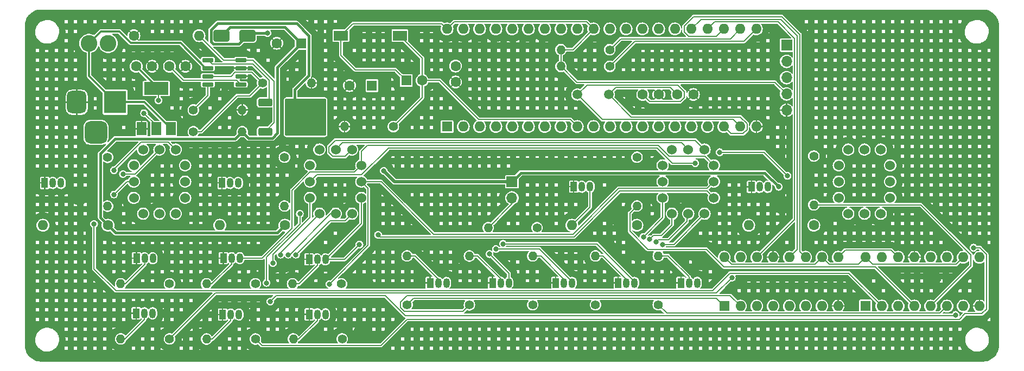
<source format=gbr>
%TF.GenerationSoftware,KiCad,Pcbnew,7.0.0*%
%TF.CreationDate,2023-10-27T18:40:29+08:00*%
%TF.ProjectId,OpenNixie,4f70656e-4e69-4786-9965-2e6b69636164,v3.0*%
%TF.SameCoordinates,Original*%
%TF.FileFunction,Copper,L1,Top*%
%TF.FilePolarity,Positive*%
%FSLAX46Y46*%
G04 Gerber Fmt 4.6, Leading zero omitted, Abs format (unit mm)*
G04 Created by KiCad (PCBNEW 7.0.0) date 2023-10-27 18:40:29*
%MOMM*%
%LPD*%
G01*
G04 APERTURE LIST*
G04 Aperture macros list*
%AMRoundRect*
0 Rectangle with rounded corners*
0 $1 Rounding radius*
0 $2 $3 $4 $5 $6 $7 $8 $9 X,Y pos of 4 corners*
0 Add a 4 corners polygon primitive as box body*
4,1,4,$2,$3,$4,$5,$6,$7,$8,$9,$2,$3,0*
0 Add four circle primitives for the rounded corners*
1,1,$1+$1,$2,$3*
1,1,$1+$1,$4,$5*
1,1,$1+$1,$6,$7*
1,1,$1+$1,$8,$9*
0 Add four rect primitives between the rounded corners*
20,1,$1+$1,$2,$3,$4,$5,0*
20,1,$1+$1,$4,$5,$6,$7,0*
20,1,$1+$1,$6,$7,$8,$9,0*
20,1,$1+$1,$8,$9,$2,$3,0*%
G04 Aperture macros list end*
%TA.AperFunction,ComponentPad*%
%ADD10C,1.600000*%
%TD*%
%TA.AperFunction,SMDPad,CuDef*%
%ADD11RoundRect,0.250000X-1.000000X-0.650000X1.000000X-0.650000X1.000000X0.650000X-1.000000X0.650000X0*%
%TD*%
%TA.AperFunction,ComponentPad*%
%ADD12C,2.600000*%
%TD*%
%TA.AperFunction,SMDPad,CuDef*%
%ADD13RoundRect,0.250000X-0.850000X-0.350000X0.850000X-0.350000X0.850000X0.350000X-0.850000X0.350000X0*%
%TD*%
%TA.AperFunction,SMDPad,CuDef*%
%ADD14RoundRect,0.250000X-1.275000X-1.125000X1.275000X-1.125000X1.275000X1.125000X-1.275000X1.125000X0*%
%TD*%
%TA.AperFunction,SMDPad,CuDef*%
%ADD15RoundRect,0.249997X-2.950003X-2.650003X2.950003X-2.650003X2.950003X2.650003X-2.950003X2.650003X0*%
%TD*%
%TA.AperFunction,ComponentPad*%
%ADD16C,1.400000*%
%TD*%
%TA.AperFunction,ComponentPad*%
%ADD17O,1.400000X1.400000*%
%TD*%
%TA.AperFunction,ComponentPad*%
%ADD18O,1.600000X1.600000*%
%TD*%
%TA.AperFunction,SMDPad,CuDef*%
%ADD19RoundRect,0.150000X-0.725000X-0.150000X0.725000X-0.150000X0.725000X0.150000X-0.725000X0.150000X0*%
%TD*%
%TA.AperFunction,ComponentPad*%
%ADD20R,1.600000X1.600000*%
%TD*%
%TA.AperFunction,ComponentPad*%
%ADD21R,1.050000X1.500000*%
%TD*%
%TA.AperFunction,ComponentPad*%
%ADD22O,1.050000X1.500000*%
%TD*%
%TA.AperFunction,ComponentPad*%
%ADD23C,1.524000*%
%TD*%
%TA.AperFunction,ComponentPad*%
%ADD24R,1.700000X1.700000*%
%TD*%
%TA.AperFunction,ComponentPad*%
%ADD25O,1.700000X1.700000*%
%TD*%
%TA.AperFunction,SMDPad,CuDef*%
%ADD26R,1.500000X2.000000*%
%TD*%
%TA.AperFunction,SMDPad,CuDef*%
%ADD27R,3.800000X2.000000*%
%TD*%
%TA.AperFunction,ComponentPad*%
%ADD28R,3.500000X3.500000*%
%TD*%
%TA.AperFunction,ComponentPad*%
%ADD29RoundRect,0.750000X-0.750000X-1.000000X0.750000X-1.000000X0.750000X1.000000X-0.750000X1.000000X0*%
%TD*%
%TA.AperFunction,ComponentPad*%
%ADD30RoundRect,0.875000X-0.875000X-0.875000X0.875000X-0.875000X0.875000X0.875000X-0.875000X0.875000X0*%
%TD*%
%TA.AperFunction,SMDPad,CuDef*%
%ADD31R,2.180000X1.600000*%
%TD*%
%TA.AperFunction,ComponentPad*%
%ADD32C,1.500000*%
%TD*%
%TA.AperFunction,ViaPad*%
%ADD33C,0.800000*%
%TD*%
%TA.AperFunction,Conductor*%
%ADD34C,0.200000*%
%TD*%
%TA.AperFunction,Conductor*%
%ADD35C,0.300000*%
%TD*%
%TA.AperFunction,Conductor*%
%ADD36C,0.400000*%
%TD*%
%TA.AperFunction,Conductor*%
%ADD37C,0.500000*%
%TD*%
G04 APERTURE END LIST*
D10*
%TO.P,C5,1*%
%TO.N,Net-(U3-REF)*%
X97470000Y-78200000D03*
%TO.P,C5,2*%
%TO.N,GND*%
X99970000Y-78200000D03*
%TD*%
D11*
%TO.P,D1,1,K*%
%TO.N,+170v*%
X105600000Y-73400000D03*
%TO.P,D1,2,A*%
%TO.N,Net-(D1-A)*%
X109600000Y-73400000D03*
%TD*%
D12*
%TO.P,L1,1*%
%TO.N,Net-(D1-A)*%
X87900000Y-74600000D03*
%TO.P,L1,2*%
%TO.N,/+12v*%
X84900000Y-74600000D03*
%TD*%
D13*
%TO.P,Q2,1,G*%
%TO.N,Net-(Q2-G)*%
X112400000Y-83840000D03*
D14*
%TO.P,Q2,2,D*%
%TO.N,Net-(D1-A)*%
X117025000Y-84595000D03*
X117025000Y-87645000D03*
D15*
X118700000Y-86120000D03*
D14*
X120375000Y-84595000D03*
X120375000Y-87645000D03*
D13*
%TO.P,Q2,3,S*%
%TO.N,Net-(Q2-S)*%
X112400000Y-88400000D03*
%TD*%
D16*
%TO.P,R5,1*%
%TO.N,Net-(U3-FB)*%
X101200000Y-88400000D03*
D17*
%TO.P,R5,2*%
%TO.N,+170v*%
X108819999Y-88399999D03*
%TD*%
D16*
%TO.P,R6,1*%
%TO.N,/ENABLE*%
X101200000Y-85000000D03*
D17*
%TO.P,R6,2*%
%TO.N,GND*%
X108819999Y-84999999D03*
%TD*%
D16*
%TO.P,R7,1*%
%TO.N,Net-(U3-FB)*%
X111990000Y-80800000D03*
D17*
%TO.P,R7,2*%
%TO.N,GND*%
X119609999Y-80799999D03*
%TD*%
D10*
%TO.P,R8,1*%
%TO.N,GND*%
X91920000Y-73400000D03*
D18*
%TO.P,R8,2*%
%TO.N,Net-(Q2-S)*%
X102079999Y-73399999D03*
%TD*%
D19*
%TO.P,U3,1,EXT*%
%TO.N,Net-(Q2-G)*%
X103450000Y-77200000D03*
%TO.P,U3,2,VCC*%
%TO.N,/+12v*%
X103450000Y-78470000D03*
%TO.P,U3,3,FB*%
%TO.N,Net-(U3-FB)*%
X103450000Y-79740000D03*
%TO.P,U3,4,SHDN*%
%TO.N,/ENABLE*%
X103450000Y-81010000D03*
%TO.P,U3,5,REF*%
%TO.N,Net-(U3-REF)*%
X108600000Y-81010000D03*
%TO.P,U3,6,AGND*%
%TO.N,GND*%
X108600000Y-79740000D03*
%TO.P,U3,7,GND*%
X108600000Y-78470000D03*
%TO.P,U3,8,CS*%
%TO.N,Net-(Q2-S)*%
X108600000Y-77200000D03*
%TD*%
D20*
%TO.P,U6,1,QB*%
%TO.N,/SR_SEG_P1*%
X184009999Y-115619999D03*
D18*
%TO.P,U6,2,QC*%
%TO.N,/SR_SEG_P2*%
X186549999Y-115619999D03*
%TO.P,U6,3,QD*%
%TO.N,/SR_SEG_P3*%
X189089999Y-115619999D03*
%TO.P,U6,4,QE*%
%TO.N,/SR_SEG_P4*%
X191629999Y-115619999D03*
%TO.P,U6,5,QF*%
%TO.N,/SR_SEG_P5*%
X194169999Y-115619999D03*
%TO.P,U6,6,QG*%
%TO.N,/SR_SEG_P6*%
X196709999Y-115619999D03*
%TO.P,U6,7,QH*%
%TO.N,/SR_SEG_P7*%
X199249999Y-115619999D03*
%TO.P,U6,8,GND*%
%TO.N,GND*%
X201789999Y-115619999D03*
%TO.P,U6,9,QH'*%
%TO.N,/SR_CASCADE*%
X201789999Y-107999999D03*
%TO.P,U6,10,~{SRCLR}*%
%TO.N,/+5V*%
X199249999Y-107999999D03*
%TO.P,U6,11,SRCLK*%
%TO.N,/SR_CLOCK*%
X196709999Y-107999999D03*
%TO.P,U6,12,RCLK*%
%TO.N,/SR_LATCH*%
X194169999Y-107999999D03*
%TO.P,U6,13,~{OE}*%
%TO.N,GND*%
X191629999Y-107999999D03*
%TO.P,U6,14,SER*%
%TO.N,/SR_DATA*%
X189089999Y-107999999D03*
%TO.P,U6,15,QA*%
%TO.N,/SR_SEG_P0*%
X186549999Y-107999999D03*
%TO.P,U6,16,VCC*%
%TO.N,/+5V*%
X184009999Y-107999999D03*
%TD*%
D16*
%TO.P,R12,1*%
%TO.N,/SR_SEG_P2*%
X144260000Y-115420000D03*
D17*
%TO.P,R12,2*%
%TO.N,Net-(Q5-B)*%
X144259999Y-107799999D03*
%TD*%
D21*
%TO.P,Q8,1,E*%
%TO.N,GND*%
X119254999Y-108330152D03*
D22*
%TO.P,Q8,2,B*%
%TO.N,Net-(Q8-B)*%
X120524999Y-108330152D03*
%TO.P,Q8,3,C*%
%TO.N,/SEG_P5*%
X121794999Y-108330152D03*
%TD*%
D21*
%TO.P,Q9,1,E*%
%TO.N,GND*%
X119259999Y-116915152D03*
D22*
%TO.P,Q9,2,B*%
%TO.N,Net-(Q9-B)*%
X120529999Y-116915152D03*
%TO.P,Q9,3,C*%
%TO.N,/SEG_P6*%
X121799999Y-116915152D03*
%TD*%
D10*
%TO.P,R20,1*%
%TO.N,+170v*%
X115480000Y-103000000D03*
D18*
%TO.P,R20,2*%
%TO.N,/BIT_P1*%
X105319999Y-102999999D03*
%TD*%
D16*
%TO.P,R27,1*%
%TO.N,Net-(Q16-B)*%
X198000000Y-92200000D03*
D17*
%TO.P,R27,2*%
%TO.N,/SR_BIT_P3*%
X197999999Y-99819999D03*
%TD*%
D21*
%TO.P,Q14,1,E*%
%TO.N,GND*%
X105659999Y-96399999D03*
D22*
%TO.P,Q14,2,B*%
%TO.N,Net-(Q14-B)*%
X106929999Y-96399999D03*
%TO.P,Q14,3,C*%
%TO.N,/BIT_P1*%
X108199999Y-96399999D03*
%TD*%
D16*
%TO.P,R14,1*%
%TO.N,/SR_SEG_P4*%
X163940000Y-115410000D03*
D17*
%TO.P,R14,2*%
%TO.N,Net-(Q7-B)*%
X163939999Y-107789999D03*
%TD*%
D21*
%TO.P,Q16,1,E*%
%TO.N,GND*%
X188259999Y-96999999D03*
D22*
%TO.P,Q16,2,B*%
%TO.N,Net-(Q16-B)*%
X189529999Y-96999999D03*
%TO.P,Q16,3,C*%
%TO.N,/BIT_P3*%
X190799999Y-96999999D03*
%TD*%
D21*
%TO.P,Q5,1,E*%
%TO.N,GND*%
X147859999Y-111999999D03*
D22*
%TO.P,Q5,2,B*%
%TO.N,Net-(Q5-B)*%
X149129999Y-111999999D03*
%TO.P,Q5,3,C*%
%TO.N,/SEG_P2*%
X150399999Y-111999999D03*
%TD*%
D16*
%TO.P,R9,1*%
%TO.N,Net-(U4-~{RESET})*%
X132400000Y-87600000D03*
D17*
%TO.P,R9,2*%
%TO.N,GND*%
X124779999Y-87599999D03*
%TD*%
D20*
%TO.P,C2,1*%
%TO.N,/+12v*%
X129052650Y-81199999D03*
D10*
%TO.P,C2,2*%
%TO.N,GND*%
X125552651Y-81200000D03*
%TD*%
%TO.P,C1,1*%
%TO.N,/+5V*%
X92270000Y-78200000D03*
%TO.P,C1,2*%
%TO.N,GND*%
X94770000Y-78200000D03*
%TD*%
D16*
%TO.P,R1,1*%
%TO.N,Net-(Q1-C)*%
X154810000Y-103400000D03*
D17*
%TO.P,R1,2*%
%TO.N,Net-(NE1-Pad2)*%
X147189999Y-103399999D03*
%TD*%
D23*
%TO.P,J4,0,0*%
%TO.N,/SEG_P0*%
X174400000Y-96200000D03*
%TO.P,J4,1,1*%
%TO.N,/SEG_P1*%
X174400000Y-98740000D03*
%TO.P,J4,2,2*%
%TO.N,/SEG_P2*%
X175860000Y-101200000D03*
%TO.P,J4,3,3*%
%TO.N,/SEG_P3*%
X178400000Y-101200000D03*
%TO.P,J4,4,4*%
%TO.N,/SEG_P4*%
X180940000Y-101200000D03*
%TO.P,J4,5,5*%
%TO.N,/SEG_P5*%
X182400000Y-98740000D03*
%TO.P,J4,6,6*%
%TO.N,/SEG_P6*%
X182400000Y-96200000D03*
%TO.P,J4,7,7*%
%TO.N,/SEG_P7*%
X182400000Y-93660000D03*
%TO.P,J4,8,8*%
%TO.N,/SEG_P8*%
X180940000Y-91200000D03*
%TO.P,J4,9,9*%
%TO.N,/SEG_P9*%
X178400000Y-91200000D03*
%TO.P,J4,10,10*%
%TO.N,unconnected-(J4-Pad10)*%
X175860000Y-91200000D03*
%TO.P,J4,A,A*%
%TO.N,/BIT_P2*%
X174400000Y-93660000D03*
%TD*%
D16*
%TO.P,R11,1*%
%TO.N,/SR_SEG_P1*%
X134530000Y-115410000D03*
D17*
%TO.P,R11,2*%
%TO.N,Net-(Q4-B)*%
X134529999Y-107789999D03*
%TD*%
D16*
%TO.P,R15,1*%
%TO.N,/SR_SEG_P5*%
X124285000Y-112155153D03*
D17*
%TO.P,R15,2*%
%TO.N,Net-(Q8-B)*%
X116664999Y-112155152D03*
%TD*%
D20*
%TO.P,U7,1,QB*%
%TO.N,/SR_SEG_P9*%
X206061999Y-115619999D03*
D18*
%TO.P,U7,2,QC*%
%TO.N,/SR_BIT_P0*%
X208601999Y-115619999D03*
%TO.P,U7,3,QD*%
%TO.N,/SR_BIT_P1*%
X211141999Y-115619999D03*
%TO.P,U7,4,QE*%
%TO.N,/SR_BIT_P2*%
X213681999Y-115619999D03*
%TO.P,U7,5,QF*%
%TO.N,/SR_BIT_P3*%
X216221999Y-115619999D03*
%TO.P,U7,6,QG*%
%TO.N,/SYMBOL*%
X218761999Y-115619999D03*
%TO.P,U7,7,QH*%
%TO.N,/ENABLE*%
X221301999Y-115619999D03*
%TO.P,U7,8,GND*%
%TO.N,GND*%
X223841999Y-115619999D03*
%TO.P,U7,9,QH'*%
%TO.N,unconnected-(U7-QH'-Pad9)*%
X223841999Y-107999999D03*
%TO.P,U7,10,~{SRCLR}*%
%TO.N,/+5V*%
X221301999Y-107999999D03*
%TO.P,U7,11,SRCLK*%
%TO.N,/SR_CLOCK*%
X218761999Y-107999999D03*
%TO.P,U7,12,RCLK*%
%TO.N,/SR_LATCH*%
X216221999Y-107999999D03*
%TO.P,U7,13,~{OE}*%
%TO.N,GND*%
X213681999Y-107999999D03*
%TO.P,U7,14,SER*%
%TO.N,/SR_CASCADE*%
X211141999Y-107999999D03*
%TO.P,U7,15,QA*%
%TO.N,/SR_SEG_P8*%
X208601999Y-107999999D03*
%TO.P,U7,16,VCC*%
%TO.N,/+5V*%
X206061999Y-107999999D03*
%TD*%
D21*
%TO.P,Q15,1,E*%
%TO.N,GND*%
X160529999Y-96989999D03*
D22*
%TO.P,Q15,2,B*%
%TO.N,Net-(Q15-B)*%
X161799999Y-96989999D03*
%TO.P,Q15,3,C*%
%TO.N,/BIT_P2*%
X163069999Y-96989999D03*
%TD*%
D23*
%TO.P,J5,0,0*%
%TO.N,/SEG_P0*%
X201900000Y-96200000D03*
%TO.P,J5,1,1*%
%TO.N,/SEG_P1*%
X201900000Y-98740000D03*
%TO.P,J5,2,2*%
%TO.N,/SEG_P2*%
X203360000Y-101200000D03*
%TO.P,J5,3,3*%
%TO.N,/SEG_P3*%
X205900000Y-101200000D03*
%TO.P,J5,4,4*%
%TO.N,/SEG_P4*%
X208440000Y-101200000D03*
%TO.P,J5,5,5*%
%TO.N,/SEG_P5*%
X209900000Y-98740000D03*
%TO.P,J5,6,6*%
%TO.N,/SEG_P6*%
X209900000Y-96200000D03*
%TO.P,J5,7,7*%
%TO.N,/SEG_P7*%
X209900000Y-93660000D03*
%TO.P,J5,8,8*%
%TO.N,/SEG_P8*%
X208440000Y-91200000D03*
%TO.P,J5,9,9*%
%TO.N,/SEG_P9*%
X205900000Y-91200000D03*
%TO.P,J5,10,10*%
%TO.N,unconnected-(J5-Pad10)*%
X203360000Y-91200000D03*
%TO.P,J5,A,A*%
%TO.N,/BIT_P3*%
X201900000Y-93660000D03*
%TD*%
%TO.P,J3,0,0*%
%TO.N,/SEG_P0*%
X119400000Y-96200000D03*
%TO.P,J3,1,1*%
%TO.N,/SEG_P1*%
X119400000Y-98740000D03*
%TO.P,J3,2,2*%
%TO.N,/SEG_P2*%
X120860000Y-101200000D03*
%TO.P,J3,3,3*%
%TO.N,/SEG_P3*%
X123400000Y-101200000D03*
%TO.P,J3,4,4*%
%TO.N,/SEG_P4*%
X125940000Y-101200000D03*
%TO.P,J3,5,5*%
%TO.N,/SEG_P5*%
X127400000Y-98740000D03*
%TO.P,J3,6,6*%
%TO.N,/SEG_P6*%
X127400000Y-96200000D03*
%TO.P,J3,7,7*%
%TO.N,/SEG_P7*%
X127400000Y-93660000D03*
%TO.P,J3,8,8*%
%TO.N,/SEG_P8*%
X125940000Y-91200000D03*
%TO.P,J3,9,9*%
%TO.N,/SEG_P9*%
X123400000Y-91200000D03*
%TO.P,J3,10,10*%
%TO.N,unconnected-(J3-Pad10)*%
X120860000Y-91200000D03*
%TO.P,J3,A,A*%
%TO.N,/BIT_P1*%
X119400000Y-93660000D03*
%TD*%
D24*
%TO.P,NE1,1*%
%TO.N,+170v*%
X150899999Y-96199999D03*
D25*
%TO.P,NE1,2*%
%TO.N,Net-(NE1-Pad2)*%
X150899999Y-98739999D03*
%TD*%
D23*
%TO.P,J2,0,0*%
%TO.N,/SEG_P0*%
X91900000Y-96200000D03*
%TO.P,J2,1,1*%
%TO.N,/SEG_P1*%
X91900000Y-98740000D03*
%TO.P,J2,2,2*%
%TO.N,/SEG_P2*%
X93360000Y-101200000D03*
%TO.P,J2,3,3*%
%TO.N,/SEG_P3*%
X95900000Y-101200000D03*
%TO.P,J2,4,4*%
%TO.N,/SEG_P4*%
X98440000Y-101200000D03*
%TO.P,J2,5,5*%
%TO.N,/SEG_P5*%
X99900000Y-98740000D03*
%TO.P,J2,6,6*%
%TO.N,/SEG_P6*%
X99900000Y-96200000D03*
%TO.P,J2,7,7*%
%TO.N,/SEG_P7*%
X99900000Y-93660000D03*
%TO.P,J2,8,8*%
%TO.N,/SEG_P8*%
X98440000Y-91200000D03*
%TO.P,J2,9,9*%
%TO.N,/SEG_P9*%
X95900000Y-91200000D03*
%TO.P,J2,10,10*%
%TO.N,unconnected-(J2-Pad10)*%
X93360000Y-91200000D03*
%TO.P,J2,A,A*%
%TO.N,/BIT_P0*%
X91900000Y-93660000D03*
%TD*%
D21*
%TO.P,Q11,1,E*%
%TO.N,GND*%
X105739999Y-116935942D03*
D22*
%TO.P,Q11,2,B*%
%TO.N,Net-(Q11-B)*%
X107009999Y-116935942D03*
%TO.P,Q11,3,C*%
%TO.N,/SEG_P8*%
X108279999Y-116935942D03*
%TD*%
D26*
%TO.P,U1,1,ADJ*%
%TO.N,GND*%
X93099999Y-87949999D03*
%TO.P,U1,2,VO*%
%TO.N,/+5V*%
X95399999Y-87949999D03*
D27*
X95399999Y-81649999D03*
D26*
%TO.P,U1,3,VI*%
%TO.N,/+12v*%
X97699999Y-87949999D03*
%TD*%
D16*
%TO.P,R24,1*%
%TO.N,Net-(Q13-B)*%
X87800000Y-92400000D03*
D17*
%TO.P,R24,2*%
%TO.N,/SR_BIT_P0*%
X87799999Y-100019999D03*
%TD*%
D16*
%TO.P,R19,1*%
%TO.N,/SR_SEG_P9*%
X97470000Y-112155153D03*
D17*
%TO.P,R19,2*%
%TO.N,Net-(Q12-B)*%
X89849999Y-112155152D03*
%TD*%
D21*
%TO.P,Q7,1,E*%
%TO.N,GND*%
X167469999Y-112009999D03*
D22*
%TO.P,Q7,2,B*%
%TO.N,Net-(Q7-B)*%
X168739999Y-112009999D03*
%TO.P,Q7,3,C*%
%TO.N,/SEG_P4*%
X170009999Y-112009999D03*
%TD*%
D21*
%TO.P,Q12,1,E*%
%TO.N,GND*%
X92329999Y-108155152D03*
D22*
%TO.P,Q12,2,B*%
%TO.N,Net-(Q12-B)*%
X93599999Y-108155152D03*
%TO.P,Q12,3,C*%
%TO.N,/SEG_P9*%
X94869999Y-108155152D03*
%TD*%
D10*
%TO.P,R22,1*%
%TO.N,+170v*%
X87880000Y-103000000D03*
D18*
%TO.P,R22,2*%
%TO.N,/BIT_P0*%
X77719999Y-102999999D03*
%TD*%
D21*
%TO.P,Q3,1,E*%
%TO.N,GND*%
X92269999Y-116745152D03*
D22*
%TO.P,Q3,2,B*%
%TO.N,Net-(Q3-B)*%
X93539999Y-116745152D03*
%TO.P,Q3,3,C*%
%TO.N,/SEG_P0*%
X94809999Y-116745152D03*
%TD*%
D20*
%TO.P,C4,1*%
%TO.N,/+5V*%
X134394887Y-80399999D03*
D10*
%TO.P,C4,2*%
%TO.N,Net-(U4-~{RESET})*%
X136894888Y-80400000D03*
%TD*%
D16*
%TO.P,R3,1*%
%TO.N,/SYMBOL*%
X173730000Y-115400000D03*
D17*
%TO.P,R3,2*%
%TO.N,Net-(Q1-B)*%
X173729999Y-107779999D03*
%TD*%
D10*
%TO.P,R21,1*%
%TO.N,+170v*%
X198000000Y-103000000D03*
D18*
%TO.P,R21,2*%
%TO.N,/BIT_P3*%
X187839999Y-102999999D03*
%TD*%
D28*
%TO.P,J1,1*%
%TO.N,/+12v*%
X88999999Y-83799999D03*
D29*
%TO.P,J1,2*%
%TO.N,GND*%
X83000000Y-83800000D03*
D30*
%TO.P,J1,3*%
%TO.N,N/C*%
X86000000Y-88500000D03*
%TD*%
D21*
%TO.P,Q4,1,E*%
%TO.N,GND*%
X138129999Y-112009999D03*
D22*
%TO.P,Q4,2,B*%
%TO.N,Net-(Q4-B)*%
X139399999Y-112009999D03*
%TO.P,Q4,3,C*%
%TO.N,/SEG_P1*%
X140669999Y-112009999D03*
%TD*%
D16*
%TO.P,R18,1*%
%TO.N,/SR_SEG_P8*%
X110880000Y-120765153D03*
D17*
%TO.P,R18,2*%
%TO.N,Net-(Q11-B)*%
X103259999Y-120765152D03*
%TD*%
D20*
%TO.P,U4,1,P1.0*%
%TO.N,unconnected-(U4-P1.0-Pad1)*%
X140769999Y-87599999D03*
D18*
%TO.P,U4,2,P1.1*%
%TO.N,unconnected-(U4-P1.1-Pad2)*%
X143309999Y-87599999D03*
%TO.P,U4,3,P1.2*%
%TO.N,unconnected-(U4-P1.2-Pad3)*%
X145849999Y-87599999D03*
%TO.P,U4,4,P1.3*%
%TO.N,unconnected-(U4-P1.3-Pad4)*%
X148389999Y-87599999D03*
%TO.P,U4,5,P1.4*%
%TO.N,unconnected-(U4-P1.4-Pad5)*%
X150929999Y-87599999D03*
%TO.P,U4,6,P1.5*%
%TO.N,unconnected-(U4-P1.5-Pad6)*%
X153469999Y-87599999D03*
%TO.P,U4,7,P1.6*%
%TO.N,unconnected-(U4-P1.6-Pad7)*%
X156009999Y-87599999D03*
%TO.P,U4,8,P1.7*%
%TO.N,unconnected-(U4-P1.7-Pad8)*%
X158549999Y-87599999D03*
%TO.P,U4,9,~{RESET}*%
%TO.N,Net-(U4-~{RESET})*%
X161089999Y-87599999D03*
%TO.P,U4,10,P3.0(RXD)*%
%TO.N,/BLE_TXD*%
X163629999Y-87599999D03*
%TO.P,U4,11,P3.1(TXD)*%
%TO.N,/BLE_RXD*%
X166169999Y-87599999D03*
%TO.P,U4,12,P3.2(~{INT0})*%
%TO.N,unconnected-(U4-P3.2(~{INT0})-Pad12)*%
X168709999Y-87599999D03*
%TO.P,U4,13,P3.3(~{INT1})*%
%TO.N,unconnected-(U4-P3.3(~{INT1})-Pad13)*%
X171249999Y-87599999D03*
%TO.P,U4,14,P3.4(T0)*%
%TO.N,unconnected-(U4-P3.4(T0)-Pad14)*%
X173789999Y-87599999D03*
%TO.P,U4,15,P3.5(T1)*%
%TO.N,unconnected-(U4-P3.5(T1)-Pad15)*%
X176329999Y-87599999D03*
%TO.P,U4,16,P3.6(~{WR})*%
%TO.N,unconnected-(U4-P3.6(~{WR})-Pad16)*%
X178869999Y-87599999D03*
%TO.P,U4,17,P3.7(~{RD})*%
%TO.N,unconnected-(U4-P3.7(~{RD})-Pad17)*%
X181409999Y-87599999D03*
%TO.P,U4,18,X1*%
%TO.N,Net-(U4-X1)*%
X183949999Y-87599999D03*
%TO.P,U4,19,X2*%
%TO.N,Net-(U4-X2)*%
X186489999Y-87599999D03*
%TO.P,U4,20,GND*%
%TO.N,GND*%
X189029999Y-87599999D03*
%TO.P,U4,21,P2.0*%
%TO.N,/I2C_SDA*%
X189029999Y-72359999D03*
%TO.P,U4,22,P2.1*%
%TO.N,/I2C_SCL*%
X186489999Y-72359999D03*
%TO.P,U4,23,P2.2*%
%TO.N,/SR_CLOCK*%
X183949999Y-72359999D03*
%TO.P,U4,24,P2.3*%
%TO.N,/SR_DATA*%
X181409999Y-72359999D03*
%TO.P,U4,25,P2.4*%
%TO.N,/SR_LATCH*%
X178869999Y-72359999D03*
%TO.P,U4,26,P2.5*%
%TO.N,unconnected-(U4-P2.5-Pad26)*%
X176329999Y-72359999D03*
%TO.P,U4,27,P2.6*%
%TO.N,unconnected-(U4-P2.6-Pad27)*%
X173789999Y-72359999D03*
%TO.P,U4,28,P2.7*%
%TO.N,unconnected-(U4-P2.7-Pad28)*%
X171249999Y-72359999D03*
%TO.P,U4,29,~{PSEN}*%
%TO.N,unconnected-(U4-~{PSEN}-Pad29)*%
X168709999Y-72359999D03*
%TO.P,U4,30,ALE/~{PROG}*%
%TO.N,unconnected-(U4-ALE{slash}~{PROG}-Pad30)*%
X166169999Y-72359999D03*
%TO.P,U4,31,~{EA}/VPP*%
%TO.N,/+5V*%
X163629999Y-72359999D03*
%TO.P,U4,32,P0.7*%
%TO.N,unconnected-(U4-P0.7-Pad32)*%
X161089999Y-72359999D03*
%TO.P,U4,33,P0.6*%
%TO.N,unconnected-(U4-P0.6-Pad33)*%
X158549999Y-72359999D03*
%TO.P,U4,34,P0.5*%
%TO.N,unconnected-(U4-P0.5-Pad34)*%
X156009999Y-72359999D03*
%TO.P,U4,35,P0.4*%
%TO.N,unconnected-(U4-P0.4-Pad35)*%
X153469999Y-72359999D03*
%TO.P,U4,36,P0.3*%
%TO.N,unconnected-(U4-P0.3-Pad36)*%
X150929999Y-72359999D03*
%TO.P,U4,37,P0.2*%
%TO.N,unconnected-(U4-P0.2-Pad37)*%
X148389999Y-72359999D03*
%TO.P,U4,38,P0.1*%
%TO.N,unconnected-(U4-P0.1-Pad38)*%
X145849999Y-72359999D03*
%TO.P,U4,39,P0.0*%
%TO.N,unconnected-(U4-P0.0-Pad39)*%
X143309999Y-72359999D03*
%TO.P,U4,40,VCC*%
%TO.N,/+5V*%
X140769999Y-72359999D03*
%TD*%
D16*
%TO.P,R17,1*%
%TO.N,/SR_SEG_P7*%
X110870000Y-112155153D03*
D17*
%TO.P,R17,2*%
%TO.N,Net-(Q10-B)*%
X103249999Y-112155152D03*
%TD*%
D10*
%TO.P,R23,1*%
%TO.N,+170v*%
X170400000Y-103000000D03*
D18*
%TO.P,R23,2*%
%TO.N,/BIT_P2*%
X160239999Y-102999999D03*
%TD*%
D21*
%TO.P,Q10,1,E*%
%TO.N,GND*%
X105869999Y-108125942D03*
D22*
%TO.P,Q10,2,B*%
%TO.N,Net-(Q10-B)*%
X107139999Y-108125942D03*
%TO.P,Q10,3,C*%
%TO.N,/SEG_P7*%
X108409999Y-108125942D03*
%TD*%
D16*
%TO.P,R25,1*%
%TO.N,Net-(Q14-B)*%
X115400000Y-92380000D03*
D17*
%TO.P,R25,2*%
%TO.N,/SR_BIT_P1*%
X115399999Y-99999999D03*
%TD*%
D16*
%TO.P,R26,1*%
%TO.N,Net-(Q15-B)*%
X170400000Y-92380000D03*
D17*
%TO.P,R26,2*%
%TO.N,/SR_BIT_P2*%
X170399999Y-99999999D03*
%TD*%
D21*
%TO.P,Q1,1,E*%
%TO.N,GND*%
X177259999Y-111999999D03*
D22*
%TO.P,Q1,2,B*%
%TO.N,Net-(Q1-B)*%
X178529999Y-111999999D03*
%TO.P,Q1,3,C*%
%TO.N,Net-(Q1-C)*%
X179799999Y-111999999D03*
%TD*%
D21*
%TO.P,Q13,1,E*%
%TO.N,GND*%
X77999999Y-96399999D03*
D22*
%TO.P,Q13,2,B*%
%TO.N,Net-(Q13-B)*%
X79269999Y-96399999D03*
%TO.P,Q13,3,C*%
%TO.N,/BIT_P0*%
X80539999Y-96399999D03*
%TD*%
D21*
%TO.P,Q6,1,E*%
%TO.N,GND*%
X157739999Y-112009999D03*
D22*
%TO.P,Q6,2,B*%
%TO.N,Net-(Q6-B)*%
X159009999Y-112009999D03*
%TO.P,Q6,3,C*%
%TO.N,/SEG_P3*%
X160279999Y-112009999D03*
%TD*%
D16*
%TO.P,R10,1*%
%TO.N,/SR_SEG_P0*%
X97470000Y-120745153D03*
D17*
%TO.P,R10,2*%
%TO.N,Net-(Q3-B)*%
X89849999Y-120745152D03*
%TD*%
D16*
%TO.P,R13,1*%
%TO.N,/SR_SEG_P3*%
X154140000Y-115410000D03*
D17*
%TO.P,R13,2*%
%TO.N,Net-(Q6-B)*%
X154139999Y-107789999D03*
%TD*%
D31*
%TO.P,SW1,1,1*%
%TO.N,/+5V*%
X124219999Y-73399999D03*
%TO.P,SW1,2,2*%
%TO.N,Net-(U4-~{RESET})*%
X133399999Y-73399999D03*
%TD*%
D16*
%TO.P,R16,1*%
%TO.N,/SR_SEG_P6*%
X124410000Y-120765153D03*
D17*
%TO.P,R16,2*%
%TO.N,Net-(Q9-B)*%
X116789999Y-120765152D03*
%TD*%
D20*
%TO.P,C3,1*%
%TO.N,+170v*%
X118002650Y-74599999D03*
D10*
%TO.P,C3,2*%
%TO.N,GND*%
X114202651Y-74600000D03*
%TD*%
D16*
%TO.P,R2,1*%
%TO.N,/I2C_SDA*%
X166160000Y-78200000D03*
D17*
%TO.P,R2,2*%
%TO.N,/+5V*%
X158539999Y-78199999D03*
%TD*%
D24*
%TO.P,U2,1,STATE*%
%TO.N,unconnected-(U2-STATE-Pad1)*%
X193749999Y-74879999D03*
D25*
%TO.P,U2,2,TXD*%
%TO.N,/BLE_TXD*%
X193749999Y-77419999D03*
%TO.P,U2,3,RXD*%
%TO.N,/BLE_RXD*%
X193749999Y-79959999D03*
%TO.P,U2,4,VCC*%
%TO.N,/+5V*%
X193749999Y-82499999D03*
%TO.P,U2,5,GND*%
%TO.N,GND*%
X193749999Y-85039999D03*
%TD*%
D10*
%TO.P,C8,1*%
%TO.N,Net-(U4-X2)*%
X171300000Y-82600000D03*
%TO.P,C8,2*%
%TO.N,GND*%
X173800000Y-82600000D03*
%TD*%
D32*
%TO.P,Y1,1,1*%
%TO.N,Net-(U4-X2)*%
X161100000Y-82600000D03*
%TO.P,Y1,2,2*%
%TO.N,Net-(U4-X1)*%
X166000000Y-82600000D03*
%TD*%
D10*
%TO.P,C7,1*%
%TO.N,/VBAT*%
X142100000Y-78150000D03*
%TO.P,C7,2*%
%TO.N,GND*%
X142100000Y-80650000D03*
%TD*%
%TO.P,C6,1*%
%TO.N,Net-(U4-X1)*%
X176700000Y-82600000D03*
%TO.P,C6,2*%
%TO.N,GND*%
X179200000Y-82600000D03*
%TD*%
D16*
%TO.P,R4,1*%
%TO.N,/I2C_SCL*%
X166160000Y-75600000D03*
D17*
%TO.P,R4,2*%
%TO.N,/+5V*%
X158539999Y-75599999D03*
%TD*%
D33*
%TO.N,GND*%
X170600000Y-107400000D03*
X140200000Y-115400000D03*
X151000000Y-115600000D03*
X128000000Y-112000000D03*
X179800000Y-96200000D03*
X180600000Y-94000000D03*
X216600000Y-111200000D03*
X200800000Y-101000000D03*
X180200000Y-108400000D03*
X126000000Y-112400000D03*
X193000000Y-100000000D03*
X160000000Y-115800000D03*
X169200000Y-115600000D03*
X165800000Y-106200000D03*
X167400000Y-101800000D03*
X83400000Y-98600000D03*
X127400000Y-119800000D03*
X118600000Y-112400000D03*
X115200000Y-109200000D03*
%TO.N,/+5V*%
X93500000Y-85500000D03*
X95750000Y-83500000D03*
%TO.N,/SEG_P0*%
X183300000Y-91600000D03*
X88800000Y-98200000D03*
X193900000Y-95300000D03*
X179500000Y-93300000D03*
%TO.N,/SEG_P1*%
X113600000Y-108900000D03*
X171400000Y-104800000D03*
%TO.N,/SEG_P2*%
X147400000Y-107500000D03*
X114800000Y-107600000D03*
X172400000Y-105200000D03*
%TO.N,/SEG_P3*%
X173400000Y-105600000D03*
X148400000Y-106700000D03*
X116000000Y-107600000D03*
%TO.N,/SEG_P4*%
X174400000Y-106000000D03*
X149500000Y-105900000D03*
X117200000Y-107600000D03*
%TO.N,Net-(D1-A)*%
X112750000Y-73000000D03*
%TO.N,/SEG_P5*%
X127100000Y-106000000D03*
X130000000Y-104500000D03*
%TO.N,/SEG_P6*%
X122400000Y-112200000D03*
%TO.N,/SEG_P8*%
X88800000Y-94400000D03*
%TO.N,/SEG_P9*%
X90200000Y-95000000D03*
%TO.N,+170v*%
X192500000Y-97000000D03*
X130900000Y-94500000D03*
%TO.N,/SR_SEG_P0*%
X185200000Y-111200000D03*
%TO.N,/SR_SEG_P8*%
X222900000Y-106500000D03*
%TO.N,/SR_BIT_P0*%
X85700000Y-102800000D03*
%TO.N,/SR_BIT_P1*%
X220100000Y-117000000D03*
X113200000Y-114900000D03*
X112600000Y-112000000D03*
X117800000Y-101200000D03*
%TD*%
D34*
%TO.N,/+5V*%
X161040000Y-80700000D02*
X158540000Y-78200000D01*
X206062000Y-108000000D02*
X204962000Y-109100000D01*
X139970001Y-71560001D02*
X140770000Y-72360000D01*
X221302000Y-108000000D02*
X220202000Y-109100000D01*
X124220000Y-73400000D02*
X124220000Y-76470000D01*
X132744888Y-78750000D02*
X134394888Y-80400000D01*
X162530000Y-71260000D02*
X163630000Y-72360000D01*
X220202000Y-109100000D02*
X207162000Y-109100000D01*
X207162000Y-109100000D02*
X206062000Y-108000000D01*
X191950000Y-80700000D02*
X161040000Y-80700000D01*
X124220000Y-73400000D02*
X126059999Y-71560001D01*
X126059999Y-71560001D02*
X139970001Y-71560001D01*
X184010000Y-108000000D02*
X185110000Y-109100000D01*
X95400000Y-87400000D02*
X93500000Y-85500000D01*
X126500000Y-78750000D02*
X132744888Y-78750000D01*
X124220000Y-76470000D02*
X126500000Y-78750000D01*
X160390000Y-75600000D02*
X163630000Y-72360000D01*
X193750000Y-82500000D02*
X191950000Y-80700000D01*
X185110000Y-109100000D02*
X198150000Y-109100000D01*
X158540000Y-75600000D02*
X158540000Y-78200000D01*
D35*
X95400000Y-81330000D02*
X92270000Y-78200000D01*
D34*
X198150000Y-109100000D02*
X199250000Y-108000000D01*
X200350000Y-109100000D02*
X199250000Y-108000000D01*
X141870000Y-71260000D02*
X162530000Y-71260000D01*
X158540000Y-75600000D02*
X160390000Y-75600000D01*
X204962000Y-109100000D02*
X200350000Y-109100000D01*
X95750000Y-83500000D02*
X95750000Y-82000000D01*
X140770000Y-72360000D02*
X141870000Y-71260000D01*
%TO.N,/SEG_P0*%
X193900000Y-95300000D02*
X190200000Y-91600000D01*
X90800000Y-96200000D02*
X91900000Y-96200000D01*
X175892419Y-93300000D02*
X179500000Y-93300000D01*
X120478000Y-95122000D02*
X127439895Y-95122000D01*
X127439895Y-95122000D02*
X131623895Y-90938000D01*
X119400000Y-96200000D02*
X120478000Y-95122000D01*
X131623895Y-90938000D02*
X173530419Y-90938000D01*
X88800000Y-98200000D02*
X90800000Y-96200000D01*
X190200000Y-91600000D02*
X183300000Y-91600000D01*
X173530419Y-90938000D02*
X175892419Y-93300000D01*
%TO.N,/SEG_P1*%
X174400000Y-101800000D02*
X171400000Y-104800000D01*
X174400000Y-98740000D02*
X174400000Y-101800000D01*
X113600000Y-108900000D02*
X113600000Y-107567007D01*
X119400000Y-101767007D02*
X119400000Y-98740000D01*
X113600000Y-107567007D02*
X119400000Y-101767007D01*
%TO.N,/SEG_P2*%
X173000000Y-104600000D02*
X174200000Y-104600000D01*
X114800000Y-107260000D02*
X120860000Y-101200000D01*
X150400000Y-110500000D02*
X150400000Y-112000000D01*
X175860000Y-102940000D02*
X175860000Y-101200000D01*
X174200000Y-104600000D02*
X175860000Y-102940000D01*
X114800000Y-107600000D02*
X114800000Y-107260000D01*
X172400000Y-105200000D02*
X173000000Y-104600000D01*
X147400000Y-107500000D02*
X150400000Y-110500000D01*
%TO.N,/SEG_P3*%
X173700000Y-105300000D02*
X175300000Y-105300000D01*
X122610050Y-101200000D02*
X116210050Y-107600000D01*
X175300000Y-105300000D02*
X178200000Y-102400000D01*
X160280000Y-111785000D02*
X155195000Y-106700000D01*
X116210050Y-107600000D02*
X116000000Y-107600000D01*
X123400000Y-101200000D02*
X122610050Y-101200000D01*
X173400000Y-105600000D02*
X173700000Y-105300000D01*
X155195000Y-106700000D02*
X148400000Y-106700000D01*
X178200000Y-102400000D02*
X178200000Y-101400000D01*
%TO.N,/SEG_P4*%
X122538000Y-102262000D02*
X117200000Y-107600000D01*
X164125000Y-105900000D02*
X170010000Y-111785000D01*
X180940000Y-101200000D02*
X176140000Y-106000000D01*
X149500000Y-105900000D02*
X164125000Y-105900000D01*
X125940000Y-101200000D02*
X124878000Y-102262000D01*
X176140000Y-106000000D02*
X174400000Y-106000000D01*
X124878000Y-102262000D02*
X122538000Y-102262000D01*
D36*
%TO.N,Net-(D1-A)*%
X103950000Y-74319239D02*
X104330761Y-74700000D01*
X117025000Y-81829365D02*
X119202651Y-79651714D01*
X119202651Y-79651714D02*
X119202651Y-73400000D01*
X103950000Y-72480761D02*
X103950000Y-74319239D01*
X119202651Y-73400000D02*
X117302651Y-71500000D01*
X112750000Y-73000000D02*
X110000000Y-73000000D01*
X104330761Y-74700000D02*
X108300000Y-74700000D01*
X117302651Y-71500000D02*
X104930761Y-71500000D01*
X104930761Y-71500000D02*
X103950000Y-72480761D01*
X117025000Y-84595000D02*
X117025000Y-81829365D01*
X108300000Y-74700000D02*
X109600000Y-73400000D01*
D34*
%TO.N,/SEG_P5*%
X124769847Y-108330153D02*
X121795000Y-108330153D01*
X160561320Y-104800000D02*
X130300000Y-104800000D01*
X181322000Y-97662000D02*
X167699321Y-97662000D01*
X182400000Y-98740000D02*
X181322000Y-97662000D01*
X127400000Y-102725153D02*
X127400000Y-98740000D01*
X121795000Y-108330153D02*
X127400000Y-102725153D01*
X167699321Y-97662000D02*
X160561320Y-104800000D01*
X127100000Y-106000000D02*
X124769847Y-108330153D01*
X130300000Y-104800000D02*
X130000000Y-104500000D01*
%TO.N,/SEG_P6*%
X128462000Y-97262000D02*
X127400000Y-96200000D01*
X130500000Y-96200000D02*
X127400000Y-96200000D01*
X122400000Y-112200000D02*
X128462000Y-106138000D01*
X160395635Y-104400000D02*
X138700000Y-104400000D01*
X181338000Y-97262000D02*
X167533635Y-97262000D01*
X167533635Y-97262000D02*
X160395635Y-104400000D01*
X138700000Y-104400000D02*
X130500000Y-96200000D01*
X182400000Y-96200000D02*
X181338000Y-97262000D01*
X128462000Y-106138000D02*
X128462000Y-97262000D01*
%TO.N,/SEG_P7*%
X127400000Y-91500000D02*
X128362000Y-90538000D01*
X116580000Y-97518105D02*
X116580000Y-103455635D01*
X175420105Y-92262000D02*
X181002000Y-92262000D01*
X111909692Y-108125943D02*
X108410000Y-108125943D01*
X173696105Y-90538000D02*
X175420105Y-92262000D01*
X127400000Y-93660000D02*
X126338000Y-94722000D01*
X116580000Y-103455635D02*
X111909692Y-108125943D01*
X127400000Y-93660000D02*
X127400000Y-91500000D01*
X181002000Y-92262000D02*
X182400000Y-93660000D01*
X126338000Y-94722000D02*
X119376105Y-94722000D01*
X128362000Y-90538000D02*
X173696105Y-90538000D01*
X119376105Y-94722000D02*
X116580000Y-97518105D01*
%TO.N,/SEG_P8*%
X97240000Y-90000000D02*
X98440000Y-91200000D01*
X122960105Y-92262000D02*
X122338000Y-91639895D01*
X125940000Y-91200000D02*
X124878000Y-92262000D01*
X124878000Y-92262000D02*
X122960105Y-92262000D01*
X123360105Y-89738000D02*
X179478000Y-89738000D01*
X122338000Y-90760105D02*
X123360105Y-89738000D01*
X122338000Y-91639895D02*
X122338000Y-90760105D01*
X93058105Y-90000000D02*
X97240000Y-90000000D01*
X88800000Y-94400000D02*
X88800000Y-94258105D01*
X179478000Y-89738000D02*
X180940000Y-91200000D01*
X88800000Y-94258105D02*
X93058105Y-90000000D01*
%TO.N,/SEG_P9*%
X177338000Y-90138000D02*
X178400000Y-91200000D01*
X90200000Y-95000000D02*
X92100000Y-95000000D01*
X92100000Y-95000000D02*
X95900000Y-91200000D01*
X123400000Y-91200000D02*
X124462000Y-90138000D01*
X124462000Y-90138000D02*
X177338000Y-90138000D01*
%TO.N,/BIT_P2*%
X160240000Y-103000000D02*
X163070000Y-100170000D01*
X163070000Y-100170000D02*
X163070000Y-96990000D01*
%TO.N,/SR_LATCH*%
X180370000Y-70860000D02*
X192860000Y-70860000D01*
X178870000Y-72360000D02*
X180370000Y-70860000D01*
X195400000Y-106770000D02*
X194170000Y-108000000D01*
X192860000Y-70860000D02*
X195400000Y-73400000D01*
X195400000Y-73400000D02*
X195400000Y-106770000D01*
%TO.N,/SR_DATA*%
X195000000Y-102090000D02*
X189090000Y-108000000D01*
X192430000Y-71260000D02*
X195000000Y-73830000D01*
X195000000Y-73830000D02*
X195000000Y-102090000D01*
X181410000Y-72360000D02*
X182510000Y-71260000D01*
X182510000Y-71260000D02*
X192430000Y-71260000D01*
%TO.N,/SR_CLOCK*%
X196710000Y-108000000D02*
X195800000Y-107090000D01*
X177770000Y-71904365D02*
X177770000Y-72815635D01*
X193025686Y-70460000D02*
X179214365Y-70460000D01*
X182810000Y-73500000D02*
X183950000Y-72360000D01*
X195800000Y-73234314D02*
X193025686Y-70460000D01*
X195800000Y-107090000D02*
X195800000Y-73234314D01*
X177770000Y-72815635D02*
X178454365Y-73500000D01*
X179214365Y-70460000D02*
X177770000Y-71904365D01*
X178454365Y-73500000D02*
X182810000Y-73500000D01*
%TO.N,Net-(NE1-Pad2)*%
X147190000Y-103400000D02*
X150900000Y-99690000D01*
X150900000Y-99690000D02*
X150900000Y-98740000D01*
%TO.N,Net-(Q2-G)*%
X103450000Y-77200000D02*
X104120000Y-77870000D01*
X110474214Y-77870000D02*
X113000000Y-80395786D01*
X104120000Y-77870000D02*
X110474214Y-77870000D01*
X113000000Y-83240000D02*
X112400000Y-83840000D01*
X113000000Y-80395786D02*
X113000000Y-83240000D01*
%TO.N,Net-(Q2-S)*%
X112400000Y-88400000D02*
X113800000Y-87000000D01*
X113800000Y-87000000D02*
X113800000Y-80550000D01*
X113800000Y-80550000D02*
X110450000Y-77200000D01*
X105880000Y-77200000D02*
X102080000Y-73400000D01*
X110450000Y-77200000D02*
X108600000Y-77200000D01*
X108600000Y-77200000D02*
X105880000Y-77200000D01*
%TO.N,Net-(Q3-B)*%
X93540000Y-117695153D02*
X90490000Y-120745153D01*
X93540000Y-116745153D02*
X93540000Y-117695153D01*
X90490000Y-120745153D02*
X89850000Y-120745153D01*
%TO.N,Net-(Q6-B)*%
X155395000Y-107790000D02*
X159010000Y-111405000D01*
X154140000Y-107790000D02*
X155395000Y-107790000D01*
%TO.N,Net-(Q7-B)*%
X163940000Y-107790000D02*
X165125000Y-107790000D01*
X165125000Y-107790000D02*
X168740000Y-111405000D01*
%TO.N,Net-(Q8-B)*%
X120525000Y-109280153D02*
X117650000Y-112155153D01*
X117650000Y-112155153D02*
X116665000Y-112155153D01*
X120525000Y-108330153D02*
X120525000Y-109280153D01*
%TO.N,Net-(Q9-B)*%
X120530000Y-116915153D02*
X120530000Y-117865153D01*
X117630000Y-120765153D02*
X116790000Y-120765153D01*
X120530000Y-117865153D02*
X117630000Y-120765153D01*
%TO.N,Net-(Q10-B)*%
X107140000Y-108125943D02*
X107140000Y-109075943D01*
X104060790Y-112155153D02*
X103250000Y-112155153D01*
X107140000Y-109075943D02*
X104060790Y-112155153D01*
%TO.N,Net-(Q11-B)*%
X107010000Y-116935943D02*
X107010000Y-117885943D01*
X104130790Y-120765153D02*
X103260000Y-120765153D01*
X107010000Y-117885943D02*
X104130790Y-120765153D01*
%TO.N,Net-(Q12-B)*%
X90550000Y-112155153D02*
X89850000Y-112155153D01*
X93600000Y-108155153D02*
X93600000Y-109105153D01*
X93600000Y-109105153D02*
X90550000Y-112155153D01*
%TO.N,Net-(Q1-B)*%
X175260000Y-107780000D02*
X173730000Y-107780000D01*
X178530000Y-111050000D02*
X175260000Y-107780000D01*
X178530000Y-112000000D02*
X178530000Y-111050000D01*
%TO.N,/SYMBOL*%
X173730000Y-115400000D02*
X175050000Y-116720000D01*
X217662000Y-116720000D02*
X218762000Y-115620000D01*
X175050000Y-116720000D02*
X217662000Y-116720000D01*
%TO.N,Net-(U4-~{RESET})*%
X145700000Y-86500000D02*
X159990000Y-86500000D01*
X136894888Y-80400000D02*
X139600000Y-80400000D01*
X136894888Y-80400000D02*
X136894888Y-76894888D01*
X139600000Y-80400000D02*
X145700000Y-86500000D01*
X136894888Y-83105112D02*
X136894888Y-80400000D01*
X136894888Y-76894888D02*
X133400000Y-73400000D01*
X159990000Y-86500000D02*
X161090000Y-87600000D01*
X132400000Y-87600000D02*
X136894888Y-83105112D01*
%TO.N,Net-(Q4-B)*%
X135785000Y-107790000D02*
X139400000Y-111405000D01*
X134530000Y-107790000D02*
X135785000Y-107790000D01*
%TO.N,Net-(Q5-B)*%
X144260000Y-107800000D02*
X145535000Y-107800000D01*
X145535000Y-107800000D02*
X149130000Y-111395000D01*
%TO.N,/ENABLE*%
X103450000Y-81010000D02*
X103450000Y-82750000D01*
X103450000Y-82750000D02*
X101200000Y-85000000D01*
D36*
%TO.N,+170v*%
X109820000Y-89400000D02*
X108820000Y-88400000D01*
X192500000Y-97000000D02*
X190322000Y-94822000D01*
X86700000Y-101820000D02*
X86700000Y-91800000D01*
X87880000Y-103000000D02*
X89080000Y-104200000D01*
X115502651Y-72100000D02*
X118002651Y-74600000D01*
X87880000Y-103000000D02*
X86700000Y-101820000D01*
X114300000Y-88619239D02*
X113519239Y-89400000D01*
X86700000Y-91800000D02*
X89000000Y-89500000D01*
X89000000Y-89500000D02*
X107720000Y-89500000D01*
X190322000Y-94822000D02*
X152278000Y-94822000D01*
D37*
X130900000Y-94500000D02*
X132600000Y-96200000D01*
D36*
X118002651Y-74600000D02*
X114300000Y-78302651D01*
D37*
X132600000Y-96200000D02*
X150900000Y-96200000D01*
D36*
X114280000Y-104200000D02*
X115480000Y-103000000D01*
X113519239Y-89400000D02*
X109820000Y-89400000D01*
X152278000Y-94822000D02*
X150900000Y-96200000D01*
X105600000Y-73400000D02*
X106900000Y-72100000D01*
X89080000Y-104200000D02*
X114280000Y-104200000D01*
X114300000Y-78302651D02*
X114300000Y-88619239D01*
X107720000Y-89500000D02*
X108820000Y-88400000D01*
X106900000Y-72100000D02*
X115502651Y-72100000D01*
D34*
%TO.N,/SR_SEG_P0*%
X185200000Y-111200000D02*
X182800000Y-113600000D01*
X182800000Y-113600000D02*
X104615153Y-113600000D01*
X104615153Y-113600000D02*
X97470000Y-120745153D01*
%TO.N,/SR_SEG_P1*%
X182790000Y-114400000D02*
X135540000Y-114400000D01*
X135540000Y-114400000D02*
X134530000Y-115410000D01*
X184010000Y-115620000D02*
X182790000Y-114400000D01*
%TO.N,/SR_SEG_P2*%
X134115786Y-116410000D02*
X133530000Y-115824214D01*
X134525786Y-114000000D02*
X184930000Y-114000000D01*
X144260000Y-115420000D02*
X143270000Y-116410000D01*
X184930000Y-114000000D02*
X186550000Y-115620000D01*
X143270000Y-116410000D02*
X134115786Y-116410000D01*
X133530000Y-114995786D02*
X134525786Y-114000000D01*
X133530000Y-115824214D02*
X133530000Y-114995786D01*
%TO.N,/SR_SEG_P8*%
X220700000Y-117700000D02*
X134500000Y-117700000D01*
X134500000Y-117700000D02*
X130434847Y-121765153D01*
X224942000Y-116075635D02*
X224217635Y-116800000D01*
X130434847Y-121765153D02*
X111880000Y-121765153D01*
X223897635Y-106500000D02*
X224942000Y-107544365D01*
X221600000Y-116800000D02*
X220700000Y-117700000D01*
X224217635Y-116800000D02*
X221600000Y-116800000D01*
X222900000Y-106500000D02*
X223897635Y-106500000D01*
X224942000Y-107544365D02*
X224942000Y-116075635D01*
X111880000Y-121765153D02*
X110880000Y-120765153D01*
%TO.N,/SR_BIT_P0*%
X85700000Y-102800000D02*
X85700000Y-109800000D01*
X85700000Y-109800000D02*
X89100000Y-113200000D01*
X182210050Y-113200000D02*
X184910050Y-110500000D01*
X203482000Y-110500000D02*
X208602000Y-115620000D01*
X184910050Y-110500000D02*
X203482000Y-110500000D01*
X89100000Y-113200000D02*
X182210050Y-113200000D01*
%TO.N,/SR_BIT_P1*%
X117800000Y-102801321D02*
X117800000Y-101200000D01*
X112600000Y-112000000D02*
X112600000Y-108001321D01*
X131140101Y-114000000D02*
X134260101Y-117120000D01*
X219980000Y-117120000D02*
X220100000Y-117000000D01*
X134260101Y-117120000D02*
X219980000Y-117120000D01*
X114100000Y-114000000D02*
X131140101Y-114000000D01*
X113200000Y-114900000D02*
X114100000Y-114000000D01*
X112600000Y-108001321D02*
X117800000Y-102801321D01*
%TO.N,/SR_BIT_P2*%
X172144214Y-106780000D02*
X181234365Y-106780000D01*
X207562000Y-109500000D02*
X213682000Y-115620000D01*
X169300000Y-101100000D02*
X169300000Y-103935786D01*
X170400000Y-100000000D02*
X169300000Y-101100000D01*
X169300000Y-103935786D02*
X172144214Y-106780000D01*
X183954365Y-109500000D02*
X207562000Y-109500000D01*
X181234365Y-106780000D02*
X183954365Y-109500000D01*
%TO.N,/SR_BIT_P3*%
X214677635Y-99820000D02*
X222500000Y-107642365D01*
X222500000Y-109342000D02*
X216222000Y-115620000D01*
X198000000Y-99820000D02*
X214677635Y-99820000D01*
X222500000Y-107642365D02*
X222500000Y-109342000D01*
%TO.N,/SR_CASCADE*%
X210042000Y-106900000D02*
X211142000Y-108000000D01*
X202890000Y-106900000D02*
X210042000Y-106900000D01*
X201790000Y-108000000D02*
X202890000Y-106900000D01*
%TO.N,Net-(U3-REF)*%
X99610000Y-80340000D02*
X97470000Y-78200000D01*
X108600000Y-81010000D02*
X107930000Y-80340000D01*
X107930000Y-80340000D02*
X99610000Y-80340000D01*
D35*
%TO.N,/+12v*%
X84900000Y-74600000D02*
X84900000Y-79700000D01*
X97700000Y-87950000D02*
X93550000Y-83800000D01*
X103137893Y-78470000D02*
X99217893Y-74550000D01*
X91443654Y-74550000D02*
X89643654Y-72750000D01*
X86750000Y-72750000D02*
X84900000Y-74600000D01*
X89643654Y-72750000D02*
X86750000Y-72750000D01*
X84900000Y-79700000D02*
X89000000Y-83800000D01*
X93550000Y-83800000D02*
X89000000Y-83800000D01*
X99217893Y-74550000D02*
X91443654Y-74550000D01*
D34*
%TO.N,Net-(U4-X1)*%
X167100000Y-81500000D02*
X166000000Y-82600000D01*
X166000000Y-82600000D02*
X169500000Y-86100000D01*
X175600000Y-81500000D02*
X167100000Y-81500000D01*
X185050000Y-88700000D02*
X183950000Y-87600000D01*
X186545635Y-86100000D02*
X187590000Y-87144365D01*
X187590000Y-88055635D02*
X186945635Y-88700000D01*
X169500000Y-86100000D02*
X186545635Y-86100000D01*
X187590000Y-87144365D02*
X187590000Y-88055635D01*
X176700000Y-82600000D02*
X175600000Y-81500000D01*
X186945635Y-88700000D02*
X185050000Y-88700000D01*
%TO.N,Net-(U4-X2)*%
X177800000Y-83055635D02*
X177155635Y-83700000D01*
X165000000Y-86500000D02*
X185390000Y-86500000D01*
X185390000Y-86500000D02*
X186490000Y-87600000D01*
X177800000Y-82144365D02*
X177800000Y-83055635D01*
X162600000Y-81100000D02*
X176755635Y-81100000D01*
X161100000Y-82600000D02*
X165000000Y-86500000D01*
X172400000Y-83700000D02*
X171300000Y-82600000D01*
X176755635Y-81100000D02*
X177800000Y-82144365D01*
X177155635Y-83700000D02*
X172400000Y-83700000D01*
X161100000Y-82600000D02*
X162600000Y-81100000D01*
%TO.N,/I2C_SDA*%
X166160000Y-78200000D02*
X170060000Y-74300000D01*
X187090000Y-74300000D02*
X189030000Y-72360000D01*
X170060000Y-74300000D02*
X187090000Y-74300000D01*
%TO.N,/I2C_SCL*%
X166160000Y-75600000D02*
X167860000Y-73900000D01*
X167860000Y-73900000D02*
X184950000Y-73900000D01*
X184950000Y-73900000D02*
X186490000Y-72360000D01*
%TO.N,Net-(U3-FB)*%
X110330000Y-79140000D02*
X111990000Y-80800000D01*
X108000000Y-82800000D02*
X109990000Y-82800000D01*
X101200000Y-88400000D02*
X102400000Y-88400000D01*
X102400000Y-88400000D02*
X108000000Y-82800000D01*
X103450000Y-79740000D02*
X107088604Y-79740000D01*
X109990000Y-82800000D02*
X111990000Y-80800000D01*
X107088604Y-79740000D02*
X107688604Y-79140000D01*
X107688604Y-79140000D02*
X110330000Y-79140000D01*
%TD*%
%TA.AperFunction,Conductor*%
%TO.N,GND*%
G36*
X222904488Y-108401678D02*
G01*
X222939761Y-108434446D01*
X223006090Y-108558538D01*
X223008391Y-108561342D01*
X223008394Y-108561346D01*
X223104586Y-108678555D01*
X223131117Y-108710883D01*
X223151635Y-108727722D01*
X223273326Y-108827592D01*
X223283462Y-108835910D01*
X223370149Y-108882245D01*
X223454062Y-108927098D01*
X223454064Y-108927099D01*
X223457273Y-108928814D01*
X223645868Y-108986024D01*
X223842000Y-109005341D01*
X224038132Y-108986024D01*
X224226727Y-108928814D01*
X224400538Y-108835910D01*
X224520555Y-108737413D01*
X224558441Y-108721174D01*
X224599139Y-108727722D01*
X224630019Y-108755027D01*
X224641500Y-108794617D01*
X224641500Y-114826029D01*
X224630019Y-114865619D01*
X224599139Y-114892924D01*
X224558441Y-114899472D01*
X224520555Y-114883232D01*
X224403067Y-114786811D01*
X224397052Y-114782793D01*
X224229745Y-114693365D01*
X224223055Y-114690594D01*
X224041508Y-114635522D01*
X224034420Y-114634113D01*
X223952309Y-114626025D01*
X223944249Y-114627491D01*
X223942000Y-114635371D01*
X223942000Y-115646000D01*
X223932086Y-115683000D01*
X223905000Y-115710086D01*
X223868000Y-115720000D01*
X222857371Y-115720000D01*
X222849491Y-115722249D01*
X222848025Y-115730309D01*
X222856113Y-115812420D01*
X222857522Y-115819508D01*
X222912594Y-116001055D01*
X222915365Y-116007745D01*
X223004793Y-116175052D01*
X223008811Y-116181067D01*
X223129165Y-116327717D01*
X223134283Y-116332835D01*
X223177494Y-116368298D01*
X223201868Y-116405764D01*
X223200222Y-116450430D01*
X223173158Y-116486001D01*
X223130548Y-116499500D01*
X222014239Y-116499500D01*
X221971629Y-116486001D01*
X221944565Y-116450430D01*
X221942920Y-116405763D01*
X221967294Y-116368297D01*
X221974922Y-116362037D01*
X222012883Y-116330883D01*
X222137910Y-116178538D01*
X222230814Y-116004727D01*
X222288024Y-115816132D01*
X222307341Y-115620000D01*
X222296477Y-115509690D01*
X222848025Y-115509690D01*
X222849491Y-115517750D01*
X222857371Y-115520000D01*
X223732257Y-115520000D01*
X223739940Y-115517940D01*
X223742000Y-115510257D01*
X223742000Y-114635371D01*
X223739750Y-114627491D01*
X223731690Y-114626025D01*
X223649579Y-114634113D01*
X223642491Y-114635522D01*
X223460944Y-114690594D01*
X223454254Y-114693365D01*
X223286947Y-114782793D01*
X223280932Y-114786811D01*
X223134282Y-114907165D01*
X223129165Y-114912282D01*
X223008811Y-115058932D01*
X223004793Y-115064947D01*
X222915365Y-115232254D01*
X222912594Y-115238944D01*
X222857522Y-115420491D01*
X222856113Y-115427579D01*
X222848025Y-115509690D01*
X222296477Y-115509690D01*
X222288024Y-115423868D01*
X222230814Y-115235273D01*
X222226957Y-115228058D01*
X222190743Y-115160306D01*
X222137910Y-115061462D01*
X222125880Y-115046804D01*
X222015189Y-114911927D01*
X222012883Y-114909117D01*
X222009910Y-114906677D01*
X221863346Y-114786394D01*
X221863342Y-114786391D01*
X221860538Y-114784090D01*
X221786287Y-114744402D01*
X221689937Y-114692901D01*
X221689930Y-114692898D01*
X221686727Y-114691186D01*
X221621495Y-114671398D01*
X221501604Y-114635029D01*
X221501601Y-114635028D01*
X221498132Y-114633976D01*
X221494520Y-114633620D01*
X221494519Y-114633620D01*
X221305615Y-114615015D01*
X221302000Y-114614659D01*
X221298385Y-114615015D01*
X221109480Y-114633620D01*
X221109477Y-114633620D01*
X221105868Y-114633976D01*
X221102400Y-114635027D01*
X221102395Y-114635029D01*
X220920753Y-114690130D01*
X220920749Y-114690131D01*
X220917273Y-114691186D01*
X220914072Y-114692896D01*
X220914062Y-114692901D01*
X220746668Y-114782376D01*
X220746665Y-114782377D01*
X220743462Y-114784090D01*
X220740661Y-114786388D01*
X220740653Y-114786394D01*
X220593927Y-114906810D01*
X220593922Y-114906814D01*
X220591117Y-114909117D01*
X220588814Y-114911922D01*
X220588810Y-114911927D01*
X220468394Y-115058653D01*
X220468388Y-115058661D01*
X220466090Y-115061462D01*
X220464377Y-115064665D01*
X220464376Y-115064668D01*
X220374901Y-115232062D01*
X220374896Y-115232072D01*
X220373186Y-115235273D01*
X220372131Y-115238749D01*
X220372130Y-115238753D01*
X220317029Y-115420395D01*
X220317027Y-115420400D01*
X220315976Y-115423868D01*
X220315620Y-115427477D01*
X220315620Y-115427480D01*
X220299180Y-115594404D01*
X220296659Y-115620000D01*
X220297015Y-115623615D01*
X220314912Y-115805335D01*
X220315976Y-115816132D01*
X220317028Y-115819601D01*
X220317029Y-115819604D01*
X220356718Y-115950441D01*
X220373186Y-116004727D01*
X220374898Y-116007929D01*
X220374901Y-116007937D01*
X220433185Y-116116977D01*
X220466090Y-116178538D01*
X220468391Y-116181342D01*
X220468394Y-116181346D01*
X220587675Y-116326689D01*
X220591117Y-116330883D01*
X220597964Y-116336502D01*
X220736784Y-116450430D01*
X220743462Y-116455910D01*
X220825013Y-116499500D01*
X220914062Y-116547098D01*
X220914064Y-116547099D01*
X220917273Y-116548814D01*
X221105868Y-116606024D01*
X221188667Y-116614178D01*
X221189704Y-116614281D01*
X221227978Y-116629587D01*
X221252125Y-116662995D01*
X221254653Y-116704138D01*
X221234777Y-116740251D01*
X220818993Y-117156035D01*
X220778721Y-117176721D01*
X220733938Y-117170078D01*
X220701405Y-117138592D01*
X220693300Y-117094050D01*
X220694484Y-117085061D01*
X220705682Y-117000000D01*
X220685044Y-116843238D01*
X220638580Y-116731063D01*
X220626391Y-116701637D01*
X220626390Y-116701636D01*
X220624536Y-116697159D01*
X220528282Y-116571718D01*
X220402841Y-116475464D01*
X220398366Y-116473610D01*
X220398362Y-116473608D01*
X220261239Y-116416810D01*
X220261236Y-116416809D01*
X220256762Y-116414956D01*
X220251958Y-116414323D01*
X220251956Y-116414323D01*
X220104808Y-116394951D01*
X220100000Y-116394318D01*
X220095192Y-116394951D01*
X219948043Y-116414323D01*
X219948039Y-116414323D01*
X219943238Y-116414956D01*
X219938765Y-116416808D01*
X219938760Y-116416810D01*
X219801637Y-116473608D01*
X219801629Y-116473612D01*
X219797159Y-116475464D01*
X219793314Y-116478413D01*
X219793311Y-116478416D01*
X219675568Y-116568763D01*
X219675564Y-116568766D01*
X219671718Y-116571718D01*
X219668766Y-116575564D01*
X219668763Y-116575568D01*
X219578418Y-116693308D01*
X219578415Y-116693313D01*
X219575464Y-116697159D01*
X219573609Y-116701637D01*
X219573606Y-116701643D01*
X219543711Y-116773818D01*
X219516456Y-116807029D01*
X219475344Y-116819500D01*
X218166123Y-116819500D01*
X218125011Y-116807029D01*
X218097756Y-116773819D01*
X218093545Y-116731064D01*
X218113797Y-116693174D01*
X218202865Y-116604105D01*
X218260842Y-116546127D01*
X218302309Y-116525256D01*
X218348050Y-116533193D01*
X218377273Y-116548814D01*
X218565868Y-116606024D01*
X218762000Y-116625341D01*
X218958132Y-116606024D01*
X219146727Y-116548814D01*
X219320538Y-116455910D01*
X219472883Y-116330883D01*
X219597910Y-116178538D01*
X219690814Y-116004727D01*
X219748024Y-115816132D01*
X219767341Y-115620000D01*
X219748024Y-115423868D01*
X219690814Y-115235273D01*
X219686957Y-115228058D01*
X219650743Y-115160306D01*
X219597910Y-115061462D01*
X219585880Y-115046804D01*
X219475189Y-114911927D01*
X219472883Y-114909117D01*
X219469910Y-114906677D01*
X219323346Y-114786394D01*
X219323342Y-114786391D01*
X219320538Y-114784090D01*
X219246287Y-114744402D01*
X219149937Y-114692901D01*
X219149930Y-114692898D01*
X219146727Y-114691186D01*
X219081495Y-114671398D01*
X218961604Y-114635029D01*
X218961601Y-114635028D01*
X218958132Y-114633976D01*
X218954520Y-114633620D01*
X218954519Y-114633620D01*
X218765615Y-114615015D01*
X218762000Y-114614659D01*
X218758385Y-114615015D01*
X218569480Y-114633620D01*
X218569477Y-114633620D01*
X218565868Y-114633976D01*
X218562400Y-114635027D01*
X218562395Y-114635029D01*
X218380753Y-114690130D01*
X218380749Y-114690131D01*
X218377273Y-114691186D01*
X218374072Y-114692896D01*
X218374062Y-114692901D01*
X218206668Y-114782376D01*
X218206665Y-114782377D01*
X218203462Y-114784090D01*
X218200661Y-114786388D01*
X218200653Y-114786394D01*
X218053927Y-114906810D01*
X218053922Y-114906814D01*
X218051117Y-114909117D01*
X218048814Y-114911922D01*
X218048810Y-114911927D01*
X217928394Y-115058653D01*
X217928388Y-115058661D01*
X217926090Y-115061462D01*
X217924377Y-115064665D01*
X217924376Y-115064668D01*
X217834901Y-115232062D01*
X217834896Y-115232072D01*
X217833186Y-115235273D01*
X217832131Y-115238749D01*
X217832130Y-115238753D01*
X217777029Y-115420395D01*
X217777027Y-115420400D01*
X217775976Y-115423868D01*
X217775620Y-115427477D01*
X217775620Y-115427480D01*
X217759180Y-115594404D01*
X217756659Y-115620000D01*
X217757015Y-115623615D01*
X217774912Y-115805335D01*
X217775976Y-115816132D01*
X217777028Y-115819601D01*
X217777029Y-115819604D01*
X217816718Y-115950441D01*
X217833186Y-116004727D01*
X217848806Y-116033949D01*
X217856742Y-116079690D01*
X217835869Y-116121158D01*
X217559203Y-116397826D01*
X217535196Y-116413867D01*
X217506877Y-116419500D01*
X217016617Y-116419500D01*
X216977027Y-116408019D01*
X216949722Y-116377139D01*
X216943174Y-116336441D01*
X216959414Y-116298555D01*
X216982579Y-116270328D01*
X217057910Y-116178538D01*
X217150814Y-116004727D01*
X217208024Y-115816132D01*
X217227341Y-115620000D01*
X217208024Y-115423868D01*
X217150814Y-115235273D01*
X217135193Y-115206050D01*
X217127256Y-115160309D01*
X217148127Y-115118842D01*
X218791469Y-113475500D01*
X220573500Y-113475500D01*
X221075500Y-113475500D01*
X221075500Y-112973500D01*
X222073500Y-112973500D01*
X222073500Y-113475500D01*
X222575500Y-113475500D01*
X222575500Y-112973500D01*
X223573500Y-112973500D01*
X223573500Y-113475500D01*
X223643500Y-113475500D01*
X223643500Y-112973500D01*
X223573500Y-112973500D01*
X222575500Y-112973500D01*
X222073500Y-112973500D01*
X221075500Y-112973500D01*
X220704854Y-112973500D01*
X220573500Y-113104854D01*
X220573500Y-113475500D01*
X218791469Y-113475500D01*
X220291469Y-111975500D01*
X222073500Y-111975500D01*
X222575500Y-111975500D01*
X222575500Y-111473500D01*
X223573500Y-111473500D01*
X223573500Y-111975500D01*
X223643500Y-111975500D01*
X223643500Y-111473500D01*
X223573500Y-111473500D01*
X222575500Y-111473500D01*
X222204855Y-111473500D01*
X222073500Y-111604855D01*
X222073500Y-111975500D01*
X220291469Y-111975500D01*
X221791469Y-110475500D01*
X223573500Y-110475500D01*
X223643500Y-110475500D01*
X223643500Y-109988620D01*
X223629247Y-109987215D01*
X223617845Y-110010117D01*
X223614517Y-110016091D01*
X223600199Y-110039215D01*
X223596334Y-110044857D01*
X223573500Y-110075091D01*
X223573500Y-110475500D01*
X221791469Y-110475500D01*
X222673922Y-109593047D01*
X222679185Y-109588468D01*
X222684228Y-109585958D01*
X222716260Y-109550819D01*
X222718579Y-109548390D01*
X222732174Y-109534797D01*
X222734108Y-109531972D01*
X222736295Y-109529340D01*
X222736318Y-109529359D01*
X222739578Y-109525241D01*
X222759916Y-109502933D01*
X222764510Y-109491071D01*
X222772467Y-109475974D01*
X222779657Y-109465480D01*
X222786569Y-109436089D01*
X222789592Y-109426328D01*
X222800500Y-109398173D01*
X222800500Y-109385447D01*
X222802466Y-109368504D01*
X222802944Y-109366472D01*
X222805379Y-109356119D01*
X222801209Y-109326233D01*
X222800500Y-109316010D01*
X222800500Y-108469330D01*
X222816162Y-108423803D01*
X222856519Y-108397548D01*
X222904488Y-108401678D01*
G37*
%TD.AperFunction*%
%TA.AperFunction,Conductor*%
G36*
X153441190Y-114712438D02*
G01*
X153468489Y-114744402D01*
X153473976Y-114786076D01*
X153455880Y-114824016D01*
X153410059Y-114874904D01*
X153410054Y-114874910D01*
X153407467Y-114877784D01*
X153405531Y-114881137D01*
X153405529Y-114881140D01*
X153314759Y-115038357D01*
X153314754Y-115038366D01*
X153312821Y-115041716D01*
X153311623Y-115045401D01*
X153311622Y-115045405D01*
X153255523Y-115218058D01*
X153255521Y-115218063D01*
X153254326Y-115221744D01*
X153253921Y-115225592D01*
X153253921Y-115225595D01*
X153253241Y-115232069D01*
X153234540Y-115410000D01*
X153234945Y-115413853D01*
X153249689Y-115554142D01*
X153254326Y-115598256D01*
X153255522Y-115601938D01*
X153255523Y-115601941D01*
X153308373Y-115764594D01*
X153312821Y-115778284D01*
X153314756Y-115781636D01*
X153314759Y-115781642D01*
X153389274Y-115910705D01*
X153407467Y-115942216D01*
X153410057Y-115945093D01*
X153410059Y-115945095D01*
X153455612Y-115995686D01*
X153534129Y-116082888D01*
X153687270Y-116194151D01*
X153860197Y-116271144D01*
X154045354Y-116310500D01*
X154230764Y-116310500D01*
X154234646Y-116310500D01*
X154419803Y-116271144D01*
X154592730Y-116194151D01*
X154745871Y-116082888D01*
X154872533Y-115942216D01*
X154967179Y-115778284D01*
X155025674Y-115598256D01*
X155045460Y-115410000D01*
X155025674Y-115221744D01*
X154967179Y-115041716D01*
X154963535Y-115035405D01*
X154888135Y-114904808D01*
X154872533Y-114877784D01*
X154862503Y-114866645D01*
X154824120Y-114824016D01*
X154806024Y-114786076D01*
X154811511Y-114744402D01*
X154838810Y-114712438D01*
X154879113Y-114700500D01*
X163200887Y-114700500D01*
X163241190Y-114712438D01*
X163268489Y-114744402D01*
X163273976Y-114786076D01*
X163255880Y-114824016D01*
X163210059Y-114874904D01*
X163210054Y-114874910D01*
X163207467Y-114877784D01*
X163205531Y-114881137D01*
X163205529Y-114881140D01*
X163114759Y-115038357D01*
X163114754Y-115038366D01*
X163112821Y-115041716D01*
X163111623Y-115045401D01*
X163111622Y-115045405D01*
X163055523Y-115218058D01*
X163055521Y-115218063D01*
X163054326Y-115221744D01*
X163053921Y-115225592D01*
X163053921Y-115225595D01*
X163053241Y-115232069D01*
X163034540Y-115410000D01*
X163034945Y-115413853D01*
X163049689Y-115554142D01*
X163054326Y-115598256D01*
X163055522Y-115601938D01*
X163055523Y-115601941D01*
X163108373Y-115764594D01*
X163112821Y-115778284D01*
X163114756Y-115781636D01*
X163114759Y-115781642D01*
X163189274Y-115910705D01*
X163207467Y-115942216D01*
X163210057Y-115945093D01*
X163210059Y-115945095D01*
X163255612Y-115995686D01*
X163334129Y-116082888D01*
X163487270Y-116194151D01*
X163660197Y-116271144D01*
X163845354Y-116310500D01*
X164030764Y-116310500D01*
X164034646Y-116310500D01*
X164219803Y-116271144D01*
X164392730Y-116194151D01*
X164545871Y-116082888D01*
X164672533Y-115942216D01*
X164767179Y-115778284D01*
X164825674Y-115598256D01*
X164845460Y-115410000D01*
X164825674Y-115221744D01*
X164767179Y-115041716D01*
X164763535Y-115035405D01*
X164688135Y-114904808D01*
X164672533Y-114877784D01*
X164662503Y-114866645D01*
X164624120Y-114824016D01*
X164606024Y-114786076D01*
X164611511Y-114744402D01*
X164638810Y-114712438D01*
X164679113Y-114700500D01*
X172981883Y-114700500D01*
X173022186Y-114712438D01*
X173049485Y-114744402D01*
X173054972Y-114786076D01*
X173036876Y-114824016D01*
X173000059Y-114864904D01*
X173000054Y-114864910D01*
X172997467Y-114867784D01*
X172995531Y-114871137D01*
X172995529Y-114871140D01*
X172904759Y-115028357D01*
X172904754Y-115028366D01*
X172902821Y-115031716D01*
X172901623Y-115035401D01*
X172901622Y-115035405D01*
X172845523Y-115208058D01*
X172845521Y-115208063D01*
X172844326Y-115211744D01*
X172843921Y-115215592D01*
X172843921Y-115215595D01*
X172842190Y-115232069D01*
X172824540Y-115400000D01*
X172824945Y-115403853D01*
X172840740Y-115554142D01*
X172844326Y-115588256D01*
X172845522Y-115591938D01*
X172845523Y-115591941D01*
X172875110Y-115683000D01*
X172902821Y-115768284D01*
X172904756Y-115771636D01*
X172904759Y-115771642D01*
X172949683Y-115849452D01*
X172997467Y-115932216D01*
X173000057Y-115935093D01*
X173000059Y-115935095D01*
X173049182Y-115989651D01*
X173124129Y-116072888D01*
X173277270Y-116184151D01*
X173450197Y-116261144D01*
X173635354Y-116300500D01*
X173820764Y-116300500D01*
X173824646Y-116300500D01*
X174009803Y-116261144D01*
X174071540Y-116233656D01*
X174115121Y-116228498D01*
X174153962Y-116248933D01*
X174598203Y-116693174D01*
X174618455Y-116731063D01*
X174614244Y-116773819D01*
X174586989Y-116807029D01*
X174545877Y-116819500D01*
X143439540Y-116819500D01*
X143394948Y-116804555D01*
X143368367Y-116765757D01*
X143370534Y-116718777D01*
X143400573Y-116682591D01*
X143401739Y-116681868D01*
X143406085Y-116679177D01*
X143415145Y-116674400D01*
X143442765Y-116662206D01*
X143451763Y-116653206D01*
X143465134Y-116642616D01*
X143475952Y-116635919D01*
X143494138Y-116611834D01*
X143500857Y-116604112D01*
X143836038Y-116268931D01*
X143874877Y-116248498D01*
X143918460Y-116253656D01*
X143980197Y-116281144D01*
X144165354Y-116320500D01*
X144350764Y-116320500D01*
X144354646Y-116320500D01*
X144539803Y-116281144D01*
X144712730Y-116204151D01*
X144865871Y-116092888D01*
X144992533Y-115952216D01*
X145087179Y-115788284D01*
X145145674Y-115608256D01*
X145165460Y-115420000D01*
X145145674Y-115231744D01*
X145087179Y-115051716D01*
X145083535Y-115045405D01*
X145018765Y-114933220D01*
X144992533Y-114887784D01*
X144988434Y-114883232D01*
X144935116Y-114824016D01*
X144917020Y-114786076D01*
X144922507Y-114744401D01*
X144949806Y-114712438D01*
X144990109Y-114700500D01*
X153400887Y-114700500D01*
X153441190Y-114712438D01*
G37*
%TD.AperFunction*%
%TA.AperFunction,Conductor*%
G36*
X222150430Y-108620632D02*
G01*
X222186001Y-108647696D01*
X222199500Y-108690306D01*
X222199500Y-109186877D01*
X222193867Y-109215196D01*
X222177826Y-109239203D01*
X216723158Y-114693869D01*
X216681691Y-114714742D01*
X216635950Y-114706806D01*
X216606727Y-114691186D01*
X216541495Y-114671398D01*
X216421604Y-114635029D01*
X216421601Y-114635028D01*
X216418132Y-114633976D01*
X216414520Y-114633620D01*
X216414519Y-114633620D01*
X216225615Y-114615015D01*
X216222000Y-114614659D01*
X216218385Y-114615015D01*
X216029480Y-114633620D01*
X216029477Y-114633620D01*
X216025868Y-114633976D01*
X216022400Y-114635027D01*
X216022395Y-114635029D01*
X215840753Y-114690130D01*
X215840749Y-114690131D01*
X215837273Y-114691186D01*
X215834072Y-114692896D01*
X215834062Y-114692901D01*
X215666668Y-114782376D01*
X215666665Y-114782377D01*
X215663462Y-114784090D01*
X215660661Y-114786388D01*
X215660653Y-114786394D01*
X215513927Y-114906810D01*
X215513922Y-114906814D01*
X215511117Y-114909117D01*
X215508814Y-114911922D01*
X215508810Y-114911927D01*
X215388394Y-115058653D01*
X215388388Y-115058661D01*
X215386090Y-115061462D01*
X215384377Y-115064665D01*
X215384376Y-115064668D01*
X215294901Y-115232062D01*
X215294896Y-115232072D01*
X215293186Y-115235273D01*
X215292131Y-115238749D01*
X215292130Y-115238753D01*
X215237029Y-115420395D01*
X215237027Y-115420400D01*
X215235976Y-115423868D01*
X215235620Y-115427477D01*
X215235620Y-115427480D01*
X215219180Y-115594404D01*
X215216659Y-115620000D01*
X215217015Y-115623615D01*
X215234912Y-115805335D01*
X215235976Y-115816132D01*
X215237028Y-115819601D01*
X215237029Y-115819604D01*
X215276718Y-115950441D01*
X215293186Y-116004727D01*
X215294898Y-116007929D01*
X215294901Y-116007937D01*
X215353185Y-116116977D01*
X215386090Y-116178538D01*
X215388391Y-116181342D01*
X215388394Y-116181346D01*
X215484586Y-116298555D01*
X215500826Y-116336441D01*
X215494278Y-116377139D01*
X215466973Y-116408019D01*
X215427383Y-116419500D01*
X214476617Y-116419500D01*
X214437027Y-116408019D01*
X214409722Y-116377139D01*
X214403174Y-116336441D01*
X214419414Y-116298555D01*
X214442579Y-116270328D01*
X214517910Y-116178538D01*
X214610814Y-116004727D01*
X214668024Y-115816132D01*
X214687341Y-115620000D01*
X214668024Y-115423868D01*
X214610814Y-115235273D01*
X214606957Y-115228058D01*
X214570743Y-115160306D01*
X214517910Y-115061462D01*
X214505880Y-115046804D01*
X214395189Y-114911927D01*
X214392883Y-114909117D01*
X214389910Y-114906677D01*
X214243346Y-114786394D01*
X214243342Y-114786391D01*
X214240538Y-114784090D01*
X214166287Y-114744402D01*
X214069937Y-114692901D01*
X214069930Y-114692898D01*
X214066727Y-114691186D01*
X214001495Y-114671398D01*
X213881604Y-114635029D01*
X213881601Y-114635028D01*
X213878132Y-114633976D01*
X213874520Y-114633620D01*
X213874519Y-114633620D01*
X213685615Y-114615015D01*
X213682000Y-114614659D01*
X213678385Y-114615015D01*
X213489480Y-114633620D01*
X213489477Y-114633620D01*
X213485868Y-114633976D01*
X213482400Y-114635027D01*
X213482395Y-114635029D01*
X213300753Y-114690130D01*
X213300749Y-114690131D01*
X213297273Y-114691186D01*
X213281313Y-114699716D01*
X213268047Y-114706807D01*
X213222306Y-114714742D01*
X213180840Y-114693869D01*
X211460471Y-112973500D01*
X213073500Y-112973500D01*
X213073500Y-113175143D01*
X213373857Y-113475500D01*
X213575500Y-113475500D01*
X213575500Y-112973500D01*
X214573500Y-112973500D01*
X214573500Y-113475500D01*
X215075500Y-113475500D01*
X215075500Y-112973500D01*
X216073500Y-112973500D01*
X216073500Y-113475500D01*
X216530140Y-113475500D01*
X216575500Y-113430140D01*
X216575500Y-112973500D01*
X216073500Y-112973500D01*
X215075500Y-112973500D01*
X214573500Y-112973500D01*
X213575500Y-112973500D01*
X213073500Y-112973500D01*
X211460471Y-112973500D01*
X209960471Y-111473500D01*
X211573500Y-111473500D01*
X211573500Y-111675143D01*
X211873857Y-111975500D01*
X212075500Y-111975500D01*
X212075500Y-111473500D01*
X213073500Y-111473500D01*
X213073500Y-111975500D01*
X213575500Y-111975500D01*
X213575500Y-111473500D01*
X214573500Y-111473500D01*
X214573500Y-111975500D01*
X215075500Y-111975500D01*
X217610826Y-111975500D01*
X218030141Y-111975500D01*
X218075500Y-111930141D01*
X218075500Y-111473500D01*
X217846747Y-111473500D01*
X217794936Y-111655598D01*
X217790003Y-111668332D01*
X217690874Y-111867410D01*
X217683685Y-111879020D01*
X217610826Y-111975500D01*
X215075500Y-111975500D01*
X215075500Y-111473500D01*
X214573500Y-111473500D01*
X213575500Y-111473500D01*
X213073500Y-111473500D01*
X212075500Y-111473500D01*
X211573500Y-111473500D01*
X209960471Y-111473500D01*
X208885471Y-110398500D01*
X211573500Y-110398500D01*
X211573500Y-110475500D01*
X212075500Y-110475500D01*
X212075500Y-110398500D01*
X213073500Y-110398500D01*
X213073500Y-110475500D01*
X213575500Y-110475500D01*
X213575500Y-110398500D01*
X214573500Y-110398500D01*
X214573500Y-110475500D01*
X215075500Y-110475500D01*
X215075500Y-110398500D01*
X217591192Y-110398500D01*
X217649340Y-110475500D01*
X218075500Y-110475500D01*
X218075500Y-110398500D01*
X219073500Y-110398500D01*
X219073500Y-110475500D01*
X219530142Y-110475500D01*
X219575500Y-110430142D01*
X219575500Y-110398500D01*
X219073500Y-110398500D01*
X218075500Y-110398500D01*
X217591192Y-110398500D01*
X215075500Y-110398500D01*
X214573500Y-110398500D01*
X213575500Y-110398500D01*
X213073500Y-110398500D01*
X212075500Y-110398500D01*
X211573500Y-110398500D01*
X208885471Y-110398500D01*
X208013797Y-109526826D01*
X207993545Y-109488937D01*
X207997756Y-109446181D01*
X208025011Y-109412971D01*
X208066123Y-109400500D01*
X220147454Y-109400500D01*
X220154428Y-109400984D01*
X220159765Y-109402773D01*
X220207226Y-109400578D01*
X220210643Y-109400500D01*
X220226417Y-109400500D01*
X220229844Y-109400500D01*
X220233213Y-109399869D01*
X220236617Y-109399554D01*
X220236619Y-109399585D01*
X220241840Y-109398978D01*
X220271992Y-109397585D01*
X220283634Y-109392444D01*
X220299926Y-109387398D01*
X220312433Y-109385061D01*
X220338099Y-109369168D01*
X220347145Y-109364400D01*
X220374765Y-109352206D01*
X220383763Y-109343206D01*
X220397134Y-109332616D01*
X220407952Y-109325919D01*
X220426138Y-109301834D01*
X220432857Y-109294112D01*
X220800842Y-108926127D01*
X220842309Y-108905256D01*
X220888050Y-108913193D01*
X220917273Y-108928814D01*
X221105868Y-108986024D01*
X221302000Y-109005341D01*
X221498132Y-108986024D01*
X221686727Y-108928814D01*
X221860538Y-108835910D01*
X222012883Y-108710883D01*
X222068297Y-108643360D01*
X222105763Y-108618987D01*
X222150430Y-108620632D01*
G37*
%TD.AperFunction*%
%TA.AperFunction,Conductor*%
G36*
X181107561Y-107086133D02*
G01*
X181131568Y-107102174D01*
X183703308Y-109673914D01*
X183707897Y-109679188D01*
X183710407Y-109684228D01*
X183745543Y-109716259D01*
X183747991Y-109718597D01*
X183761568Y-109732174D01*
X183764388Y-109734106D01*
X183767023Y-109736294D01*
X183767003Y-109736316D01*
X183771129Y-109739584D01*
X183788362Y-109755295D01*
X183788364Y-109755296D01*
X183793432Y-109759916D01*
X183805298Y-109764512D01*
X183820382Y-109772463D01*
X183830884Y-109779657D01*
X183856031Y-109785571D01*
X183860255Y-109786565D01*
X183870044Y-109789596D01*
X183887501Y-109796358D01*
X183898192Y-109800500D01*
X183910918Y-109800500D01*
X183927860Y-109802465D01*
X183940246Y-109805379D01*
X183970131Y-109801209D01*
X183980355Y-109800500D01*
X207406877Y-109800500D01*
X207435196Y-109806133D01*
X207459203Y-109822174D01*
X212755869Y-115118840D01*
X212776742Y-115160306D01*
X212768807Y-115206047D01*
X212761716Y-115219313D01*
X212753186Y-115235273D01*
X212752131Y-115238749D01*
X212752130Y-115238753D01*
X212697029Y-115420395D01*
X212697027Y-115420400D01*
X212695976Y-115423868D01*
X212695620Y-115427477D01*
X212695620Y-115427480D01*
X212679180Y-115594404D01*
X212676659Y-115620000D01*
X212677015Y-115623615D01*
X212694912Y-115805335D01*
X212695976Y-115816132D01*
X212697028Y-115819601D01*
X212697029Y-115819604D01*
X212736718Y-115950441D01*
X212753186Y-116004727D01*
X212754898Y-116007929D01*
X212754901Y-116007937D01*
X212813185Y-116116977D01*
X212846090Y-116178538D01*
X212848391Y-116181342D01*
X212848394Y-116181346D01*
X212944586Y-116298555D01*
X212960826Y-116336441D01*
X212954278Y-116377139D01*
X212926973Y-116408019D01*
X212887383Y-116419500D01*
X211936617Y-116419500D01*
X211897027Y-116408019D01*
X211869722Y-116377139D01*
X211863174Y-116336441D01*
X211879414Y-116298555D01*
X211902579Y-116270328D01*
X211977910Y-116178538D01*
X212070814Y-116004727D01*
X212128024Y-115816132D01*
X212147341Y-115620000D01*
X212128024Y-115423868D01*
X212070814Y-115235273D01*
X212066957Y-115228058D01*
X212030743Y-115160306D01*
X211977910Y-115061462D01*
X211965880Y-115046804D01*
X211855189Y-114911927D01*
X211852883Y-114909117D01*
X211849910Y-114906677D01*
X211703346Y-114786394D01*
X211703342Y-114786391D01*
X211700538Y-114784090D01*
X211626287Y-114744402D01*
X211529937Y-114692901D01*
X211529930Y-114692898D01*
X211526727Y-114691186D01*
X211461495Y-114671398D01*
X211341604Y-114635029D01*
X211341601Y-114635028D01*
X211338132Y-114633976D01*
X211334520Y-114633620D01*
X211334519Y-114633620D01*
X211145615Y-114615015D01*
X211142000Y-114614659D01*
X211138385Y-114615015D01*
X210949480Y-114633620D01*
X210949477Y-114633620D01*
X210945868Y-114633976D01*
X210942400Y-114635027D01*
X210942395Y-114635029D01*
X210760753Y-114690130D01*
X210760749Y-114690131D01*
X210757273Y-114691186D01*
X210754072Y-114692896D01*
X210754062Y-114692901D01*
X210586668Y-114782376D01*
X210586665Y-114782377D01*
X210583462Y-114784090D01*
X210580661Y-114786388D01*
X210580653Y-114786394D01*
X210433927Y-114906810D01*
X210433922Y-114906814D01*
X210431117Y-114909117D01*
X210428814Y-114911922D01*
X210428810Y-114911927D01*
X210308394Y-115058653D01*
X210308388Y-115058661D01*
X210306090Y-115061462D01*
X210304377Y-115064665D01*
X210304376Y-115064668D01*
X210214901Y-115232062D01*
X210214896Y-115232072D01*
X210213186Y-115235273D01*
X210212131Y-115238749D01*
X210212130Y-115238753D01*
X210157029Y-115420395D01*
X210157027Y-115420400D01*
X210155976Y-115423868D01*
X210155620Y-115427477D01*
X210155620Y-115427480D01*
X210139180Y-115594404D01*
X210136659Y-115620000D01*
X210137015Y-115623615D01*
X210154912Y-115805335D01*
X210155976Y-115816132D01*
X210157028Y-115819601D01*
X210157029Y-115819604D01*
X210196718Y-115950441D01*
X210213186Y-116004727D01*
X210214898Y-116007929D01*
X210214901Y-116007937D01*
X210273185Y-116116977D01*
X210306090Y-116178538D01*
X210308391Y-116181342D01*
X210308394Y-116181346D01*
X210404586Y-116298555D01*
X210420826Y-116336441D01*
X210414278Y-116377139D01*
X210386973Y-116408019D01*
X210347383Y-116419500D01*
X209396617Y-116419500D01*
X209357027Y-116408019D01*
X209329722Y-116377139D01*
X209323174Y-116336441D01*
X209339414Y-116298555D01*
X209362579Y-116270328D01*
X209437910Y-116178538D01*
X209530814Y-116004727D01*
X209588024Y-115816132D01*
X209607341Y-115620000D01*
X209588024Y-115423868D01*
X209530814Y-115235273D01*
X209526957Y-115228058D01*
X209490743Y-115160306D01*
X209437910Y-115061462D01*
X209425880Y-115046804D01*
X209315189Y-114911927D01*
X209312883Y-114909117D01*
X209309910Y-114906677D01*
X209163346Y-114786394D01*
X209163342Y-114786391D01*
X209160538Y-114784090D01*
X209086287Y-114744402D01*
X208989937Y-114692901D01*
X208989930Y-114692898D01*
X208986727Y-114691186D01*
X208921495Y-114671398D01*
X208801604Y-114635029D01*
X208801601Y-114635028D01*
X208798132Y-114633976D01*
X208794520Y-114633620D01*
X208794519Y-114633620D01*
X208605615Y-114615015D01*
X208602000Y-114614659D01*
X208598385Y-114615015D01*
X208409480Y-114633620D01*
X208409477Y-114633620D01*
X208405868Y-114633976D01*
X208402400Y-114635027D01*
X208402395Y-114635029D01*
X208220753Y-114690130D01*
X208220749Y-114690131D01*
X208217273Y-114691186D01*
X208201313Y-114699716D01*
X208188047Y-114706807D01*
X208142306Y-114714742D01*
X208100840Y-114693869D01*
X206380471Y-112973500D01*
X208573500Y-112973500D01*
X208573500Y-113475500D01*
X209075500Y-113475500D01*
X209075500Y-112973500D01*
X208573500Y-112973500D01*
X206380471Y-112973500D01*
X204880471Y-111473500D01*
X207073500Y-111473500D01*
X207073500Y-111975500D01*
X207575500Y-111975500D01*
X207575500Y-111473500D01*
X207073500Y-111473500D01*
X204880471Y-111473500D01*
X203733054Y-110326083D01*
X203728467Y-110320812D01*
X203725958Y-110315772D01*
X203715122Y-110305894D01*
X203690844Y-110283761D01*
X203688372Y-110281401D01*
X203677212Y-110270241D01*
X203677212Y-110270240D01*
X203674797Y-110267826D01*
X203671978Y-110265894D01*
X203669346Y-110263709D01*
X203669364Y-110263686D01*
X203665239Y-110260418D01*
X203647998Y-110244701D01*
X203647996Y-110244700D01*
X203642933Y-110240084D01*
X203636540Y-110237607D01*
X203631065Y-110235486D01*
X203615979Y-110227535D01*
X203611137Y-110224218D01*
X203611135Y-110224217D01*
X203605481Y-110220344D01*
X203576108Y-110213435D01*
X203566322Y-110210404D01*
X203544568Y-110201977D01*
X203544565Y-110201976D01*
X203538173Y-110199500D01*
X203531317Y-110199500D01*
X203525447Y-110199500D01*
X203508504Y-110197534D01*
X203502795Y-110196191D01*
X203502793Y-110196190D01*
X203496119Y-110194621D01*
X203489329Y-110195568D01*
X203489325Y-110195568D01*
X203466234Y-110198790D01*
X203456010Y-110199500D01*
X184964597Y-110199500D01*
X184957622Y-110199015D01*
X184952286Y-110197227D01*
X184945440Y-110197543D01*
X184945437Y-110197543D01*
X184904825Y-110199421D01*
X184901408Y-110199500D01*
X184882206Y-110199500D01*
X184878842Y-110200128D01*
X184875440Y-110200444D01*
X184875437Y-110200414D01*
X184870209Y-110201021D01*
X184846909Y-110202098D01*
X184846907Y-110202098D01*
X184840059Y-110202415D01*
X184833789Y-110205182D01*
X184833781Y-110205185D01*
X184828412Y-110207556D01*
X184812127Y-110212599D01*
X184806358Y-110213677D01*
X184806349Y-110213680D01*
X184799617Y-110214939D01*
X184773952Y-110230829D01*
X184764896Y-110235602D01*
X184743555Y-110245025D01*
X184743553Y-110245026D01*
X184737285Y-110247794D01*
X184732440Y-110252638D01*
X184732435Y-110252642D01*
X184728280Y-110256797D01*
X184714922Y-110267377D01*
X184709929Y-110270468D01*
X184709921Y-110270475D01*
X184704098Y-110274081D01*
X184699969Y-110279547D01*
X184699966Y-110279551D01*
X184685909Y-110298165D01*
X184679183Y-110305894D01*
X182107253Y-112877826D01*
X182083246Y-112893867D01*
X182054927Y-112899500D01*
X180332229Y-112899500D01*
X180288907Y-112885493D01*
X180261985Y-112848776D01*
X180261654Y-112803247D01*
X180288039Y-112766142D01*
X180301258Y-112756302D01*
X180410273Y-112626383D01*
X180486388Y-112474825D01*
X180525500Y-112309799D01*
X180525500Y-111732744D01*
X180510750Y-111606549D01*
X180508054Y-111599143D01*
X180471311Y-111498192D01*
X180462324Y-111473500D01*
X181573500Y-111473500D01*
X181573500Y-111901500D01*
X181672193Y-111901500D01*
X182075500Y-111498192D01*
X182075500Y-111473500D01*
X181573500Y-111473500D01*
X180462324Y-111473500D01*
X180452744Y-111447180D01*
X180359549Y-111305483D01*
X180236188Y-111189098D01*
X180232454Y-111186942D01*
X180093045Y-111106454D01*
X180093043Y-111106453D01*
X180089312Y-111104299D01*
X180085184Y-111103063D01*
X180085179Y-111103061D01*
X179930965Y-111056893D01*
X179930963Y-111056892D01*
X179926839Y-111055658D01*
X179922545Y-111055407D01*
X179922540Y-111055407D01*
X179761831Y-111046047D01*
X179761826Y-111046047D01*
X179757529Y-111045797D01*
X179753288Y-111046544D01*
X179753284Y-111046545D01*
X179594750Y-111074498D01*
X179594741Y-111074500D01*
X179590508Y-111075247D01*
X179586557Y-111076950D01*
X179586551Y-111076953D01*
X179438738Y-111140713D01*
X179438730Y-111140717D01*
X179434781Y-111142421D01*
X179431325Y-111144993D01*
X179431323Y-111144995D01*
X179302196Y-111241126D01*
X179302192Y-111241128D01*
X179298742Y-111243698D01*
X179295977Y-111246992D01*
X179295976Y-111246994D01*
X179222582Y-111334462D01*
X179184354Y-111358556D01*
X179139242Y-111355929D01*
X179104069Y-111327559D01*
X179091918Y-111309085D01*
X179089549Y-111305483D01*
X179077387Y-111294009D01*
X178983348Y-111205288D01*
X178966188Y-111189098D01*
X178962454Y-111186942D01*
X178868767Y-111132851D01*
X178842553Y-111107235D01*
X178831846Y-111072182D01*
X178830579Y-111044774D01*
X178830500Y-111041357D01*
X178830500Y-111025577D01*
X178830500Y-111022156D01*
X178829871Y-111018795D01*
X178829555Y-111015381D01*
X178829584Y-111015378D01*
X178828977Y-111010144D01*
X178828708Y-111004319D01*
X178827585Y-110980008D01*
X178822444Y-110968364D01*
X178817398Y-110952068D01*
X178816321Y-110946308D01*
X178815061Y-110939567D01*
X178799170Y-110913902D01*
X178794398Y-110904847D01*
X178784976Y-110883507D01*
X178784975Y-110883506D01*
X178782206Y-110877234D01*
X178773206Y-110868233D01*
X178762615Y-110854862D01*
X178759529Y-110849878D01*
X178759527Y-110849876D01*
X178755919Y-110844048D01*
X178731841Y-110825865D01*
X178724110Y-110819138D01*
X177878472Y-109973500D01*
X180073500Y-109973500D01*
X180073500Y-110069581D01*
X180087361Y-110071201D01*
X180091621Y-110071826D01*
X180108541Y-110074810D01*
X180112756Y-110075680D01*
X180208911Y-110098471D01*
X180213067Y-110099585D01*
X180375540Y-110148226D01*
X180379625Y-110149579D01*
X180472489Y-110183377D01*
X180476489Y-110184966D01*
X180492266Y-110191771D01*
X180496169Y-110193591D01*
X180575500Y-110233432D01*
X180575500Y-109973500D01*
X181573500Y-109973500D01*
X181573500Y-110475500D01*
X182075500Y-110475500D01*
X182075500Y-109973500D01*
X181573500Y-109973500D01*
X180575500Y-109973500D01*
X180073500Y-109973500D01*
X177878472Y-109973500D01*
X176378471Y-108473500D01*
X178573500Y-108473500D01*
X178573500Y-108975500D01*
X179063360Y-108975500D01*
X179009997Y-108868332D01*
X179005064Y-108855598D01*
X178944204Y-108641695D01*
X178941695Y-108628272D01*
X178927353Y-108473500D01*
X178573500Y-108473500D01*
X176378471Y-108473500D01*
X175511054Y-107606083D01*
X175506467Y-107600812D01*
X175503958Y-107595772D01*
X175479113Y-107573123D01*
X175468844Y-107563761D01*
X175466372Y-107561401D01*
X175455212Y-107550241D01*
X175452797Y-107547826D01*
X175449978Y-107545894D01*
X175447346Y-107543709D01*
X175447364Y-107543686D01*
X175443239Y-107540418D01*
X175425998Y-107524701D01*
X175425996Y-107524700D01*
X175420933Y-107520084D01*
X175414540Y-107517607D01*
X175409065Y-107515486D01*
X175393979Y-107507535D01*
X175389137Y-107504218D01*
X175389135Y-107504217D01*
X175383481Y-107500344D01*
X175354108Y-107493435D01*
X175344322Y-107490404D01*
X175322568Y-107481977D01*
X175322565Y-107481976D01*
X175316173Y-107479500D01*
X175309317Y-107479500D01*
X175303447Y-107479500D01*
X175286504Y-107477534D01*
X175280795Y-107476191D01*
X175280793Y-107476190D01*
X175274119Y-107474621D01*
X175267329Y-107475568D01*
X175267325Y-107475568D01*
X175244234Y-107478790D01*
X175234010Y-107479500D01*
X174632967Y-107479500D01*
X174589471Y-107465367D01*
X174562589Y-107428366D01*
X174560428Y-107421716D01*
X174557179Y-107411716D01*
X174554517Y-107407106D01*
X174515058Y-107338760D01*
X174462533Y-107247784D01*
X174448678Y-107232397D01*
X174423124Y-107204016D01*
X174405028Y-107166076D01*
X174410515Y-107124402D01*
X174437814Y-107092438D01*
X174478117Y-107080500D01*
X181079242Y-107080500D01*
X181107561Y-107086133D01*
G37*
%TD.AperFunction*%
%TA.AperFunction,Conductor*%
G36*
X203355196Y-110806133D02*
G01*
X203379203Y-110822174D01*
X207675869Y-115118840D01*
X207696742Y-115160306D01*
X207688807Y-115206047D01*
X207681716Y-115219313D01*
X207673186Y-115235273D01*
X207672131Y-115238749D01*
X207672130Y-115238753D01*
X207617029Y-115420395D01*
X207617027Y-115420400D01*
X207615976Y-115423868D01*
X207615620Y-115427477D01*
X207615620Y-115427480D01*
X207599180Y-115594404D01*
X207596659Y-115620000D01*
X207597015Y-115623615D01*
X207614912Y-115805335D01*
X207615976Y-115816132D01*
X207617028Y-115819601D01*
X207617029Y-115819604D01*
X207656718Y-115950441D01*
X207673186Y-116004727D01*
X207674898Y-116007929D01*
X207674901Y-116007937D01*
X207733185Y-116116977D01*
X207766090Y-116178538D01*
X207768391Y-116181342D01*
X207768394Y-116181346D01*
X207864586Y-116298555D01*
X207880826Y-116336441D01*
X207874278Y-116377139D01*
X207846973Y-116408019D01*
X207807383Y-116419500D01*
X207136500Y-116419500D01*
X207099500Y-116409586D01*
X207072414Y-116382500D01*
X207062500Y-116345500D01*
X207062500Y-114803892D01*
X207062500Y-114800252D01*
X207050867Y-114741769D01*
X207006552Y-114675448D01*
X206940231Y-114631133D01*
X206933080Y-114629710D01*
X206933079Y-114629710D01*
X206885318Y-114620210D01*
X206885316Y-114620209D01*
X206881748Y-114619500D01*
X205242252Y-114619500D01*
X205238684Y-114620209D01*
X205238681Y-114620210D01*
X205190920Y-114629710D01*
X205190917Y-114629711D01*
X205183769Y-114631133D01*
X205177706Y-114635183D01*
X205177706Y-114635184D01*
X205123508Y-114671398D01*
X205123505Y-114671400D01*
X205117448Y-114675448D01*
X205113400Y-114681505D01*
X205113398Y-114681508D01*
X205079208Y-114732677D01*
X205073133Y-114741769D01*
X205071711Y-114748917D01*
X205071710Y-114748920D01*
X205062343Y-114796012D01*
X205061500Y-114800252D01*
X205061500Y-114803892D01*
X205061500Y-116345500D01*
X205051586Y-116382500D01*
X205024500Y-116409586D01*
X204987500Y-116419500D01*
X202583971Y-116419500D01*
X202544381Y-116408019D01*
X202517076Y-116377139D01*
X202510528Y-116336441D01*
X202526768Y-116298555D01*
X202623188Y-116181067D01*
X202627206Y-116175052D01*
X202716634Y-116007745D01*
X202719405Y-116001055D01*
X202774477Y-115819508D01*
X202775886Y-115812420D01*
X202783974Y-115730309D01*
X202782508Y-115722249D01*
X202774629Y-115720000D01*
X200805371Y-115720000D01*
X200797491Y-115722249D01*
X200796025Y-115730309D01*
X200804113Y-115812420D01*
X200805522Y-115819508D01*
X200860594Y-116001055D01*
X200863365Y-116007745D01*
X200952793Y-116175052D01*
X200956811Y-116181067D01*
X201053232Y-116298555D01*
X201069472Y-116336441D01*
X201062924Y-116377139D01*
X201035619Y-116408019D01*
X200996029Y-116419500D01*
X200044617Y-116419500D01*
X200005027Y-116408019D01*
X199977722Y-116377139D01*
X199971174Y-116336441D01*
X199987414Y-116298555D01*
X200010579Y-116270328D01*
X200085910Y-116178538D01*
X200178814Y-116004727D01*
X200236024Y-115816132D01*
X200255341Y-115620000D01*
X200244477Y-115509690D01*
X200796025Y-115509690D01*
X200797491Y-115517750D01*
X200805371Y-115520000D01*
X201680257Y-115520000D01*
X201687940Y-115517940D01*
X201690000Y-115510257D01*
X201890000Y-115510257D01*
X201892059Y-115517940D01*
X201899743Y-115520000D01*
X202774629Y-115520000D01*
X202782508Y-115517750D01*
X202783974Y-115509690D01*
X202775886Y-115427579D01*
X202774477Y-115420491D01*
X202719405Y-115238944D01*
X202716634Y-115232254D01*
X202627206Y-115064947D01*
X202623188Y-115058932D01*
X202502834Y-114912282D01*
X202497717Y-114907165D01*
X202351067Y-114786811D01*
X202345052Y-114782793D01*
X202177745Y-114693365D01*
X202171055Y-114690594D01*
X201989508Y-114635522D01*
X201982420Y-114634113D01*
X201900309Y-114626025D01*
X201892249Y-114627491D01*
X201890000Y-114635371D01*
X201890000Y-115510257D01*
X201690000Y-115510257D01*
X201690000Y-114635371D01*
X201687750Y-114627491D01*
X201679690Y-114626025D01*
X201597579Y-114634113D01*
X201590491Y-114635522D01*
X201408944Y-114690594D01*
X201402254Y-114693365D01*
X201234947Y-114782793D01*
X201228932Y-114786811D01*
X201082282Y-114907165D01*
X201077165Y-114912282D01*
X200956811Y-115058932D01*
X200952793Y-115064947D01*
X200863365Y-115232254D01*
X200860594Y-115238944D01*
X200805522Y-115420491D01*
X200804113Y-115427579D01*
X200796025Y-115509690D01*
X200244477Y-115509690D01*
X200236024Y-115423868D01*
X200178814Y-115235273D01*
X200174957Y-115228058D01*
X200138743Y-115160306D01*
X200085910Y-115061462D01*
X200073880Y-115046804D01*
X199963189Y-114911927D01*
X199960883Y-114909117D01*
X199957910Y-114906677D01*
X199811346Y-114786394D01*
X199811342Y-114786391D01*
X199808538Y-114784090D01*
X199734287Y-114744402D01*
X199637937Y-114692901D01*
X199637930Y-114692898D01*
X199634727Y-114691186D01*
X199569495Y-114671398D01*
X199449604Y-114635029D01*
X199449601Y-114635028D01*
X199446132Y-114633976D01*
X199442520Y-114633620D01*
X199442519Y-114633620D01*
X199253615Y-114615015D01*
X199250000Y-114614659D01*
X199246385Y-114615015D01*
X199057480Y-114633620D01*
X199057477Y-114633620D01*
X199053868Y-114633976D01*
X199050400Y-114635027D01*
X199050395Y-114635029D01*
X198868753Y-114690130D01*
X198868749Y-114690131D01*
X198865273Y-114691186D01*
X198862072Y-114692896D01*
X198862062Y-114692901D01*
X198694668Y-114782376D01*
X198694665Y-114782377D01*
X198691462Y-114784090D01*
X198688661Y-114786388D01*
X198688653Y-114786394D01*
X198541927Y-114906810D01*
X198541922Y-114906814D01*
X198539117Y-114909117D01*
X198536814Y-114911922D01*
X198536810Y-114911927D01*
X198416394Y-115058653D01*
X198416388Y-115058661D01*
X198414090Y-115061462D01*
X198412377Y-115064665D01*
X198412376Y-115064668D01*
X198322901Y-115232062D01*
X198322896Y-115232072D01*
X198321186Y-115235273D01*
X198320131Y-115238749D01*
X198320130Y-115238753D01*
X198265029Y-115420395D01*
X198265027Y-115420400D01*
X198263976Y-115423868D01*
X198263620Y-115427477D01*
X198263620Y-115427480D01*
X198247180Y-115594404D01*
X198244659Y-115620000D01*
X198245015Y-115623615D01*
X198262912Y-115805335D01*
X198263976Y-115816132D01*
X198265028Y-115819601D01*
X198265029Y-115819604D01*
X198304718Y-115950441D01*
X198321186Y-116004727D01*
X198322898Y-116007929D01*
X198322901Y-116007937D01*
X198381185Y-116116977D01*
X198414090Y-116178538D01*
X198416391Y-116181342D01*
X198416394Y-116181346D01*
X198512586Y-116298555D01*
X198528826Y-116336441D01*
X198522278Y-116377139D01*
X198494973Y-116408019D01*
X198455383Y-116419500D01*
X197504617Y-116419500D01*
X197465027Y-116408019D01*
X197437722Y-116377139D01*
X197431174Y-116336441D01*
X197447414Y-116298555D01*
X197470579Y-116270328D01*
X197545910Y-116178538D01*
X197638814Y-116004727D01*
X197696024Y-115816132D01*
X197715341Y-115620000D01*
X197696024Y-115423868D01*
X197638814Y-115235273D01*
X197634957Y-115228058D01*
X197598743Y-115160306D01*
X197545910Y-115061462D01*
X197533880Y-115046804D01*
X197423189Y-114911927D01*
X197420883Y-114909117D01*
X197417910Y-114906677D01*
X197271346Y-114786394D01*
X197271342Y-114786391D01*
X197268538Y-114784090D01*
X197194287Y-114744402D01*
X197097937Y-114692901D01*
X197097930Y-114692898D01*
X197094727Y-114691186D01*
X197029495Y-114671398D01*
X196909604Y-114635029D01*
X196909601Y-114635028D01*
X196906132Y-114633976D01*
X196902520Y-114633620D01*
X196902519Y-114633620D01*
X196713615Y-114615015D01*
X196710000Y-114614659D01*
X196706385Y-114615015D01*
X196517480Y-114633620D01*
X196517477Y-114633620D01*
X196513868Y-114633976D01*
X196510400Y-114635027D01*
X196510395Y-114635029D01*
X196328753Y-114690130D01*
X196328749Y-114690131D01*
X196325273Y-114691186D01*
X196322072Y-114692896D01*
X196322062Y-114692901D01*
X196154668Y-114782376D01*
X196154665Y-114782377D01*
X196151462Y-114784090D01*
X196148661Y-114786388D01*
X196148653Y-114786394D01*
X196001927Y-114906810D01*
X196001922Y-114906814D01*
X195999117Y-114909117D01*
X195996814Y-114911922D01*
X195996810Y-114911927D01*
X195876394Y-115058653D01*
X195876388Y-115058661D01*
X195874090Y-115061462D01*
X195872377Y-115064665D01*
X195872376Y-115064668D01*
X195782901Y-115232062D01*
X195782896Y-115232072D01*
X195781186Y-115235273D01*
X195780131Y-115238749D01*
X195780130Y-115238753D01*
X195725029Y-115420395D01*
X195725027Y-115420400D01*
X195723976Y-115423868D01*
X195723620Y-115427477D01*
X195723620Y-115427480D01*
X195707180Y-115594404D01*
X195704659Y-115620000D01*
X195705015Y-115623615D01*
X195722912Y-115805335D01*
X195723976Y-115816132D01*
X195725028Y-115819601D01*
X195725029Y-115819604D01*
X195764718Y-115950441D01*
X195781186Y-116004727D01*
X195782898Y-116007929D01*
X195782901Y-116007937D01*
X195841185Y-116116977D01*
X195874090Y-116178538D01*
X195876391Y-116181342D01*
X195876394Y-116181346D01*
X195972586Y-116298555D01*
X195988826Y-116336441D01*
X195982278Y-116377139D01*
X195954973Y-116408019D01*
X195915383Y-116419500D01*
X194964617Y-116419500D01*
X194925027Y-116408019D01*
X194897722Y-116377139D01*
X194891174Y-116336441D01*
X194907414Y-116298555D01*
X194930579Y-116270328D01*
X195005910Y-116178538D01*
X195098814Y-116004727D01*
X195156024Y-115816132D01*
X195175341Y-115620000D01*
X195156024Y-115423868D01*
X195098814Y-115235273D01*
X195094957Y-115228058D01*
X195058743Y-115160306D01*
X195005910Y-115061462D01*
X194993880Y-115046804D01*
X194883189Y-114911927D01*
X194880883Y-114909117D01*
X194877910Y-114906677D01*
X194731346Y-114786394D01*
X194731342Y-114786391D01*
X194728538Y-114784090D01*
X194654287Y-114744402D01*
X194557937Y-114692901D01*
X194557930Y-114692898D01*
X194554727Y-114691186D01*
X194489495Y-114671398D01*
X194369604Y-114635029D01*
X194369601Y-114635028D01*
X194366132Y-114633976D01*
X194362520Y-114633620D01*
X194362519Y-114633620D01*
X194173615Y-114615015D01*
X194170000Y-114614659D01*
X194166385Y-114615015D01*
X193977480Y-114633620D01*
X193977477Y-114633620D01*
X193973868Y-114633976D01*
X193970400Y-114635027D01*
X193970395Y-114635029D01*
X193788753Y-114690130D01*
X193788749Y-114690131D01*
X193785273Y-114691186D01*
X193782072Y-114692896D01*
X193782062Y-114692901D01*
X193614668Y-114782376D01*
X193614665Y-114782377D01*
X193611462Y-114784090D01*
X193608661Y-114786388D01*
X193608653Y-114786394D01*
X193461927Y-114906810D01*
X193461922Y-114906814D01*
X193459117Y-114909117D01*
X193456814Y-114911922D01*
X193456810Y-114911927D01*
X193336394Y-115058653D01*
X193336388Y-115058661D01*
X193334090Y-115061462D01*
X193332377Y-115064665D01*
X193332376Y-115064668D01*
X193242901Y-115232062D01*
X193242896Y-115232072D01*
X193241186Y-115235273D01*
X193240131Y-115238749D01*
X193240130Y-115238753D01*
X193185029Y-115420395D01*
X193185027Y-115420400D01*
X193183976Y-115423868D01*
X193183620Y-115427477D01*
X193183620Y-115427480D01*
X193167180Y-115594404D01*
X193164659Y-115620000D01*
X193165015Y-115623615D01*
X193182912Y-115805335D01*
X193183976Y-115816132D01*
X193185028Y-115819601D01*
X193185029Y-115819604D01*
X193224718Y-115950441D01*
X193241186Y-116004727D01*
X193242898Y-116007929D01*
X193242901Y-116007937D01*
X193301185Y-116116977D01*
X193334090Y-116178538D01*
X193336391Y-116181342D01*
X193336394Y-116181346D01*
X193432586Y-116298555D01*
X193448826Y-116336441D01*
X193442278Y-116377139D01*
X193414973Y-116408019D01*
X193375383Y-116419500D01*
X192424617Y-116419500D01*
X192385027Y-116408019D01*
X192357722Y-116377139D01*
X192351174Y-116336441D01*
X192367414Y-116298555D01*
X192390579Y-116270328D01*
X192465910Y-116178538D01*
X192558814Y-116004727D01*
X192616024Y-115816132D01*
X192635341Y-115620000D01*
X192616024Y-115423868D01*
X192558814Y-115235273D01*
X192554957Y-115228058D01*
X192518743Y-115160306D01*
X192465910Y-115061462D01*
X192453880Y-115046804D01*
X192343189Y-114911927D01*
X192340883Y-114909117D01*
X192337910Y-114906677D01*
X192191346Y-114786394D01*
X192191342Y-114786391D01*
X192188538Y-114784090D01*
X192114287Y-114744402D01*
X192017937Y-114692901D01*
X192017930Y-114692898D01*
X192014727Y-114691186D01*
X191949495Y-114671398D01*
X191829604Y-114635029D01*
X191829601Y-114635028D01*
X191826132Y-114633976D01*
X191822520Y-114633620D01*
X191822519Y-114633620D01*
X191633615Y-114615015D01*
X191630000Y-114614659D01*
X191626385Y-114615015D01*
X191437480Y-114633620D01*
X191437477Y-114633620D01*
X191433868Y-114633976D01*
X191430400Y-114635027D01*
X191430395Y-114635029D01*
X191248753Y-114690130D01*
X191248749Y-114690131D01*
X191245273Y-114691186D01*
X191242072Y-114692896D01*
X191242062Y-114692901D01*
X191074668Y-114782376D01*
X191074665Y-114782377D01*
X191071462Y-114784090D01*
X191068661Y-114786388D01*
X191068653Y-114786394D01*
X190921927Y-114906810D01*
X190921922Y-114906814D01*
X190919117Y-114909117D01*
X190916814Y-114911922D01*
X190916810Y-114911927D01*
X190796394Y-115058653D01*
X190796388Y-115058661D01*
X190794090Y-115061462D01*
X190792377Y-115064665D01*
X190792376Y-115064668D01*
X190702901Y-115232062D01*
X190702896Y-115232072D01*
X190701186Y-115235273D01*
X190700131Y-115238749D01*
X190700130Y-115238753D01*
X190645029Y-115420395D01*
X190645027Y-115420400D01*
X190643976Y-115423868D01*
X190643620Y-115427477D01*
X190643620Y-115427480D01*
X190627180Y-115594404D01*
X190624659Y-115620000D01*
X190625015Y-115623615D01*
X190642912Y-115805335D01*
X190643976Y-115816132D01*
X190645028Y-115819601D01*
X190645029Y-115819604D01*
X190684718Y-115950441D01*
X190701186Y-116004727D01*
X190702898Y-116007929D01*
X190702901Y-116007937D01*
X190761185Y-116116977D01*
X190794090Y-116178538D01*
X190796391Y-116181342D01*
X190796394Y-116181346D01*
X190892586Y-116298555D01*
X190908826Y-116336441D01*
X190902278Y-116377139D01*
X190874973Y-116408019D01*
X190835383Y-116419500D01*
X189884617Y-116419500D01*
X189845027Y-116408019D01*
X189817722Y-116377139D01*
X189811174Y-116336441D01*
X189827414Y-116298555D01*
X189850579Y-116270328D01*
X189925910Y-116178538D01*
X190018814Y-116004727D01*
X190076024Y-115816132D01*
X190095341Y-115620000D01*
X190076024Y-115423868D01*
X190018814Y-115235273D01*
X190014957Y-115228058D01*
X189978743Y-115160306D01*
X189925910Y-115061462D01*
X189913880Y-115046804D01*
X189803189Y-114911927D01*
X189800883Y-114909117D01*
X189797910Y-114906677D01*
X189651346Y-114786394D01*
X189651342Y-114786391D01*
X189648538Y-114784090D01*
X189574287Y-114744402D01*
X189477937Y-114692901D01*
X189477930Y-114692898D01*
X189474727Y-114691186D01*
X189409495Y-114671398D01*
X189289604Y-114635029D01*
X189289601Y-114635028D01*
X189286132Y-114633976D01*
X189282520Y-114633620D01*
X189282519Y-114633620D01*
X189093615Y-114615015D01*
X189090000Y-114614659D01*
X189086385Y-114615015D01*
X188897480Y-114633620D01*
X188897477Y-114633620D01*
X188893868Y-114633976D01*
X188890400Y-114635027D01*
X188890395Y-114635029D01*
X188708753Y-114690130D01*
X188708749Y-114690131D01*
X188705273Y-114691186D01*
X188702072Y-114692896D01*
X188702062Y-114692901D01*
X188534668Y-114782376D01*
X188534665Y-114782377D01*
X188531462Y-114784090D01*
X188528661Y-114786388D01*
X188528653Y-114786394D01*
X188381927Y-114906810D01*
X188381922Y-114906814D01*
X188379117Y-114909117D01*
X188376814Y-114911922D01*
X188376810Y-114911927D01*
X188256394Y-115058653D01*
X188256388Y-115058661D01*
X188254090Y-115061462D01*
X188252377Y-115064665D01*
X188252376Y-115064668D01*
X188162901Y-115232062D01*
X188162896Y-115232072D01*
X188161186Y-115235273D01*
X188160131Y-115238749D01*
X188160130Y-115238753D01*
X188105029Y-115420395D01*
X188105027Y-115420400D01*
X188103976Y-115423868D01*
X188103620Y-115427477D01*
X188103620Y-115427480D01*
X188087180Y-115594404D01*
X188084659Y-115620000D01*
X188085015Y-115623615D01*
X188102912Y-115805335D01*
X188103976Y-115816132D01*
X188105028Y-115819601D01*
X188105029Y-115819604D01*
X188144718Y-115950441D01*
X188161186Y-116004727D01*
X188162898Y-116007929D01*
X188162901Y-116007937D01*
X188221185Y-116116977D01*
X188254090Y-116178538D01*
X188256391Y-116181342D01*
X188256394Y-116181346D01*
X188352586Y-116298555D01*
X188368826Y-116336441D01*
X188362278Y-116377139D01*
X188334973Y-116408019D01*
X188295383Y-116419500D01*
X187344617Y-116419500D01*
X187305027Y-116408019D01*
X187277722Y-116377139D01*
X187271174Y-116336441D01*
X187287414Y-116298555D01*
X187310579Y-116270328D01*
X187385910Y-116178538D01*
X187478814Y-116004727D01*
X187536024Y-115816132D01*
X187555341Y-115620000D01*
X187536024Y-115423868D01*
X187478814Y-115235273D01*
X187474957Y-115228058D01*
X187438743Y-115160306D01*
X187385910Y-115061462D01*
X187373880Y-115046804D01*
X187263189Y-114911927D01*
X187260883Y-114909117D01*
X187257910Y-114906677D01*
X187111346Y-114786394D01*
X187111342Y-114786391D01*
X187108538Y-114784090D01*
X187034287Y-114744402D01*
X186937937Y-114692901D01*
X186937930Y-114692898D01*
X186934727Y-114691186D01*
X186869495Y-114671398D01*
X186749604Y-114635029D01*
X186749601Y-114635028D01*
X186746132Y-114633976D01*
X186742520Y-114633620D01*
X186742519Y-114633620D01*
X186553615Y-114615015D01*
X186550000Y-114614659D01*
X186546385Y-114615015D01*
X186357480Y-114633620D01*
X186357477Y-114633620D01*
X186353868Y-114633976D01*
X186350400Y-114635027D01*
X186350395Y-114635029D01*
X186168753Y-114690130D01*
X186168749Y-114690131D01*
X186165273Y-114691186D01*
X186149313Y-114699716D01*
X186136047Y-114706807D01*
X186090306Y-114714742D01*
X186048840Y-114693869D01*
X185181054Y-113826083D01*
X185176467Y-113820812D01*
X185173958Y-113815772D01*
X185138844Y-113783761D01*
X185136372Y-113781401D01*
X185125212Y-113770241D01*
X185125212Y-113770240D01*
X185122797Y-113767826D01*
X185119978Y-113765894D01*
X185117346Y-113763709D01*
X185117364Y-113763686D01*
X185113239Y-113760418D01*
X185095998Y-113744701D01*
X185095996Y-113744700D01*
X185090933Y-113740084D01*
X185084540Y-113737607D01*
X185079065Y-113735486D01*
X185063979Y-113727535D01*
X185059137Y-113724218D01*
X185059135Y-113724217D01*
X185053481Y-113720344D01*
X185024108Y-113713435D01*
X185014322Y-113710404D01*
X184992568Y-113701977D01*
X184992565Y-113701976D01*
X184986173Y-113699500D01*
X184979317Y-113699500D01*
X184973447Y-113699500D01*
X184956504Y-113697534D01*
X184950795Y-113696191D01*
X184950793Y-113696190D01*
X184944119Y-113694621D01*
X184937329Y-113695568D01*
X184937325Y-113695568D01*
X184914234Y-113698790D01*
X184904010Y-113699500D01*
X183304123Y-113699500D01*
X183263011Y-113687029D01*
X183235756Y-113653819D01*
X183231545Y-113611063D01*
X183251797Y-113573174D01*
X183851471Y-112973500D01*
X186073500Y-112973500D01*
X186073500Y-113307143D01*
X186241857Y-113475500D01*
X186575500Y-113475500D01*
X186575500Y-112973500D01*
X187573500Y-112973500D01*
X187573500Y-113475500D01*
X188075500Y-113475500D01*
X188075500Y-112973500D01*
X189073500Y-112973500D01*
X189073500Y-113475500D01*
X189575500Y-113475500D01*
X189575500Y-112973500D01*
X190573500Y-112973500D01*
X190573500Y-113475500D01*
X191075500Y-113475500D01*
X191075500Y-112973500D01*
X192073500Y-112973500D01*
X192073500Y-113475500D01*
X192575500Y-113475500D01*
X192575500Y-112973500D01*
X193573500Y-112973500D01*
X193573500Y-113475500D01*
X194075500Y-113475500D01*
X194075500Y-112973500D01*
X195073500Y-112973500D01*
X195073500Y-113475500D01*
X195575500Y-113475500D01*
X195575500Y-112973500D01*
X196573500Y-112973500D01*
X196573500Y-113475500D01*
X197075500Y-113475500D01*
X197075500Y-112973500D01*
X198073500Y-112973500D01*
X198073500Y-113475500D01*
X198575500Y-113475500D01*
X198575500Y-112973500D01*
X199573500Y-112973500D01*
X199573500Y-113475500D01*
X200075500Y-113475500D01*
X200075500Y-112973500D01*
X201073500Y-112973500D01*
X201073500Y-113475500D01*
X201575500Y-113475500D01*
X201575500Y-112973500D01*
X202573500Y-112973500D01*
X202573500Y-113475500D01*
X203075500Y-113475500D01*
X203075500Y-112973500D01*
X204073500Y-112973500D01*
X204073500Y-113475500D01*
X204575500Y-113475500D01*
X204575500Y-113429857D01*
X204119143Y-112973500D01*
X204073500Y-112973500D01*
X203075500Y-112973500D01*
X202573500Y-112973500D01*
X201575500Y-112973500D01*
X201073500Y-112973500D01*
X200075500Y-112973500D01*
X199573500Y-112973500D01*
X198575500Y-112973500D01*
X198073500Y-112973500D01*
X197075500Y-112973500D01*
X196573500Y-112973500D01*
X195575500Y-112973500D01*
X195073500Y-112973500D01*
X194075500Y-112973500D01*
X193573500Y-112973500D01*
X192575500Y-112973500D01*
X192073500Y-112973500D01*
X191075500Y-112973500D01*
X190573500Y-112973500D01*
X189575500Y-112973500D01*
X189073500Y-112973500D01*
X188075500Y-112973500D01*
X187573500Y-112973500D01*
X186575500Y-112973500D01*
X186073500Y-112973500D01*
X183851471Y-112973500D01*
X184130454Y-112694517D01*
X185014509Y-111810461D01*
X185043046Y-111792716D01*
X185076492Y-111789422D01*
X185200000Y-111805682D01*
X185254553Y-111798500D01*
X187573500Y-111798500D01*
X187573500Y-111975500D01*
X188075500Y-111975500D01*
X188075500Y-111798500D01*
X189073500Y-111798500D01*
X189073500Y-111975500D01*
X189575500Y-111975500D01*
X189575500Y-111798500D01*
X190573500Y-111798500D01*
X190573500Y-111975500D01*
X191075500Y-111975500D01*
X191075500Y-111798500D01*
X192073500Y-111798500D01*
X192073500Y-111975500D01*
X192575500Y-111975500D01*
X192575500Y-111798500D01*
X193573500Y-111798500D01*
X193573500Y-111975500D01*
X194075500Y-111975500D01*
X194075500Y-111798500D01*
X195073500Y-111798500D01*
X195073500Y-111975500D01*
X195575500Y-111975500D01*
X195575500Y-111798500D01*
X196573500Y-111798500D01*
X196573500Y-111975500D01*
X197075500Y-111975500D01*
X197075500Y-111798500D01*
X198073500Y-111798500D01*
X198073500Y-111975500D01*
X198575500Y-111975500D01*
X198575500Y-111798500D01*
X199573500Y-111798500D01*
X199573500Y-111975500D01*
X200075500Y-111975500D01*
X200075500Y-111798500D01*
X201073500Y-111798500D01*
X201073500Y-111975500D01*
X201575500Y-111975500D01*
X201575500Y-111798500D01*
X202573500Y-111798500D01*
X202573500Y-111975500D01*
X203075500Y-111975500D01*
X203075500Y-111929857D01*
X202944143Y-111798500D01*
X202573500Y-111798500D01*
X201575500Y-111798500D01*
X201073500Y-111798500D01*
X200075500Y-111798500D01*
X199573500Y-111798500D01*
X198575500Y-111798500D01*
X198073500Y-111798500D01*
X197075500Y-111798500D01*
X196573500Y-111798500D01*
X195575500Y-111798500D01*
X195073500Y-111798500D01*
X194075500Y-111798500D01*
X193573500Y-111798500D01*
X192575500Y-111798500D01*
X192073500Y-111798500D01*
X191075500Y-111798500D01*
X190573500Y-111798500D01*
X189575500Y-111798500D01*
X189073500Y-111798500D01*
X188075500Y-111798500D01*
X187573500Y-111798500D01*
X185254553Y-111798500D01*
X185356762Y-111785044D01*
X185502841Y-111724536D01*
X185628282Y-111628282D01*
X185724536Y-111502841D01*
X185785044Y-111356762D01*
X185805682Y-111200000D01*
X185785044Y-111043238D01*
X185726879Y-110902817D01*
X185723768Y-110855348D01*
X185750199Y-110815792D01*
X185795247Y-110800500D01*
X203326877Y-110800500D01*
X203355196Y-110806133D01*
G37*
%TD.AperFunction*%
%TA.AperFunction,Conductor*%
G36*
X143570194Y-114712438D02*
G01*
X143597493Y-114744401D01*
X143602980Y-114786076D01*
X143584884Y-114824016D01*
X143530059Y-114884904D01*
X143530054Y-114884910D01*
X143527467Y-114887784D01*
X143525531Y-114891137D01*
X143525529Y-114891140D01*
X143434759Y-115048357D01*
X143434754Y-115048366D01*
X143432821Y-115051716D01*
X143431623Y-115055401D01*
X143431622Y-115055405D01*
X143375523Y-115228058D01*
X143375521Y-115228063D01*
X143374326Y-115231744D01*
X143354540Y-115420000D01*
X143354945Y-115423853D01*
X143368638Y-115554142D01*
X143374326Y-115608256D01*
X143375522Y-115611938D01*
X143375523Y-115611941D01*
X143427126Y-115770759D01*
X143428703Y-115810901D01*
X143409074Y-115845952D01*
X143167203Y-116087826D01*
X143143196Y-116103867D01*
X143114877Y-116109500D01*
X135278117Y-116109500D01*
X135237814Y-116097562D01*
X135210515Y-116065598D01*
X135205028Y-116023924D01*
X135223124Y-115985984D01*
X135233108Y-115974896D01*
X135262533Y-115942216D01*
X135357179Y-115778284D01*
X135415674Y-115598256D01*
X135435460Y-115410000D01*
X135415674Y-115221744D01*
X135362871Y-115059237D01*
X135361295Y-115019096D01*
X135380922Y-114984047D01*
X135642796Y-114722174D01*
X135666805Y-114706133D01*
X135695123Y-114700500D01*
X143529891Y-114700500D01*
X143570194Y-114712438D01*
G37*
%TD.AperFunction*%
%TA.AperFunction,Conductor*%
G36*
X130373196Y-96506133D02*
G01*
X130397203Y-96522174D01*
X138248203Y-104373174D01*
X138268455Y-104411063D01*
X138264244Y-104453819D01*
X138236989Y-104487029D01*
X138195877Y-104499500D01*
X130670512Y-104499500D01*
X130636342Y-104491139D01*
X130609895Y-104467944D01*
X130597145Y-104435158D01*
X130585044Y-104343238D01*
X130524536Y-104197159D01*
X130428282Y-104071718D01*
X130302841Y-103975464D01*
X130298366Y-103973610D01*
X130298362Y-103973608D01*
X130161239Y-103916810D01*
X130161236Y-103916809D01*
X130156762Y-103914956D01*
X130151958Y-103914323D01*
X130151956Y-103914323D01*
X130004808Y-103894951D01*
X130000000Y-103894318D01*
X129995192Y-103894951D01*
X129848043Y-103914323D01*
X129848039Y-103914323D01*
X129843238Y-103914956D01*
X129838765Y-103916808D01*
X129838760Y-103916810D01*
X129701637Y-103973608D01*
X129701629Y-103973612D01*
X129697159Y-103975464D01*
X129693314Y-103978413D01*
X129693311Y-103978416D01*
X129575568Y-104068763D01*
X129575564Y-104068766D01*
X129571718Y-104071718D01*
X129568766Y-104075564D01*
X129568763Y-104075568D01*
X129478416Y-104193311D01*
X129478413Y-104193314D01*
X129475464Y-104197159D01*
X129473612Y-104201629D01*
X129473608Y-104201637D01*
X129416810Y-104338760D01*
X129416808Y-104338765D01*
X129414956Y-104343238D01*
X129414323Y-104348039D01*
X129414323Y-104348043D01*
X129402435Y-104438342D01*
X129394318Y-104500000D01*
X129394951Y-104504808D01*
X129413175Y-104643238D01*
X129414956Y-104656762D01*
X129416809Y-104661236D01*
X129416810Y-104661239D01*
X129473608Y-104798362D01*
X129473610Y-104798366D01*
X129475464Y-104802841D01*
X129571718Y-104928282D01*
X129697159Y-105024536D01*
X129701636Y-105026390D01*
X129701637Y-105026391D01*
X129763960Y-105052206D01*
X129843238Y-105085044D01*
X130000000Y-105105682D01*
X130156762Y-105085044D01*
X130158822Y-105084190D01*
X130193514Y-105083653D01*
X130205897Y-105086565D01*
X130215682Y-105089596D01*
X130237432Y-105098023D01*
X130237434Y-105098023D01*
X130243827Y-105100500D01*
X130256553Y-105100500D01*
X130273496Y-105102466D01*
X130285881Y-105105379D01*
X130315766Y-105101209D01*
X130325990Y-105100500D01*
X160506773Y-105100500D01*
X160513747Y-105100984D01*
X160519084Y-105102773D01*
X160566545Y-105100578D01*
X160569962Y-105100500D01*
X160585737Y-105100500D01*
X160589164Y-105100500D01*
X160592533Y-105099869D01*
X160595937Y-105099554D01*
X160595939Y-105099585D01*
X160601160Y-105098978D01*
X160631312Y-105097585D01*
X160642954Y-105092444D01*
X160659246Y-105087398D01*
X160671753Y-105085061D01*
X160697419Y-105069168D01*
X160706465Y-105064400D01*
X160734085Y-105052206D01*
X160743083Y-105043206D01*
X160756454Y-105032616D01*
X160767272Y-105025919D01*
X160785458Y-105001834D01*
X160792177Y-104994112D01*
X161812789Y-103973500D01*
X163573500Y-103973500D01*
X163573500Y-104475500D01*
X164075500Y-104475500D01*
X164075500Y-103973500D01*
X165073500Y-103973500D01*
X165073500Y-104475500D01*
X165575500Y-104475500D01*
X165575500Y-103973500D01*
X166573500Y-103973500D01*
X166573500Y-104475500D01*
X167075500Y-104475500D01*
X167075500Y-103973500D01*
X166573500Y-103973500D01*
X165575500Y-103973500D01*
X165073500Y-103973500D01*
X164075500Y-103973500D01*
X163573500Y-103973500D01*
X161812789Y-103973500D01*
X163312790Y-102473500D01*
X165073500Y-102473500D01*
X165073500Y-102975500D01*
X165575500Y-102975500D01*
X165575500Y-102770477D01*
X166573500Y-102770477D01*
X166573500Y-102975500D01*
X166907589Y-102975500D01*
X166836090Y-102947801D01*
X166823866Y-102941714D01*
X166634784Y-102824639D01*
X166623886Y-102816410D01*
X166573500Y-102770477D01*
X165575500Y-102770477D01*
X165575500Y-102473500D01*
X165073500Y-102473500D01*
X163312790Y-102473500D01*
X166312791Y-99473500D01*
X168073500Y-99473500D01*
X168073500Y-99975500D01*
X168497722Y-99975500D01*
X168501702Y-99899545D01*
X168502006Y-99895683D01*
X168521792Y-99707427D01*
X168522298Y-99703585D01*
X168536223Y-99615676D01*
X168536930Y-99611865D01*
X168540147Y-99596733D01*
X168541051Y-99592967D01*
X168564072Y-99507057D01*
X168565172Y-99503343D01*
X168574869Y-99473500D01*
X168073500Y-99473500D01*
X166312791Y-99473500D01*
X167802117Y-97984174D01*
X167826125Y-97968133D01*
X167854444Y-97962500D01*
X173636486Y-97962500D01*
X173676076Y-97973981D01*
X173703381Y-98004861D01*
X173709929Y-98045559D01*
X173693689Y-98083445D01*
X173598142Y-98199867D01*
X173598136Y-98199875D01*
X173595838Y-98202676D01*
X173594125Y-98205879D01*
X173594124Y-98205882D01*
X173508178Y-98366674D01*
X173508173Y-98366684D01*
X173506463Y-98369885D01*
X173505409Y-98373357D01*
X173505407Y-98373364D01*
X173452480Y-98547843D01*
X173452478Y-98547850D01*
X173451427Y-98551317D01*
X173451071Y-98554926D01*
X173451071Y-98554929D01*
X173436019Y-98707746D01*
X173432843Y-98740000D01*
X173433199Y-98743614D01*
X173450522Y-98919500D01*
X173451427Y-98928683D01*
X173452479Y-98932151D01*
X173452480Y-98932156D01*
X173505407Y-99106635D01*
X173506463Y-99110115D01*
X173508175Y-99113318D01*
X173508178Y-99113325D01*
X173533359Y-99160434D01*
X173595838Y-99277324D01*
X173598139Y-99280128D01*
X173598142Y-99280132D01*
X173638881Y-99329772D01*
X173716117Y-99423883D01*
X173718927Y-99426189D01*
X173858023Y-99540344D01*
X173862676Y-99544162D01*
X173936978Y-99583877D01*
X174026674Y-99631821D01*
X174026676Y-99631822D01*
X174029885Y-99633537D01*
X174043662Y-99637716D01*
X174046981Y-99638723D01*
X174084937Y-99665455D01*
X174099500Y-99709537D01*
X174099500Y-101644877D01*
X174093867Y-101673196D01*
X174077826Y-101697203D01*
X171585491Y-104189536D01*
X171556952Y-104207283D01*
X171523507Y-104210577D01*
X171404809Y-104194951D01*
X171404808Y-104194951D01*
X171400000Y-104194318D01*
X171395192Y-104194951D01*
X171248043Y-104214323D01*
X171248039Y-104214323D01*
X171243238Y-104214956D01*
X171238765Y-104216808D01*
X171238760Y-104216810D01*
X171101637Y-104273608D01*
X171101629Y-104273612D01*
X171097159Y-104275464D01*
X171093314Y-104278413D01*
X171093311Y-104278416D01*
X170975568Y-104368763D01*
X170975564Y-104368766D01*
X170971718Y-104371718D01*
X170968766Y-104375564D01*
X170968763Y-104375568D01*
X170878416Y-104493311D01*
X170878413Y-104493314D01*
X170875464Y-104497159D01*
X170873612Y-104501629D01*
X170873608Y-104501637D01*
X170816810Y-104638760D01*
X170816808Y-104638765D01*
X170814956Y-104643238D01*
X170814323Y-104648039D01*
X170814323Y-104648043D01*
X170812586Y-104661239D01*
X170794318Y-104800000D01*
X170794951Y-104804808D01*
X170794951Y-104804810D01*
X170796964Y-104820102D01*
X170788859Y-104864644D01*
X170756326Y-104896129D01*
X170711542Y-104902772D01*
X170671271Y-104882086D01*
X169699991Y-103910806D01*
X169679469Y-103871489D01*
X169685114Y-103827499D01*
X169714899Y-103794638D01*
X169758123Y-103784708D01*
X169799261Y-103801276D01*
X169841462Y-103835910D01*
X169945396Y-103891464D01*
X170012062Y-103927098D01*
X170012064Y-103927099D01*
X170015273Y-103928814D01*
X170203868Y-103986024D01*
X170400000Y-104005341D01*
X170596132Y-103986024D01*
X170784727Y-103928814D01*
X170958538Y-103835910D01*
X171110883Y-103710883D01*
X171235910Y-103558538D01*
X171328814Y-103384727D01*
X171386024Y-103196132D01*
X171405341Y-103000000D01*
X171386024Y-102803868D01*
X171328814Y-102615273D01*
X171324700Y-102607577D01*
X171297567Y-102556814D01*
X171235910Y-102441462D01*
X171230493Y-102434862D01*
X171113189Y-102291927D01*
X171110883Y-102289117D01*
X171108072Y-102286810D01*
X170961346Y-102166394D01*
X170961342Y-102166391D01*
X170958538Y-102164090D01*
X170866050Y-102114654D01*
X170787937Y-102072901D01*
X170787930Y-102072898D01*
X170784727Y-102071186D01*
X170781246Y-102070130D01*
X170599604Y-102015029D01*
X170599601Y-102015028D01*
X170596132Y-102013976D01*
X170592520Y-102013620D01*
X170592519Y-102013620D01*
X170403615Y-101995015D01*
X170400000Y-101994659D01*
X170396385Y-101995015D01*
X170207480Y-102013620D01*
X170207477Y-102013620D01*
X170203868Y-102013976D01*
X170200400Y-102015027D01*
X170200395Y-102015029D01*
X170018753Y-102070130D01*
X170018749Y-102070131D01*
X170015273Y-102071186D01*
X170012072Y-102072896D01*
X170012062Y-102072901D01*
X169844668Y-102162376D01*
X169844665Y-102162377D01*
X169841462Y-102164090D01*
X169838661Y-102166388D01*
X169838653Y-102166394D01*
X169721445Y-102262586D01*
X169683559Y-102278826D01*
X169642861Y-102272278D01*
X169611981Y-102244973D01*
X169600500Y-102205383D01*
X169600500Y-101255123D01*
X169606133Y-101226805D01*
X169622174Y-101202797D01*
X169709205Y-101115766D01*
X169851470Y-100973500D01*
X172573500Y-100973500D01*
X172573500Y-101475500D01*
X172888142Y-101475500D01*
X173075500Y-101288143D01*
X173075500Y-100973500D01*
X172573500Y-100973500D01*
X169851470Y-100973500D01*
X169976038Y-100848931D01*
X170014877Y-100828498D01*
X170058460Y-100833656D01*
X170120197Y-100861144D01*
X170305354Y-100900500D01*
X170490764Y-100900500D01*
X170494646Y-100900500D01*
X170679803Y-100861144D01*
X170852730Y-100784151D01*
X171005871Y-100672888D01*
X171132533Y-100532216D01*
X171227179Y-100368284D01*
X171285674Y-100188256D01*
X171305460Y-100000000D01*
X171285674Y-99811744D01*
X171227179Y-99631716D01*
X171222941Y-99624376D01*
X171171786Y-99535773D01*
X171135833Y-99473500D01*
X172573500Y-99473500D01*
X172573500Y-99975500D01*
X172877761Y-99975500D01*
X172824376Y-99910451D01*
X172822142Y-99907588D01*
X172772433Y-99840563D01*
X172770340Y-99837591D01*
X172762281Y-99825529D01*
X172760338Y-99822461D01*
X172717470Y-99750936D01*
X172715681Y-99747777D01*
X172626306Y-99580568D01*
X172624674Y-99577326D01*
X172589024Y-99501955D01*
X172587552Y-99498636D01*
X172582000Y-99485234D01*
X172580692Y-99481844D01*
X172577706Y-99473500D01*
X172573500Y-99473500D01*
X171135833Y-99473500D01*
X171132533Y-99467784D01*
X171005871Y-99327112D01*
X170956360Y-99291140D01*
X170855867Y-99218128D01*
X170855865Y-99218127D01*
X170852730Y-99215849D01*
X170679803Y-99138856D01*
X170676011Y-99138050D01*
X170676008Y-99138049D01*
X170528214Y-99106635D01*
X170494646Y-99099500D01*
X170305354Y-99099500D01*
X170301557Y-99100306D01*
X170301557Y-99100307D01*
X170123991Y-99138049D01*
X170123985Y-99138050D01*
X170120197Y-99138856D01*
X170116654Y-99140433D01*
X170116652Y-99140434D01*
X169950811Y-99214272D01*
X169950807Y-99214273D01*
X169947270Y-99215849D01*
X169944137Y-99218124D01*
X169944132Y-99218128D01*
X169797266Y-99324832D01*
X169797261Y-99324836D01*
X169794129Y-99327112D01*
X169791539Y-99329987D01*
X169791536Y-99329991D01*
X169670059Y-99464904D01*
X169670054Y-99464910D01*
X169667467Y-99467784D01*
X169665531Y-99471137D01*
X169665529Y-99471140D01*
X169574759Y-99628357D01*
X169574754Y-99628366D01*
X169572821Y-99631716D01*
X169571623Y-99635401D01*
X169571622Y-99635405D01*
X169515523Y-99808058D01*
X169515521Y-99808063D01*
X169514326Y-99811744D01*
X169513921Y-99815592D01*
X169513921Y-99815595D01*
X169505098Y-99899545D01*
X169494540Y-100000000D01*
X169514326Y-100188256D01*
X169515522Y-100191938D01*
X169515523Y-100191941D01*
X169520500Y-100207258D01*
X169566509Y-100348859D01*
X169567127Y-100350759D01*
X169568704Y-100390901D01*
X169549075Y-100425952D01*
X169126085Y-100848942D01*
X169120807Y-100853534D01*
X169115772Y-100856042D01*
X169111161Y-100861099D01*
X169111154Y-100861105D01*
X169083749Y-100891166D01*
X169081394Y-100893633D01*
X169070242Y-100904786D01*
X169070237Y-100904790D01*
X169067826Y-100907203D01*
X169065895Y-100910019D01*
X169063710Y-100912652D01*
X169063688Y-100912633D01*
X169060421Y-100916756D01*
X169044702Y-100933999D01*
X169044698Y-100934005D01*
X169040084Y-100939067D01*
X169037607Y-100945457D01*
X169037606Y-100945461D01*
X169035482Y-100950943D01*
X169027537Y-100966015D01*
X169024219Y-100970859D01*
X169024215Y-100970866D01*
X169020344Y-100976519D01*
X169018775Y-100983185D01*
X169018774Y-100983190D01*
X169013434Y-101005895D01*
X169010404Y-101015677D01*
X168999500Y-101043827D01*
X168999500Y-101050685D01*
X168999500Y-101056553D01*
X168997534Y-101073496D01*
X168996191Y-101079204D01*
X168996190Y-101079206D01*
X168994621Y-101085881D01*
X168995568Y-101092670D01*
X168995568Y-101092674D01*
X168998790Y-101115766D01*
X168999500Y-101125990D01*
X168999500Y-103881240D01*
X168999015Y-103888214D01*
X168997227Y-103893551D01*
X168997543Y-103900395D01*
X168997543Y-103900399D01*
X168999421Y-103941012D01*
X168999500Y-103944429D01*
X168999500Y-103963630D01*
X169000128Y-103966990D01*
X169000444Y-103970399D01*
X169000415Y-103970401D01*
X169001021Y-103975629D01*
X169001105Y-103977441D01*
X169002415Y-104005778D01*
X169005185Y-104012052D01*
X169005186Y-104012055D01*
X169007556Y-104017423D01*
X169012598Y-104033703D01*
X169013677Y-104039476D01*
X169013679Y-104039482D01*
X169014939Y-104046219D01*
X169018549Y-104052049D01*
X169018550Y-104052052D01*
X169030825Y-104071878D01*
X169035601Y-104080939D01*
X169047794Y-104108551D01*
X169052640Y-104113396D01*
X169052640Y-104113397D01*
X169056792Y-104117549D01*
X169067379Y-104130914D01*
X169074081Y-104141738D01*
X169079550Y-104145868D01*
X169079553Y-104145871D01*
X169098164Y-104159925D01*
X169105896Y-104166653D01*
X171893157Y-106953914D01*
X171897746Y-106959188D01*
X171900256Y-106964228D01*
X171935392Y-106996259D01*
X171937839Y-106998596D01*
X171951417Y-107012174D01*
X171954237Y-107014106D01*
X171956872Y-107016294D01*
X171956852Y-107016316D01*
X171960975Y-107019581D01*
X171963819Y-107022174D01*
X171978211Y-107035295D01*
X171978213Y-107035296D01*
X171983281Y-107039916D01*
X171994861Y-107044402D01*
X171995148Y-107044513D01*
X172010234Y-107052465D01*
X172015075Y-107055781D01*
X172015078Y-107055782D01*
X172020733Y-107059656D01*
X172050106Y-107066564D01*
X172059896Y-107069596D01*
X172081646Y-107078023D01*
X172081648Y-107078023D01*
X172088041Y-107080500D01*
X172100767Y-107080500D01*
X172117710Y-107082466D01*
X172130095Y-107085379D01*
X172159980Y-107081209D01*
X172170204Y-107080500D01*
X172981883Y-107080500D01*
X173022186Y-107092438D01*
X173049485Y-107124402D01*
X173054972Y-107166076D01*
X173036876Y-107204016D01*
X173000059Y-107244904D01*
X173000054Y-107244910D01*
X172997467Y-107247784D01*
X172995531Y-107251137D01*
X172995529Y-107251140D01*
X172904759Y-107408357D01*
X172904754Y-107408366D01*
X172902821Y-107411716D01*
X172901623Y-107415401D01*
X172901622Y-107415405D01*
X172845523Y-107588058D01*
X172845521Y-107588063D01*
X172844326Y-107591744D01*
X172843921Y-107595592D01*
X172843921Y-107595595D01*
X172834473Y-107685492D01*
X172824540Y-107780000D01*
X172844326Y-107968256D01*
X172845522Y-107971938D01*
X172845523Y-107971941D01*
X172888638Y-108104633D01*
X172902821Y-108148284D01*
X172904755Y-108151634D01*
X172904759Y-108151642D01*
X172950088Y-108230153D01*
X172997467Y-108312216D01*
X173000057Y-108315093D01*
X173000059Y-108315095D01*
X173059327Y-108380918D01*
X173124129Y-108452888D01*
X173277270Y-108564151D01*
X173450197Y-108641144D01*
X173635354Y-108680500D01*
X173820764Y-108680500D01*
X173824646Y-108680500D01*
X174009803Y-108641144D01*
X174182730Y-108564151D01*
X174335871Y-108452888D01*
X174462533Y-108312216D01*
X174557179Y-108148284D01*
X174562588Y-108131634D01*
X174589471Y-108094633D01*
X174632967Y-108080500D01*
X175104877Y-108080500D01*
X175133196Y-108086133D01*
X175157203Y-108102174D01*
X178122959Y-111067930D01*
X178142956Y-111104590D01*
X178139921Y-111146239D01*
X178114822Y-111179614D01*
X178084175Y-111202429D01*
X178042496Y-111217028D01*
X177999923Y-111205288D01*
X177971618Y-111171388D01*
X177969346Y-111165902D01*
X177933241Y-111111868D01*
X177923131Y-111101758D01*
X177869094Y-111065652D01*
X177855889Y-111060182D01*
X177808268Y-111050710D01*
X177801058Y-111050000D01*
X177369743Y-111050000D01*
X177362059Y-111052059D01*
X177360000Y-111059743D01*
X177360000Y-112026000D01*
X177350086Y-112063000D01*
X177323000Y-112090086D01*
X177286000Y-112100000D01*
X176544743Y-112100000D01*
X176537059Y-112102059D01*
X176535000Y-112109743D01*
X176535000Y-112766058D01*
X176535710Y-112773268D01*
X176543228Y-112811063D01*
X176539017Y-112853819D01*
X176511762Y-112887029D01*
X176470650Y-112899500D01*
X170555617Y-112899500D01*
X170514059Y-112886729D01*
X170486846Y-112852823D01*
X170483371Y-112809486D01*
X170504833Y-112771677D01*
X170507804Y-112768873D01*
X170511258Y-112766302D01*
X170620273Y-112636383D01*
X170696388Y-112484825D01*
X170735500Y-112319799D01*
X170735500Y-111742744D01*
X170720750Y-111616549D01*
X170718576Y-111610577D01*
X170691132Y-111535175D01*
X170668684Y-111473500D01*
X172573500Y-111473500D01*
X172573500Y-111901500D01*
X173075500Y-111901500D01*
X173075500Y-111473500D01*
X174073500Y-111473500D01*
X174073500Y-111901500D01*
X174575500Y-111901500D01*
X174575500Y-111890257D01*
X176535000Y-111890257D01*
X176537059Y-111897940D01*
X176544743Y-111900000D01*
X177150257Y-111900000D01*
X177157940Y-111897940D01*
X177160000Y-111890257D01*
X177160000Y-111059743D01*
X177157940Y-111052059D01*
X177150257Y-111050000D01*
X176718942Y-111050000D01*
X176711731Y-111050710D01*
X176664110Y-111060182D01*
X176650905Y-111065652D01*
X176596868Y-111101758D01*
X176586758Y-111111868D01*
X176550652Y-111165905D01*
X176545182Y-111179110D01*
X176535710Y-111226731D01*
X176535000Y-111233942D01*
X176535000Y-111890257D01*
X174575500Y-111890257D01*
X174575500Y-111473500D01*
X174073500Y-111473500D01*
X173075500Y-111473500D01*
X172573500Y-111473500D01*
X170668684Y-111473500D01*
X170662744Y-111457180D01*
X170569549Y-111315483D01*
X170446188Y-111199098D01*
X170433989Y-111192055D01*
X170303045Y-111116454D01*
X170303043Y-111116453D01*
X170299312Y-111114299D01*
X170295184Y-111113063D01*
X170295179Y-111113061D01*
X170140965Y-111066893D01*
X170140963Y-111066892D01*
X170136839Y-111065658D01*
X170132545Y-111065407D01*
X170132540Y-111065407D01*
X169971831Y-111056047D01*
X169971826Y-111056047D01*
X169967529Y-111055797D01*
X169963288Y-111056544D01*
X169963284Y-111056545D01*
X169804748Y-111084499D01*
X169804744Y-111084499D01*
X169800508Y-111085247D01*
X169796559Y-111086950D01*
X169792972Y-111088024D01*
X169753640Y-111088880D01*
X169719428Y-111069457D01*
X168623471Y-109973500D01*
X171073500Y-109973500D01*
X171073500Y-110424719D01*
X171127841Y-110470316D01*
X171131057Y-110473179D01*
X171133517Y-110475500D01*
X171575500Y-110475500D01*
X171575500Y-109973500D01*
X172573500Y-109973500D01*
X172573500Y-110475500D01*
X173075500Y-110475500D01*
X173075500Y-109973500D01*
X174073500Y-109973500D01*
X174073500Y-110475500D01*
X174575500Y-110475500D01*
X174575500Y-109973500D01*
X175573500Y-109973500D01*
X175573500Y-110475500D01*
X175822787Y-110475500D01*
X175871035Y-110416710D01*
X175875912Y-110411329D01*
X175896329Y-110390912D01*
X175901710Y-110386035D01*
X175971995Y-110328352D01*
X175617143Y-109973500D01*
X175573500Y-109973500D01*
X174575500Y-109973500D01*
X174073500Y-109973500D01*
X173075500Y-109973500D01*
X172573500Y-109973500D01*
X171575500Y-109973500D01*
X171073500Y-109973500D01*
X168623471Y-109973500D01*
X167123471Y-108473500D01*
X169573500Y-108473500D01*
X169573500Y-108975500D01*
X170075500Y-108975500D01*
X171073500Y-108975500D01*
X171575500Y-108975500D01*
X171575500Y-108473500D01*
X171286303Y-108473500D01*
X171176134Y-108541714D01*
X171163910Y-108547801D01*
X171073500Y-108582826D01*
X171073500Y-108975500D01*
X170075500Y-108975500D01*
X170075500Y-108563068D01*
X170036090Y-108547801D01*
X170023866Y-108541714D01*
X169913697Y-108473500D01*
X169573500Y-108473500D01*
X167123471Y-108473500D01*
X165623471Y-106973500D01*
X168073500Y-106973500D01*
X168073500Y-107475500D01*
X168575500Y-107475500D01*
X168575500Y-106973500D01*
X168073500Y-106973500D01*
X165623471Y-106973500D01*
X164376054Y-105726083D01*
X164371467Y-105720812D01*
X164368958Y-105715772D01*
X164333844Y-105683761D01*
X164331372Y-105681401D01*
X164320212Y-105670241D01*
X164320211Y-105670240D01*
X164317797Y-105667826D01*
X164314978Y-105665894D01*
X164312346Y-105663709D01*
X164312364Y-105663686D01*
X164308239Y-105660418D01*
X164290998Y-105644701D01*
X164290996Y-105644700D01*
X164285933Y-105640084D01*
X164279540Y-105637607D01*
X164274065Y-105635486D01*
X164258979Y-105627535D01*
X164254137Y-105624218D01*
X164254135Y-105624217D01*
X164248481Y-105620344D01*
X164219108Y-105613435D01*
X164209322Y-105610404D01*
X164187568Y-105601977D01*
X164187565Y-105601976D01*
X164181173Y-105599500D01*
X164174317Y-105599500D01*
X164168447Y-105599500D01*
X164151504Y-105597534D01*
X164145795Y-105596191D01*
X164145793Y-105596190D01*
X164139119Y-105594621D01*
X164132329Y-105595568D01*
X164132325Y-105595568D01*
X164109234Y-105598790D01*
X164099010Y-105599500D01*
X150062825Y-105599500D01*
X150030096Y-105591869D01*
X150004117Y-105570548D01*
X149941125Y-105488456D01*
X149929649Y-105473500D01*
X166847829Y-105473500D01*
X166883685Y-105520980D01*
X166890874Y-105532590D01*
X166990003Y-105731668D01*
X166994936Y-105744402D01*
X167055796Y-105958305D01*
X167058305Y-105971728D01*
X167058655Y-105975500D01*
X167075500Y-105975500D01*
X167075500Y-105473500D01*
X168073500Y-105473500D01*
X168073500Y-105975500D01*
X168575500Y-105975500D01*
X168575500Y-105473500D01*
X168073500Y-105473500D01*
X167075500Y-105473500D01*
X166847829Y-105473500D01*
X149929649Y-105473500D01*
X149928282Y-105471718D01*
X149802841Y-105375464D01*
X149798366Y-105373610D01*
X149798362Y-105373608D01*
X149661239Y-105316810D01*
X149661236Y-105316809D01*
X149656762Y-105314956D01*
X149651958Y-105314323D01*
X149651956Y-105314323D01*
X149504808Y-105294951D01*
X149500000Y-105294318D01*
X149495192Y-105294951D01*
X149348043Y-105314323D01*
X149348039Y-105314323D01*
X149343238Y-105314956D01*
X149338765Y-105316808D01*
X149338760Y-105316810D01*
X149201637Y-105373608D01*
X149201629Y-105373612D01*
X149197159Y-105375464D01*
X149193314Y-105378413D01*
X149193311Y-105378416D01*
X149075568Y-105468763D01*
X149075564Y-105468766D01*
X149071718Y-105471718D01*
X149068766Y-105475564D01*
X149068763Y-105475568D01*
X148978416Y-105593311D01*
X148978413Y-105593314D01*
X148975464Y-105597159D01*
X148973612Y-105601629D01*
X148973608Y-105601637D01*
X148916810Y-105738760D01*
X148916808Y-105738765D01*
X148914956Y-105743238D01*
X148914323Y-105748039D01*
X148914323Y-105748043D01*
X148909781Y-105782544D01*
X148894318Y-105900000D01*
X148896123Y-105913713D01*
X148912117Y-106035203D01*
X148914956Y-106056762D01*
X148916809Y-106061236D01*
X148916810Y-106061239D01*
X148973608Y-106198362D01*
X148973610Y-106198366D01*
X148975464Y-106202841D01*
X149022298Y-106263877D01*
X149035017Y-106280452D01*
X149049953Y-106318247D01*
X149042678Y-106358229D01*
X149015386Y-106388341D01*
X148976309Y-106399500D01*
X148962825Y-106399500D01*
X148930096Y-106391869D01*
X148904117Y-106370548D01*
X148849381Y-106299215D01*
X148828282Y-106271718D01*
X148806240Y-106254805D01*
X148763715Y-106222174D01*
X148702841Y-106175464D01*
X148698366Y-106173610D01*
X148698362Y-106173608D01*
X148561239Y-106116810D01*
X148561236Y-106116809D01*
X148556762Y-106114956D01*
X148551958Y-106114323D01*
X148551956Y-106114323D01*
X148404808Y-106094951D01*
X148400000Y-106094318D01*
X148395192Y-106094951D01*
X148248043Y-106114323D01*
X148248039Y-106114323D01*
X148243238Y-106114956D01*
X148238765Y-106116808D01*
X148238760Y-106116810D01*
X148101637Y-106173608D01*
X148101629Y-106173612D01*
X148097159Y-106175464D01*
X148093314Y-106178413D01*
X148093311Y-106178416D01*
X147975568Y-106268763D01*
X147975564Y-106268766D01*
X147971718Y-106271718D01*
X147968766Y-106275564D01*
X147968763Y-106275568D01*
X147878416Y-106393311D01*
X147878413Y-106393314D01*
X147875464Y-106397159D01*
X147873612Y-106401629D01*
X147873608Y-106401637D01*
X147816810Y-106538760D01*
X147816808Y-106538765D01*
X147814956Y-106543238D01*
X147814323Y-106548039D01*
X147814323Y-106548043D01*
X147801489Y-106645529D01*
X147794318Y-106700000D01*
X147794951Y-106704808D01*
X147811360Y-106829452D01*
X147814956Y-106856762D01*
X147816809Y-106861237D01*
X147816811Y-106861242D01*
X147833583Y-106901733D01*
X147836695Y-106949203D01*
X147810265Y-106988759D01*
X147765217Y-107004051D01*
X147720169Y-106988760D01*
X147706687Y-106978415D01*
X147706686Y-106978414D01*
X147702841Y-106975464D01*
X147698366Y-106973610D01*
X147698362Y-106973608D01*
X147561239Y-106916810D01*
X147561236Y-106916809D01*
X147556762Y-106914956D01*
X147551958Y-106914323D01*
X147551956Y-106914323D01*
X147404808Y-106894951D01*
X147400000Y-106894318D01*
X147395192Y-106894951D01*
X147248043Y-106914323D01*
X147248039Y-106914323D01*
X147243238Y-106914956D01*
X147238765Y-106916808D01*
X147238760Y-106916810D01*
X147101637Y-106973608D01*
X147101629Y-106973612D01*
X147097159Y-106975464D01*
X147093314Y-106978413D01*
X147093311Y-106978416D01*
X146975568Y-107068763D01*
X146975564Y-107068766D01*
X146971718Y-107071718D01*
X146968766Y-107075564D01*
X146968763Y-107075568D01*
X146878416Y-107193311D01*
X146878413Y-107193314D01*
X146875464Y-107197159D01*
X146873612Y-107201629D01*
X146873608Y-107201637D01*
X146816810Y-107338760D01*
X146816808Y-107338765D01*
X146814956Y-107343238D01*
X146814323Y-107348039D01*
X146814323Y-107348043D01*
X146797494Y-107475875D01*
X146794318Y-107500000D01*
X146794951Y-107504808D01*
X146812174Y-107635636D01*
X146814956Y-107656762D01*
X146816809Y-107661236D01*
X146816810Y-107661239D01*
X146873608Y-107798362D01*
X146873610Y-107798366D01*
X146875464Y-107802841D01*
X146971718Y-107928282D01*
X147097159Y-108024536D01*
X147101636Y-108026390D01*
X147101637Y-108026391D01*
X147113334Y-108031236D01*
X147243238Y-108085044D01*
X147400000Y-108105682D01*
X147523507Y-108089422D01*
X147556953Y-108092716D01*
X147585492Y-108110463D01*
X150077826Y-110602797D01*
X150093867Y-110626804D01*
X150099500Y-110655123D01*
X150099500Y-111065833D01*
X150087326Y-111106496D01*
X150054811Y-111133780D01*
X150034781Y-111142421D01*
X150031325Y-111144993D01*
X150031323Y-111144995D01*
X149902196Y-111241126D01*
X149902192Y-111241128D01*
X149898742Y-111243698D01*
X149895977Y-111246992D01*
X149895976Y-111246994D01*
X149822582Y-111334462D01*
X149784354Y-111358556D01*
X149739242Y-111355929D01*
X149704069Y-111327559D01*
X149691918Y-111309085D01*
X149689549Y-111305483D01*
X149677387Y-111294009D01*
X149583348Y-111205288D01*
X149566188Y-111189098D01*
X149562454Y-111186942D01*
X149423045Y-111106454D01*
X149423043Y-111106453D01*
X149419312Y-111104299D01*
X149415184Y-111103063D01*
X149415179Y-111103061D01*
X149260965Y-111056893D01*
X149260963Y-111056892D01*
X149256839Y-111055658D01*
X149252544Y-111055407D01*
X149252540Y-111055407D01*
X149241188Y-111054746D01*
X149215198Y-111048385D01*
X149193168Y-111033197D01*
X145786054Y-107626083D01*
X145781467Y-107620812D01*
X145778958Y-107615772D01*
X145767794Y-107605595D01*
X145743844Y-107583761D01*
X145741372Y-107581401D01*
X145730212Y-107570241D01*
X145727797Y-107567826D01*
X145724978Y-107565894D01*
X145722346Y-107563709D01*
X145722364Y-107563686D01*
X145718239Y-107560418D01*
X145700998Y-107544701D01*
X145700996Y-107544700D01*
X145695933Y-107540084D01*
X145689540Y-107537607D01*
X145684065Y-107535486D01*
X145668979Y-107527535D01*
X145664137Y-107524218D01*
X145664135Y-107524217D01*
X145658481Y-107520344D01*
X145642075Y-107516485D01*
X145629108Y-107513435D01*
X145619322Y-107510404D01*
X145597568Y-107501977D01*
X145597565Y-107501976D01*
X145591173Y-107499500D01*
X145584317Y-107499500D01*
X145578447Y-107499500D01*
X145561504Y-107497534D01*
X145555795Y-107496191D01*
X145555793Y-107496190D01*
X145549119Y-107494621D01*
X145542329Y-107495568D01*
X145542325Y-107495568D01*
X145520743Y-107498579D01*
X145519349Y-107498774D01*
X145519234Y-107498790D01*
X145509010Y-107499500D01*
X145162967Y-107499500D01*
X145119471Y-107485367D01*
X145092589Y-107448366D01*
X145090088Y-107440670D01*
X145087179Y-107431716D01*
X145085092Y-107428102D01*
X145049855Y-107367069D01*
X144992533Y-107267784D01*
X144971246Y-107244143D01*
X144909501Y-107175568D01*
X144865871Y-107127112D01*
X144821320Y-107094744D01*
X144715867Y-107018128D01*
X144715865Y-107018127D01*
X144712730Y-107015849D01*
X144539803Y-106938856D01*
X144536011Y-106938050D01*
X144536008Y-106938049D01*
X144409246Y-106911105D01*
X144354646Y-106899500D01*
X144165354Y-106899500D01*
X144161557Y-106900306D01*
X144161557Y-106900307D01*
X143983991Y-106938049D01*
X143983985Y-106938050D01*
X143980197Y-106938856D01*
X143976654Y-106940433D01*
X143976652Y-106940434D01*
X143810811Y-107014272D01*
X143810807Y-107014273D01*
X143807270Y-107015849D01*
X143804137Y-107018124D01*
X143804132Y-107018128D01*
X143657266Y-107124832D01*
X143657261Y-107124836D01*
X143654129Y-107127112D01*
X143651539Y-107129987D01*
X143651536Y-107129991D01*
X143530059Y-107264904D01*
X143530054Y-107264910D01*
X143527467Y-107267784D01*
X143525531Y-107271137D01*
X143525529Y-107271140D01*
X143434759Y-107428357D01*
X143434754Y-107428366D01*
X143432821Y-107431716D01*
X143431623Y-107435401D01*
X143431622Y-107435405D01*
X143375523Y-107608058D01*
X143375521Y-107608063D01*
X143374326Y-107611744D01*
X143373921Y-107615592D01*
X143373921Y-107615595D01*
X143364654Y-107703770D01*
X143354540Y-107800000D01*
X143374326Y-107988256D01*
X143375522Y-107991938D01*
X143375523Y-107991941D01*
X143427411Y-108151634D01*
X143432821Y-108168284D01*
X143434756Y-108171636D01*
X143434759Y-108171642D01*
X143488600Y-108264896D01*
X143527467Y-108332216D01*
X143530057Y-108335093D01*
X143530059Y-108335095D01*
X143582376Y-108393199D01*
X143654129Y-108472888D01*
X143807270Y-108584151D01*
X143980197Y-108661144D01*
X144165354Y-108700500D01*
X144350764Y-108700500D01*
X144354646Y-108700500D01*
X144539803Y-108661144D01*
X144712730Y-108584151D01*
X144865871Y-108472888D01*
X144992533Y-108332216D01*
X145087179Y-108168284D01*
X145092588Y-108151634D01*
X145119471Y-108114633D01*
X145162967Y-108100500D01*
X145379877Y-108100500D01*
X145408196Y-108106133D01*
X145432203Y-108122174D01*
X148233703Y-110923674D01*
X148253955Y-110961563D01*
X148249744Y-111004319D01*
X148222489Y-111037529D01*
X148181377Y-111050000D01*
X147969743Y-111050000D01*
X147962059Y-111052059D01*
X147960000Y-111059743D01*
X147960000Y-112026000D01*
X147950086Y-112063000D01*
X147923000Y-112090086D01*
X147886000Y-112100000D01*
X147144743Y-112100000D01*
X147137059Y-112102059D01*
X147135000Y-112109743D01*
X147135000Y-112766058D01*
X147135710Y-112773268D01*
X147143228Y-112811063D01*
X147139017Y-112853819D01*
X147111762Y-112887029D01*
X147070650Y-112899500D01*
X141215617Y-112899500D01*
X141174059Y-112886729D01*
X141146846Y-112852823D01*
X141143371Y-112809486D01*
X141164833Y-112771677D01*
X141167804Y-112768873D01*
X141171258Y-112766302D01*
X141280273Y-112636383D01*
X141356388Y-112484825D01*
X141395500Y-112319799D01*
X141395500Y-111742744D01*
X141380750Y-111616549D01*
X141378576Y-111610577D01*
X141351132Y-111535175D01*
X141328684Y-111473500D01*
X142573500Y-111473500D01*
X142573500Y-111901500D01*
X143075500Y-111901500D01*
X143075500Y-111473500D01*
X144073500Y-111473500D01*
X144073500Y-111901500D01*
X144575500Y-111901500D01*
X144575500Y-111473500D01*
X145573500Y-111473500D01*
X145573500Y-111901500D01*
X146075500Y-111901500D01*
X146075500Y-111890257D01*
X147135000Y-111890257D01*
X147137059Y-111897940D01*
X147144743Y-111900000D01*
X147750257Y-111900000D01*
X147757940Y-111897940D01*
X147760000Y-111890257D01*
X147760000Y-111059743D01*
X147757940Y-111052059D01*
X147750257Y-111050000D01*
X147318942Y-111050000D01*
X147311731Y-111050710D01*
X147264110Y-111060182D01*
X147250905Y-111065652D01*
X147196868Y-111101758D01*
X147186758Y-111111868D01*
X147150652Y-111165905D01*
X147145182Y-111179110D01*
X147135710Y-111226731D01*
X147135000Y-111233942D01*
X147135000Y-111890257D01*
X146075500Y-111890257D01*
X146075500Y-111473500D01*
X145573500Y-111473500D01*
X144575500Y-111473500D01*
X144073500Y-111473500D01*
X143075500Y-111473500D01*
X142573500Y-111473500D01*
X141328684Y-111473500D01*
X141322744Y-111457180D01*
X141229549Y-111315483D01*
X141106188Y-111199098D01*
X141093989Y-111192055D01*
X140963045Y-111116454D01*
X140963043Y-111116453D01*
X140959312Y-111114299D01*
X140955184Y-111113063D01*
X140955179Y-111113061D01*
X140800965Y-111066893D01*
X140800963Y-111066892D01*
X140796839Y-111065658D01*
X140792545Y-111065407D01*
X140792540Y-111065407D01*
X140631831Y-111056047D01*
X140631826Y-111056047D01*
X140627529Y-111055797D01*
X140623288Y-111056544D01*
X140623284Y-111056545D01*
X140464750Y-111084498D01*
X140464741Y-111084500D01*
X140460508Y-111085247D01*
X140456557Y-111086950D01*
X140456551Y-111086953D01*
X140308738Y-111150713D01*
X140308730Y-111150717D01*
X140304781Y-111152421D01*
X140301325Y-111154993D01*
X140301323Y-111154995D01*
X140172196Y-111251126D01*
X140172192Y-111251128D01*
X140168742Y-111253698D01*
X140165977Y-111256992D01*
X140165976Y-111256994D01*
X140092582Y-111344462D01*
X140054354Y-111368556D01*
X140009242Y-111365929D01*
X139974069Y-111337559D01*
X139961918Y-111319085D01*
X139959549Y-111315483D01*
X139945813Y-111302524D01*
X139875268Y-111235968D01*
X139836188Y-111199098D01*
X139823989Y-111192055D01*
X139693045Y-111116454D01*
X139693043Y-111116453D01*
X139689312Y-111114299D01*
X139685184Y-111113063D01*
X139685179Y-111113061D01*
X139530965Y-111066893D01*
X139530963Y-111066892D01*
X139526839Y-111065658D01*
X139522544Y-111065407D01*
X139522540Y-111065407D01*
X139511188Y-111064746D01*
X139485198Y-111058385D01*
X139463168Y-111043197D01*
X138393471Y-109973500D01*
X141073500Y-109973500D01*
X141073500Y-110107188D01*
X141078911Y-110108471D01*
X141083067Y-110109585D01*
X141245540Y-110158226D01*
X141249625Y-110159579D01*
X141342489Y-110193377D01*
X141346489Y-110194966D01*
X141362266Y-110201771D01*
X141366169Y-110203591D01*
X141454523Y-110247963D01*
X141458312Y-110250006D01*
X141575500Y-110317665D01*
X141575500Y-109973500D01*
X142573500Y-109973500D01*
X142573500Y-110475500D01*
X143075500Y-110475500D01*
X143075500Y-109973500D01*
X144073500Y-109973500D01*
X144073500Y-110475500D01*
X144575500Y-110475500D01*
X144575500Y-109973500D01*
X145573500Y-109973500D01*
X145573500Y-110475500D01*
X146075500Y-110475500D01*
X146075500Y-110176857D01*
X145872143Y-109973500D01*
X145573500Y-109973500D01*
X144575500Y-109973500D01*
X144073500Y-109973500D01*
X143075500Y-109973500D01*
X142573500Y-109973500D01*
X141575500Y-109973500D01*
X141073500Y-109973500D01*
X138393471Y-109973500D01*
X136893471Y-108473500D01*
X138304857Y-108473500D01*
X138575500Y-108744143D01*
X138575500Y-108473500D01*
X139573500Y-108473500D01*
X139573500Y-108975500D01*
X140075500Y-108975500D01*
X140075500Y-108473500D01*
X141073500Y-108473500D01*
X141073500Y-108975500D01*
X141575500Y-108975500D01*
X141575500Y-108675897D01*
X142573500Y-108675897D01*
X142573500Y-108975500D01*
X142765832Y-108975500D01*
X142727290Y-108927904D01*
X142724931Y-108924830D01*
X142715838Y-108912314D01*
X142713644Y-108909121D01*
X142665197Y-108834517D01*
X142663173Y-108831215D01*
X142573500Y-108675897D01*
X141575500Y-108675897D01*
X141575500Y-108473500D01*
X141073500Y-108473500D01*
X140075500Y-108473500D01*
X139573500Y-108473500D01*
X138575500Y-108473500D01*
X138304857Y-108473500D01*
X136893471Y-108473500D01*
X136036054Y-107616083D01*
X136031467Y-107610812D01*
X136028958Y-107605772D01*
X136022626Y-107600000D01*
X135993844Y-107573761D01*
X135991372Y-107571401D01*
X135980212Y-107560241D01*
X135977797Y-107557826D01*
X135974978Y-107555894D01*
X135972346Y-107553709D01*
X135972364Y-107553686D01*
X135968239Y-107550418D01*
X135950998Y-107534701D01*
X135950996Y-107534700D01*
X135945933Y-107530084D01*
X135939540Y-107527607D01*
X135934065Y-107525486D01*
X135918979Y-107517535D01*
X135914137Y-107514218D01*
X135914135Y-107514217D01*
X135908481Y-107510344D01*
X135879108Y-107503435D01*
X135869322Y-107500404D01*
X135847568Y-107491977D01*
X135847565Y-107491976D01*
X135841173Y-107489500D01*
X135834317Y-107489500D01*
X135828447Y-107489500D01*
X135811504Y-107487534D01*
X135805795Y-107486191D01*
X135805793Y-107486190D01*
X135799119Y-107484621D01*
X135792329Y-107485568D01*
X135792325Y-107485568D01*
X135769234Y-107488790D01*
X135759010Y-107489500D01*
X135432967Y-107489500D01*
X135389471Y-107475367D01*
X135362589Y-107438366D01*
X135360611Y-107432280D01*
X135357179Y-107421716D01*
X135353535Y-107415405D01*
X135306688Y-107334263D01*
X135262533Y-107257784D01*
X135220624Y-107211240D01*
X135188505Y-107175568D01*
X135135871Y-107117112D01*
X135093232Y-107086133D01*
X134985867Y-107008128D01*
X134985865Y-107008127D01*
X134982730Y-107005849D01*
X134910074Y-106973500D01*
X136804857Y-106973500D01*
X137075500Y-107244143D01*
X137075500Y-106973500D01*
X138073500Y-106973500D01*
X138073500Y-107475500D01*
X138575500Y-107475500D01*
X138575500Y-106973500D01*
X139573500Y-106973500D01*
X139573500Y-107475500D01*
X140075500Y-107475500D01*
X140075500Y-106973500D01*
X141073500Y-106973500D01*
X141073500Y-107475500D01*
X141575500Y-107475500D01*
X141575500Y-106973500D01*
X141073500Y-106973500D01*
X140075500Y-106973500D01*
X139573500Y-106973500D01*
X138575500Y-106973500D01*
X138073500Y-106973500D01*
X137075500Y-106973500D01*
X136804857Y-106973500D01*
X134910074Y-106973500D01*
X134809803Y-106928856D01*
X134806011Y-106928050D01*
X134806008Y-106928049D01*
X134647313Y-106894318D01*
X134624646Y-106889500D01*
X134435354Y-106889500D01*
X134431557Y-106890306D01*
X134431557Y-106890307D01*
X134253991Y-106928049D01*
X134253985Y-106928050D01*
X134250197Y-106928856D01*
X134246654Y-106930433D01*
X134246652Y-106930434D01*
X134080811Y-107004272D01*
X134080807Y-107004273D01*
X134077270Y-107005849D01*
X134074137Y-107008124D01*
X134074132Y-107008128D01*
X133927266Y-107114832D01*
X133927261Y-107114836D01*
X133924129Y-107117112D01*
X133921539Y-107119987D01*
X133921536Y-107119991D01*
X133800059Y-107254904D01*
X133800054Y-107254910D01*
X133797467Y-107257784D01*
X133795531Y-107261137D01*
X133795529Y-107261140D01*
X133704759Y-107418357D01*
X133704754Y-107418366D01*
X133702821Y-107421716D01*
X133701623Y-107425401D01*
X133701622Y-107425405D01*
X133645523Y-107598058D01*
X133645521Y-107598063D01*
X133644326Y-107601744D01*
X133643921Y-107605592D01*
X133643921Y-107605595D01*
X133633603Y-107703770D01*
X133624540Y-107790000D01*
X133644326Y-107978256D01*
X133645522Y-107981938D01*
X133645523Y-107981941D01*
X133692264Y-108125792D01*
X133702821Y-108158284D01*
X133704756Y-108161636D01*
X133704759Y-108161642D01*
X133747509Y-108235686D01*
X133797467Y-108322216D01*
X133800057Y-108325093D01*
X133800059Y-108325095D01*
X133843465Y-108373302D01*
X133924129Y-108462888D01*
X134077270Y-108574151D01*
X134250197Y-108651144D01*
X134435354Y-108690500D01*
X134620764Y-108690500D01*
X134624646Y-108690500D01*
X134809803Y-108651144D01*
X134982730Y-108574151D01*
X135135871Y-108462888D01*
X135262533Y-108322216D01*
X135357179Y-108158284D01*
X135362588Y-108141634D01*
X135389471Y-108104633D01*
X135432967Y-108090500D01*
X135629877Y-108090500D01*
X135658196Y-108096133D01*
X135682203Y-108112174D01*
X138503703Y-110933674D01*
X138523955Y-110971563D01*
X138519744Y-111014319D01*
X138492489Y-111047529D01*
X138451377Y-111060000D01*
X138239743Y-111060000D01*
X138232059Y-111062059D01*
X138230000Y-111069743D01*
X138230000Y-112036000D01*
X138220086Y-112073000D01*
X138193000Y-112100086D01*
X138156000Y-112110000D01*
X137414743Y-112110000D01*
X137407059Y-112112059D01*
X137405000Y-112119743D01*
X137405000Y-112776058D01*
X137405710Y-112783268D01*
X137411239Y-112811063D01*
X137407028Y-112853818D01*
X137379773Y-112887029D01*
X137338661Y-112899500D01*
X124992736Y-112899500D01*
X124952433Y-112887562D01*
X124925134Y-112855598D01*
X124919647Y-112813924D01*
X124937743Y-112775984D01*
X125017533Y-112687369D01*
X125112179Y-112523437D01*
X125170674Y-112343409D01*
X125190460Y-112155153D01*
X125170674Y-111966897D01*
X125112179Y-111786869D01*
X125110054Y-111783189D01*
X125069515Y-111712973D01*
X125017533Y-111622937D01*
X125011219Y-111615925D01*
X124967895Y-111567809D01*
X124890871Y-111482265D01*
X124878807Y-111473500D01*
X129161039Y-111473500D01*
X129190003Y-111531668D01*
X129194936Y-111544402D01*
X129255796Y-111758305D01*
X129258305Y-111771728D01*
X129270330Y-111901500D01*
X129575500Y-111901500D01*
X129575500Y-111473500D01*
X130573500Y-111473500D01*
X130573500Y-111901500D01*
X131075500Y-111901500D01*
X131075500Y-111473500D01*
X132073500Y-111473500D01*
X132073500Y-111901500D01*
X132575500Y-111901500D01*
X132575500Y-111473500D01*
X133573500Y-111473500D01*
X133573500Y-111901500D01*
X134075500Y-111901500D01*
X134075500Y-111473500D01*
X135073500Y-111473500D01*
X135073500Y-111901500D01*
X135575500Y-111901500D01*
X135575500Y-111900257D01*
X137405000Y-111900257D01*
X137407059Y-111907940D01*
X137414743Y-111910000D01*
X138020257Y-111910000D01*
X138027940Y-111907940D01*
X138030000Y-111900257D01*
X138030000Y-111069743D01*
X138027940Y-111062059D01*
X138020257Y-111060000D01*
X137588942Y-111060000D01*
X137581731Y-111060710D01*
X137534110Y-111070182D01*
X137520905Y-111075652D01*
X137466868Y-111111758D01*
X137456758Y-111121868D01*
X137420652Y-111175905D01*
X137415182Y-111189110D01*
X137405710Y-111236731D01*
X137405000Y-111243942D01*
X137405000Y-111900257D01*
X135575500Y-111900257D01*
X135575500Y-111473500D01*
X135073500Y-111473500D01*
X134075500Y-111473500D01*
X133573500Y-111473500D01*
X132575500Y-111473500D01*
X132073500Y-111473500D01*
X131075500Y-111473500D01*
X130573500Y-111473500D01*
X129575500Y-111473500D01*
X129161039Y-111473500D01*
X124878807Y-111473500D01*
X124740867Y-111373281D01*
X124740865Y-111373280D01*
X124737730Y-111371002D01*
X124564803Y-111294009D01*
X124561011Y-111293203D01*
X124561008Y-111293202D01*
X124434245Y-111266258D01*
X124379646Y-111254653D01*
X124190354Y-111254653D01*
X124186557Y-111255459D01*
X124186557Y-111255460D01*
X124008991Y-111293202D01*
X124008985Y-111293203D01*
X124005197Y-111294009D01*
X124001657Y-111295584D01*
X124001648Y-111295588D01*
X123875622Y-111351699D01*
X123825437Y-111355319D01*
X123784539Y-111326011D01*
X123771834Y-111277326D01*
X123793196Y-111231773D01*
X124549469Y-110475500D01*
X126073500Y-110475500D01*
X126575500Y-110475500D01*
X126575500Y-109973500D01*
X127573500Y-109973500D01*
X127573500Y-110475500D01*
X128075500Y-110475500D01*
X128075500Y-109973500D01*
X129073500Y-109973500D01*
X129073500Y-110475500D01*
X129575500Y-110475500D01*
X129575500Y-109973500D01*
X130573500Y-109973500D01*
X130573500Y-110475500D01*
X131075500Y-110475500D01*
X131075500Y-109973500D01*
X132073500Y-109973500D01*
X132073500Y-110475500D01*
X132575500Y-110475500D01*
X132575500Y-109973500D01*
X133573500Y-109973500D01*
X133573500Y-110475500D01*
X134075500Y-110475500D01*
X134075500Y-109973500D01*
X135073500Y-109973500D01*
X135073500Y-110475500D01*
X135575500Y-110475500D01*
X135575500Y-109973500D01*
X135073500Y-109973500D01*
X134075500Y-109973500D01*
X133573500Y-109973500D01*
X132575500Y-109973500D01*
X132073500Y-109973500D01*
X131075500Y-109973500D01*
X130573500Y-109973500D01*
X129575500Y-109973500D01*
X129073500Y-109973500D01*
X128075500Y-109973500D01*
X127573500Y-109973500D01*
X126575500Y-109973500D01*
X126462854Y-109973500D01*
X126073500Y-110362854D01*
X126073500Y-110475500D01*
X124549469Y-110475500D01*
X126049469Y-108975500D01*
X127573500Y-108975500D01*
X128075500Y-108975500D01*
X128075500Y-108473500D01*
X129073500Y-108473500D01*
X129073500Y-108975500D01*
X129575500Y-108975500D01*
X129575500Y-108473500D01*
X130573500Y-108473500D01*
X130573500Y-108975500D01*
X131075500Y-108975500D01*
X131075500Y-108473500D01*
X132073500Y-108473500D01*
X132073500Y-108975500D01*
X132575500Y-108975500D01*
X132575500Y-108473500D01*
X132073500Y-108473500D01*
X131075500Y-108473500D01*
X130573500Y-108473500D01*
X129575500Y-108473500D01*
X129073500Y-108473500D01*
X128075500Y-108473500D01*
X127962855Y-108473500D01*
X127573500Y-108862855D01*
X127573500Y-108975500D01*
X126049469Y-108975500D01*
X127549470Y-107475500D01*
X129073500Y-107475500D01*
X129575500Y-107475500D01*
X129575500Y-106973500D01*
X130573500Y-106973500D01*
X130573500Y-107475500D01*
X131075500Y-107475500D01*
X131075500Y-106973500D01*
X132073500Y-106973500D01*
X132073500Y-107475500D01*
X132575500Y-107475500D01*
X132575500Y-106973500D01*
X132073500Y-106973500D01*
X131075500Y-106973500D01*
X130573500Y-106973500D01*
X129575500Y-106973500D01*
X129457424Y-106973500D01*
X129439091Y-106993608D01*
X129439027Y-106993648D01*
X129415812Y-107019111D01*
X129415774Y-107019186D01*
X129383775Y-107054289D01*
X129378938Y-107059126D01*
X129343555Y-107091378D01*
X129341612Y-107094744D01*
X129073500Y-107362856D01*
X129073500Y-107475500D01*
X127549470Y-107475500D01*
X128635926Y-106389044D01*
X128641186Y-106384467D01*
X128646228Y-106381958D01*
X128678250Y-106346830D01*
X128680569Y-106344401D01*
X128694175Y-106330797D01*
X128696107Y-106327974D01*
X128698299Y-106325336D01*
X128698322Y-106325355D01*
X128701588Y-106321229D01*
X128721916Y-106298933D01*
X128726512Y-106287067D01*
X128734466Y-106271976D01*
X128741657Y-106261480D01*
X128748569Y-106232089D01*
X128751592Y-106222328D01*
X128762500Y-106194173D01*
X128762500Y-106181447D01*
X128764466Y-106164504D01*
X128767379Y-106152119D01*
X128763209Y-106122233D01*
X128762500Y-106112010D01*
X128762500Y-102473500D01*
X130573500Y-102473500D01*
X130573500Y-102975500D01*
X131075500Y-102975500D01*
X131075500Y-102473500D01*
X132073500Y-102473500D01*
X132073500Y-102975500D01*
X132575500Y-102975500D01*
X132575500Y-102473500D01*
X133573500Y-102473500D01*
X133573500Y-102975500D01*
X134075500Y-102975500D01*
X134075500Y-102609857D01*
X135073500Y-102609857D01*
X135073500Y-102975500D01*
X135439143Y-102975500D01*
X135073500Y-102609857D01*
X134075500Y-102609857D01*
X134075500Y-102473500D01*
X133573500Y-102473500D01*
X132575500Y-102473500D01*
X132073500Y-102473500D01*
X131075500Y-102473500D01*
X130573500Y-102473500D01*
X128762500Y-102473500D01*
X128762500Y-100973500D01*
X130573500Y-100973500D01*
X130573500Y-101475500D01*
X131075500Y-101475500D01*
X131075500Y-100973500D01*
X132073500Y-100973500D01*
X132073500Y-101475500D01*
X132575500Y-101475500D01*
X132575500Y-101109857D01*
X133573500Y-101109857D01*
X133573500Y-101475500D01*
X133939143Y-101475500D01*
X133573500Y-101109857D01*
X132575500Y-101109857D01*
X132575500Y-100973500D01*
X132073500Y-100973500D01*
X131075500Y-100973500D01*
X130573500Y-100973500D01*
X128762500Y-100973500D01*
X128762500Y-99473500D01*
X130573500Y-99473500D01*
X130573500Y-99975500D01*
X131075500Y-99975500D01*
X131075500Y-99609857D01*
X132073500Y-99609857D01*
X132073500Y-99975500D01*
X132439143Y-99975500D01*
X132073500Y-99609857D01*
X131075500Y-99609857D01*
X131075500Y-99473500D01*
X130573500Y-99473500D01*
X128762500Y-99473500D01*
X128762500Y-98109857D01*
X130573500Y-98109857D01*
X130573500Y-98475500D01*
X130939143Y-98475500D01*
X130573500Y-98109857D01*
X128762500Y-98109857D01*
X128762500Y-97316547D01*
X128762984Y-97309572D01*
X128764773Y-97304236D01*
X128762578Y-97256774D01*
X128762500Y-97253358D01*
X128762500Y-97237577D01*
X128762500Y-97234156D01*
X128761871Y-97230795D01*
X128761555Y-97227381D01*
X128761584Y-97227378D01*
X128760977Y-97222144D01*
X128760919Y-97220889D01*
X128759585Y-97192009D01*
X128754440Y-97180358D01*
X128749398Y-97164070D01*
X128748321Y-97158307D01*
X128748320Y-97158306D01*
X128747061Y-97151567D01*
X128731172Y-97125905D01*
X128726395Y-97116842D01*
X128714206Y-97089235D01*
X128705206Y-97080235D01*
X128694616Y-97066865D01*
X128694147Y-97066108D01*
X128687919Y-97056048D01*
X128663837Y-97037862D01*
X128656106Y-97031135D01*
X128298051Y-96673080D01*
X128277178Y-96631611D01*
X128285115Y-96585869D01*
X128293537Y-96570115D01*
X128298722Y-96553019D01*
X128325455Y-96515063D01*
X128369537Y-96500500D01*
X130344877Y-96500500D01*
X130373196Y-96506133D01*
G37*
%TD.AperFunction*%
%TA.AperFunction,Conductor*%
G36*
X163998196Y-106206133D02*
G01*
X164022203Y-106222174D01*
X165161750Y-107361721D01*
X165181458Y-107397104D01*
X165179588Y-107437563D01*
X165156700Y-107470977D01*
X165119650Y-107487336D01*
X165109231Y-107488790D01*
X165099010Y-107489500D01*
X164842967Y-107489500D01*
X164799471Y-107475367D01*
X164772589Y-107438366D01*
X164770611Y-107432280D01*
X164767179Y-107421716D01*
X164763535Y-107415405D01*
X164716688Y-107334263D01*
X164672533Y-107257784D01*
X164630624Y-107211240D01*
X164598505Y-107175568D01*
X164545871Y-107117112D01*
X164503232Y-107086133D01*
X164395867Y-107008128D01*
X164395865Y-107008127D01*
X164392730Y-107005849D01*
X164219803Y-106928856D01*
X164216011Y-106928050D01*
X164216008Y-106928049D01*
X164057313Y-106894318D01*
X164034646Y-106889500D01*
X163845354Y-106889500D01*
X163841557Y-106890306D01*
X163841557Y-106890307D01*
X163663991Y-106928049D01*
X163663985Y-106928050D01*
X163660197Y-106928856D01*
X163656654Y-106930433D01*
X163656652Y-106930434D01*
X163490811Y-107004272D01*
X163490807Y-107004273D01*
X163487270Y-107005849D01*
X163484137Y-107008124D01*
X163484132Y-107008128D01*
X163337266Y-107114832D01*
X163337261Y-107114836D01*
X163334129Y-107117112D01*
X163331539Y-107119987D01*
X163331536Y-107119991D01*
X163210059Y-107254904D01*
X163210054Y-107254910D01*
X163207467Y-107257784D01*
X163205531Y-107261137D01*
X163205529Y-107261140D01*
X163114759Y-107418357D01*
X163114754Y-107418366D01*
X163112821Y-107421716D01*
X163111623Y-107425401D01*
X163111622Y-107425405D01*
X163055523Y-107598058D01*
X163055521Y-107598063D01*
X163054326Y-107601744D01*
X163053921Y-107605592D01*
X163053921Y-107605595D01*
X163043603Y-107703770D01*
X163034540Y-107790000D01*
X163054326Y-107978256D01*
X163055522Y-107981938D01*
X163055523Y-107981941D01*
X163102264Y-108125792D01*
X163112821Y-108158284D01*
X163114756Y-108161636D01*
X163114759Y-108161642D01*
X163157509Y-108235686D01*
X163207467Y-108322216D01*
X163210057Y-108325093D01*
X163210059Y-108325095D01*
X163253465Y-108373302D01*
X163334129Y-108462888D01*
X163487270Y-108574151D01*
X163660197Y-108651144D01*
X163845354Y-108690500D01*
X164030764Y-108690500D01*
X164034646Y-108690500D01*
X164219803Y-108651144D01*
X164392730Y-108574151D01*
X164545871Y-108462888D01*
X164672533Y-108322216D01*
X164767179Y-108158284D01*
X164772588Y-108141634D01*
X164799471Y-108104633D01*
X164842967Y-108090500D01*
X164969877Y-108090500D01*
X164998196Y-108096133D01*
X165022203Y-108112174D01*
X167843703Y-110933674D01*
X167863955Y-110971563D01*
X167859744Y-111014319D01*
X167832489Y-111047529D01*
X167791377Y-111060000D01*
X167579743Y-111060000D01*
X167572059Y-111062059D01*
X167570000Y-111069743D01*
X167570000Y-112036000D01*
X167560086Y-112073000D01*
X167533000Y-112100086D01*
X167496000Y-112110000D01*
X166754743Y-112110000D01*
X166747059Y-112112059D01*
X166745000Y-112119743D01*
X166745000Y-112776058D01*
X166745710Y-112783268D01*
X166751239Y-112811063D01*
X166747028Y-112853818D01*
X166719773Y-112887029D01*
X166678661Y-112899500D01*
X160825617Y-112899500D01*
X160784059Y-112886729D01*
X160756846Y-112852823D01*
X160753371Y-112809486D01*
X160774833Y-112771677D01*
X160777804Y-112768873D01*
X160781258Y-112766302D01*
X160890273Y-112636383D01*
X160966388Y-112484825D01*
X161005500Y-112319799D01*
X161005500Y-111742744D01*
X160990750Y-111616549D01*
X160988576Y-111610577D01*
X160961132Y-111535175D01*
X160938684Y-111473500D01*
X162073500Y-111473500D01*
X162073500Y-111901500D01*
X162575500Y-111901500D01*
X162575500Y-111473500D01*
X163573500Y-111473500D01*
X163573500Y-111901500D01*
X164075500Y-111901500D01*
X164075500Y-111473500D01*
X165073500Y-111473500D01*
X165073500Y-111901500D01*
X165575500Y-111901500D01*
X165575500Y-111900257D01*
X166745000Y-111900257D01*
X166747059Y-111907940D01*
X166754743Y-111910000D01*
X167360257Y-111910000D01*
X167367940Y-111907940D01*
X167370000Y-111900257D01*
X167370000Y-111069743D01*
X167367940Y-111062059D01*
X167360257Y-111060000D01*
X166928942Y-111060000D01*
X166921731Y-111060710D01*
X166874110Y-111070182D01*
X166860905Y-111075652D01*
X166806868Y-111111758D01*
X166796758Y-111121868D01*
X166760652Y-111175905D01*
X166755182Y-111189110D01*
X166745710Y-111236731D01*
X166745000Y-111243942D01*
X166745000Y-111900257D01*
X165575500Y-111900257D01*
X165575500Y-111473500D01*
X165073500Y-111473500D01*
X164075500Y-111473500D01*
X163573500Y-111473500D01*
X162575500Y-111473500D01*
X162073500Y-111473500D01*
X160938684Y-111473500D01*
X160932744Y-111457180D01*
X160839549Y-111315483D01*
X160716188Y-111199098D01*
X160703989Y-111192055D01*
X160573045Y-111116454D01*
X160573043Y-111116453D01*
X160569312Y-111114299D01*
X160565184Y-111113063D01*
X160565179Y-111113061D01*
X160410965Y-111066893D01*
X160410963Y-111066892D01*
X160406839Y-111065658D01*
X160402545Y-111065407D01*
X160402540Y-111065407D01*
X160241831Y-111056047D01*
X160241826Y-111056047D01*
X160237529Y-111055797D01*
X160233288Y-111056544D01*
X160233284Y-111056545D01*
X160074748Y-111084499D01*
X160074744Y-111084499D01*
X160070508Y-111085247D01*
X160066559Y-111086950D01*
X160062972Y-111088024D01*
X160023640Y-111088880D01*
X159989428Y-111069457D01*
X158893471Y-109973500D01*
X160573500Y-109973500D01*
X160573500Y-110082157D01*
X160588541Y-110084810D01*
X160592756Y-110085680D01*
X160688911Y-110108471D01*
X160693067Y-110109585D01*
X160855540Y-110158226D01*
X160859625Y-110159579D01*
X160952489Y-110193377D01*
X160956489Y-110194966D01*
X160972266Y-110201771D01*
X160976169Y-110203591D01*
X161064523Y-110247963D01*
X161068312Y-110250006D01*
X161075500Y-110254156D01*
X161075500Y-109973500D01*
X162073500Y-109973500D01*
X162073500Y-110475500D01*
X162575500Y-110475500D01*
X162575500Y-109973500D01*
X163573500Y-109973500D01*
X163573500Y-110475500D01*
X164075500Y-110475500D01*
X164075500Y-109973500D01*
X165073500Y-109973500D01*
X165073500Y-110475500D01*
X165575500Y-110475500D01*
X165575500Y-110076857D01*
X165472143Y-109973500D01*
X165073500Y-109973500D01*
X164075500Y-109973500D01*
X163573500Y-109973500D01*
X162575500Y-109973500D01*
X162073500Y-109973500D01*
X161075500Y-109973500D01*
X160573500Y-109973500D01*
X158893471Y-109973500D01*
X157393471Y-108473500D01*
X159073500Y-108473500D01*
X159073500Y-108742143D01*
X159306857Y-108975500D01*
X159575500Y-108975500D01*
X159575500Y-108473500D01*
X160573500Y-108473500D01*
X160573500Y-108975500D01*
X161075500Y-108975500D01*
X161075500Y-108473500D01*
X162073500Y-108473500D01*
X162073500Y-108975500D01*
X162453930Y-108975500D01*
X162407290Y-108917904D01*
X162404931Y-108914830D01*
X162395838Y-108902314D01*
X162393644Y-108899121D01*
X162345197Y-108824517D01*
X162343173Y-108821215D01*
X162248527Y-108657283D01*
X162246678Y-108653877D01*
X162206278Y-108574585D01*
X162204610Y-108571088D01*
X162198318Y-108556955D01*
X162196836Y-108553377D01*
X162166175Y-108473500D01*
X162073500Y-108473500D01*
X161075500Y-108473500D01*
X160573500Y-108473500D01*
X159575500Y-108473500D01*
X159073500Y-108473500D01*
X157393471Y-108473500D01*
X156118471Y-107198500D01*
X157573500Y-107198500D01*
X157573500Y-107242143D01*
X157806857Y-107475500D01*
X158075500Y-107475500D01*
X158075500Y-107198500D01*
X159073500Y-107198500D01*
X159073500Y-107475500D01*
X159575500Y-107475500D01*
X159575500Y-107198500D01*
X160573500Y-107198500D01*
X160573500Y-107475500D01*
X161075500Y-107475500D01*
X161075500Y-107198500D01*
X160573500Y-107198500D01*
X159575500Y-107198500D01*
X159073500Y-107198500D01*
X158075500Y-107198500D01*
X157573500Y-107198500D01*
X156118471Y-107198500D01*
X155446054Y-106526083D01*
X155441467Y-106520812D01*
X155438958Y-106515772D01*
X155422034Y-106500344D01*
X155403844Y-106483761D01*
X155401372Y-106481401D01*
X155390212Y-106470241D01*
X155387797Y-106467826D01*
X155384978Y-106465894D01*
X155382346Y-106463709D01*
X155382364Y-106463686D01*
X155378239Y-106460418D01*
X155360998Y-106444701D01*
X155360996Y-106444700D01*
X155355933Y-106440084D01*
X155349540Y-106437607D01*
X155344065Y-106435486D01*
X155328979Y-106427535D01*
X155324137Y-106424218D01*
X155324135Y-106424217D01*
X155318481Y-106420344D01*
X155289108Y-106413435D01*
X155279322Y-106410404D01*
X155257568Y-106401977D01*
X155257565Y-106401976D01*
X155251173Y-106399500D01*
X155244317Y-106399500D01*
X155238447Y-106399500D01*
X155221504Y-106397534D01*
X155215795Y-106396191D01*
X155215793Y-106396190D01*
X155209119Y-106394621D01*
X155202329Y-106395568D01*
X155202325Y-106395568D01*
X155179234Y-106398790D01*
X155169010Y-106399500D01*
X150023691Y-106399500D01*
X149984614Y-106388341D01*
X149957322Y-106358229D01*
X149950047Y-106318247D01*
X149964983Y-106280452D01*
X150004118Y-106229449D01*
X150030096Y-106208131D01*
X150062825Y-106200500D01*
X163969877Y-106200500D01*
X163998196Y-106206133D01*
G37*
%TD.AperFunction*%
%TA.AperFunction,Conductor*%
G36*
X153513223Y-107012438D02*
G01*
X153540522Y-107044402D01*
X153546009Y-107086076D01*
X153527913Y-107124015D01*
X153522533Y-107129991D01*
X153410059Y-107254904D01*
X153410054Y-107254910D01*
X153407467Y-107257784D01*
X153405531Y-107261137D01*
X153405529Y-107261140D01*
X153314759Y-107418357D01*
X153314754Y-107418366D01*
X153312821Y-107421716D01*
X153311623Y-107425401D01*
X153311622Y-107425405D01*
X153255523Y-107598058D01*
X153255521Y-107598063D01*
X153254326Y-107601744D01*
X153253921Y-107605592D01*
X153253921Y-107605595D01*
X153243603Y-107703770D01*
X153234540Y-107790000D01*
X153254326Y-107978256D01*
X153255522Y-107981938D01*
X153255523Y-107981941D01*
X153302264Y-108125792D01*
X153312821Y-108158284D01*
X153314756Y-108161636D01*
X153314759Y-108161642D01*
X153357509Y-108235686D01*
X153407467Y-108322216D01*
X153410057Y-108325093D01*
X153410059Y-108325095D01*
X153453465Y-108373302D01*
X153534129Y-108462888D01*
X153687270Y-108574151D01*
X153860197Y-108651144D01*
X154045354Y-108690500D01*
X154230764Y-108690500D01*
X154234646Y-108690500D01*
X154419803Y-108651144D01*
X154592730Y-108574151D01*
X154745871Y-108462888D01*
X154872533Y-108322216D01*
X154967179Y-108158284D01*
X154972588Y-108141634D01*
X154999471Y-108104633D01*
X155042967Y-108090500D01*
X155239877Y-108090500D01*
X155268196Y-108096133D01*
X155292203Y-108112174D01*
X158113703Y-110933674D01*
X158133955Y-110971563D01*
X158129744Y-111014319D01*
X158102489Y-111047529D01*
X158061377Y-111060000D01*
X157849743Y-111060000D01*
X157842059Y-111062059D01*
X157840000Y-111069743D01*
X157840000Y-112036000D01*
X157830086Y-112073000D01*
X157803000Y-112100086D01*
X157766000Y-112110000D01*
X157024743Y-112110000D01*
X157017059Y-112112059D01*
X157015000Y-112119743D01*
X157015000Y-112776058D01*
X157015710Y-112783268D01*
X157021239Y-112811063D01*
X157017028Y-112853818D01*
X156989773Y-112887029D01*
X156948661Y-112899500D01*
X150932229Y-112899500D01*
X150888907Y-112885493D01*
X150861985Y-112848776D01*
X150861654Y-112803247D01*
X150888039Y-112766142D01*
X150901258Y-112756302D01*
X151010273Y-112626383D01*
X151086388Y-112474825D01*
X151125500Y-112309799D01*
X151125500Y-111732744D01*
X151110750Y-111606549D01*
X151108054Y-111599143D01*
X151071311Y-111498192D01*
X151062324Y-111473500D01*
X153073500Y-111473500D01*
X153073500Y-111901500D01*
X153575500Y-111901500D01*
X153575500Y-111473500D01*
X154573500Y-111473500D01*
X154573500Y-111901500D01*
X155075500Y-111901500D01*
X155075500Y-111900257D01*
X157015000Y-111900257D01*
X157017059Y-111907940D01*
X157024743Y-111910000D01*
X157630257Y-111910000D01*
X157637940Y-111907940D01*
X157640000Y-111900257D01*
X157640000Y-111069743D01*
X157637940Y-111062059D01*
X157630257Y-111060000D01*
X157198942Y-111060000D01*
X157191731Y-111060710D01*
X157144110Y-111070182D01*
X157130905Y-111075652D01*
X157076868Y-111111758D01*
X157066758Y-111121868D01*
X157030652Y-111175905D01*
X157025182Y-111189110D01*
X157015710Y-111236731D01*
X157015000Y-111243942D01*
X157015000Y-111900257D01*
X155075500Y-111900257D01*
X155075500Y-111473500D01*
X154573500Y-111473500D01*
X153575500Y-111473500D01*
X153073500Y-111473500D01*
X151062324Y-111473500D01*
X151052744Y-111447180D01*
X150959549Y-111305483D01*
X150836188Y-111189098D01*
X150819761Y-111179614D01*
X150737500Y-111132120D01*
X150710414Y-111105034D01*
X150700500Y-111068034D01*
X150700500Y-110554547D01*
X150700984Y-110547572D01*
X150702773Y-110542236D01*
X150700578Y-110494774D01*
X150700500Y-110491358D01*
X150700500Y-110475577D01*
X150700500Y-110472156D01*
X150699871Y-110468795D01*
X150699555Y-110465381D01*
X150699584Y-110465378D01*
X150698977Y-110460144D01*
X150697585Y-110430009D01*
X150692440Y-110418358D01*
X150687398Y-110402070D01*
X150686321Y-110396307D01*
X150686320Y-110396306D01*
X150685061Y-110389567D01*
X150669172Y-110363905D01*
X150664395Y-110354842D01*
X150662869Y-110351385D01*
X150652206Y-110327235D01*
X150643207Y-110318236D01*
X150632616Y-110304865D01*
X150631004Y-110302262D01*
X150625919Y-110294048D01*
X150608487Y-110280884D01*
X150601837Y-110275862D01*
X150594106Y-110269135D01*
X150298471Y-109973500D01*
X151588360Y-109973500D01*
X151606826Y-110010586D01*
X151609587Y-110016839D01*
X151619411Y-110042199D01*
X151621584Y-110048681D01*
X151640678Y-110115796D01*
X151662864Y-110181989D01*
X151664734Y-110188563D01*
X151670961Y-110215038D01*
X151672218Y-110221759D01*
X151681939Y-110291455D01*
X151682006Y-110291865D01*
X151692900Y-110369869D01*
X151693017Y-110370885D01*
X151693891Y-110377146D01*
X151694522Y-110383960D01*
X151695914Y-110414097D01*
X151695896Y-110414172D01*
X151697489Y-110448610D01*
X151697514Y-110448690D01*
X151698753Y-110475500D01*
X152075500Y-110475500D01*
X152075500Y-109973500D01*
X153073500Y-109973500D01*
X153073500Y-110475500D01*
X153575500Y-110475500D01*
X153575500Y-109973500D01*
X154573500Y-109973500D01*
X154573500Y-110475500D01*
X155075500Y-110475500D01*
X155075500Y-109973500D01*
X154573500Y-109973500D01*
X153575500Y-109973500D01*
X153073500Y-109973500D01*
X152075500Y-109973500D01*
X151588360Y-109973500D01*
X150298471Y-109973500D01*
X148798471Y-108473500D01*
X150209857Y-108473500D01*
X150575500Y-108839143D01*
X150575500Y-108473500D01*
X151573500Y-108473500D01*
X151573500Y-108975500D01*
X152075500Y-108975500D01*
X152075500Y-108473500D01*
X151573500Y-108473500D01*
X150575500Y-108473500D01*
X150209857Y-108473500D01*
X148798471Y-108473500D01*
X148010463Y-107685492D01*
X147992716Y-107656953D01*
X147989422Y-107623507D01*
X147990904Y-107612254D01*
X148005682Y-107500000D01*
X147985044Y-107343238D01*
X147966415Y-107298265D01*
X147963304Y-107250796D01*
X147989734Y-107211240D01*
X148034782Y-107195948D01*
X148079829Y-107211238D01*
X148097159Y-107224536D01*
X148101636Y-107226390D01*
X148101637Y-107226391D01*
X148160556Y-107250796D01*
X148243238Y-107285044D01*
X148400000Y-107305682D01*
X148556762Y-107285044D01*
X148702841Y-107224536D01*
X148828282Y-107128282D01*
X148894187Y-107042393D01*
X148904117Y-107029452D01*
X148930096Y-107008131D01*
X148962825Y-107000500D01*
X153472920Y-107000500D01*
X153513223Y-107012438D01*
G37*
%TD.AperFunction*%
%TA.AperFunction,Conductor*%
G36*
X128119139Y-99449750D02*
G01*
X128150019Y-99477055D01*
X128161500Y-99516645D01*
X128161500Y-105982877D01*
X128155867Y-106011196D01*
X128139826Y-106035203D01*
X122585491Y-111589536D01*
X122556952Y-111607283D01*
X122523507Y-111610577D01*
X122404809Y-111594951D01*
X122404808Y-111594951D01*
X122400000Y-111594318D01*
X122395192Y-111594951D01*
X122248043Y-111614323D01*
X122248039Y-111614323D01*
X122243238Y-111614956D01*
X122238765Y-111616808D01*
X122238760Y-111616810D01*
X122101637Y-111673608D01*
X122101629Y-111673612D01*
X122097159Y-111675464D01*
X122093314Y-111678413D01*
X122093311Y-111678416D01*
X121975568Y-111768763D01*
X121975564Y-111768766D01*
X121971718Y-111771718D01*
X121968766Y-111775564D01*
X121968763Y-111775568D01*
X121878416Y-111893311D01*
X121878413Y-111893314D01*
X121875464Y-111897159D01*
X121873612Y-111901629D01*
X121873608Y-111901637D01*
X121816810Y-112038760D01*
X121816808Y-112038765D01*
X121814956Y-112043238D01*
X121814323Y-112048039D01*
X121814323Y-112048043D01*
X121804884Y-112119743D01*
X121794318Y-112200000D01*
X121794951Y-112204808D01*
X121810642Y-112323998D01*
X121814956Y-112356762D01*
X121816809Y-112361236D01*
X121816810Y-112361239D01*
X121873608Y-112498362D01*
X121873610Y-112498366D01*
X121875464Y-112502841D01*
X121971718Y-112628282D01*
X122097159Y-112724536D01*
X122101636Y-112726390D01*
X122101637Y-112726391D01*
X122175855Y-112757133D01*
X122212798Y-112790617D01*
X122220114Y-112839937D01*
X122194481Y-112882703D01*
X122147536Y-112899500D01*
X117372736Y-112899500D01*
X117332433Y-112887562D01*
X117305134Y-112855598D01*
X117299647Y-112813924D01*
X117317743Y-112775984D01*
X117397533Y-112687369D01*
X117492179Y-112523437D01*
X117497588Y-112506787D01*
X117524471Y-112469786D01*
X117567967Y-112455653D01*
X117595454Y-112455653D01*
X117602428Y-112456137D01*
X117607765Y-112457926D01*
X117655226Y-112455731D01*
X117658643Y-112455653D01*
X117674417Y-112455653D01*
X117677844Y-112455653D01*
X117681213Y-112455022D01*
X117684617Y-112454707D01*
X117684619Y-112454738D01*
X117689840Y-112454131D01*
X117719992Y-112452738D01*
X117731634Y-112447597D01*
X117747926Y-112442551D01*
X117760433Y-112440214D01*
X117786099Y-112424321D01*
X117795145Y-112419553D01*
X117822765Y-112407359D01*
X117831763Y-112398359D01*
X117845134Y-112387769D01*
X117855952Y-112381072D01*
X117874138Y-112356987D01*
X117880857Y-112349265D01*
X118328622Y-111901500D01*
X120073500Y-111901500D01*
X120575500Y-111901500D01*
X120575500Y-111473500D01*
X120168008Y-111473500D01*
X120073500Y-111568008D01*
X120073500Y-111901500D01*
X118328622Y-111901500D01*
X119754622Y-110475500D01*
X121573500Y-110475500D01*
X122075500Y-110475500D01*
X122075500Y-110255782D01*
X122010770Y-110267195D01*
X122006511Y-110267819D01*
X121908333Y-110279294D01*
X121904045Y-110279669D01*
X121886892Y-110280668D01*
X121882589Y-110280793D01*
X121783746Y-110280793D01*
X121779443Y-110280668D01*
X121610133Y-110270807D01*
X121605844Y-110270432D01*
X121573500Y-110266651D01*
X121573500Y-110475500D01*
X119754622Y-110475500D01*
X120698922Y-109531200D01*
X120704185Y-109526621D01*
X120709228Y-109524111D01*
X120741260Y-109488972D01*
X120743579Y-109486543D01*
X120757174Y-109472950D01*
X120759108Y-109470125D01*
X120761295Y-109467493D01*
X120761318Y-109467512D01*
X120764578Y-109463394D01*
X120784916Y-109441086D01*
X120789513Y-109429216D01*
X120797465Y-109414130D01*
X120804656Y-109403634D01*
X120811565Y-109374255D01*
X120814597Y-109364467D01*
X120815245Y-109362795D01*
X120825500Y-109336326D01*
X120825500Y-109323600D01*
X120827466Y-109306657D01*
X120828599Y-109301839D01*
X120830379Y-109294272D01*
X120827546Y-109273966D01*
X120836342Y-109227458D01*
X120871527Y-109195795D01*
X120875996Y-109193867D01*
X120890219Y-109187732D01*
X121026258Y-109086455D01*
X121102420Y-108995688D01*
X121140644Y-108971596D01*
X121185756Y-108974223D01*
X121220929Y-109002592D01*
X121233079Y-109021065D01*
X121233083Y-109021070D01*
X121235451Y-109024670D01*
X121238584Y-109027626D01*
X121238586Y-109027628D01*
X121272958Y-109060056D01*
X121358812Y-109141055D01*
X121505688Y-109225854D01*
X121668161Y-109274495D01*
X121837471Y-109284356D01*
X122004492Y-109254906D01*
X122160219Y-109187732D01*
X122296258Y-109086455D01*
X122405273Y-108956536D01*
X122481388Y-108804978D01*
X122490298Y-108767386D01*
X122509210Y-108687588D01*
X122535318Y-108646606D01*
X122581215Y-108630653D01*
X124715301Y-108630653D01*
X124722275Y-108631137D01*
X124727612Y-108632926D01*
X124775073Y-108630731D01*
X124778490Y-108630653D01*
X124794264Y-108630653D01*
X124797691Y-108630653D01*
X124801060Y-108630022D01*
X124804464Y-108629707D01*
X124804466Y-108629738D01*
X124809687Y-108629131D01*
X124839839Y-108627738D01*
X124851481Y-108622597D01*
X124867773Y-108617551D01*
X124880280Y-108615214D01*
X124905946Y-108599321D01*
X124914992Y-108594553D01*
X124942612Y-108582359D01*
X124951610Y-108573359D01*
X124964981Y-108562769D01*
X124975799Y-108556072D01*
X124993985Y-108531987D01*
X125000704Y-108524265D01*
X126914509Y-106610460D01*
X126943047Y-106592715D01*
X126976487Y-106589421D01*
X127100000Y-106605682D01*
X127256762Y-106585044D01*
X127402841Y-106524536D01*
X127528282Y-106428282D01*
X127624536Y-106302841D01*
X127685044Y-106156762D01*
X127705682Y-106000000D01*
X127685044Y-105843238D01*
X127624536Y-105697159D01*
X127528282Y-105571718D01*
X127402841Y-105475464D01*
X127398366Y-105473610D01*
X127398362Y-105473608D01*
X127261239Y-105416810D01*
X127261236Y-105416809D01*
X127256762Y-105414956D01*
X127251958Y-105414323D01*
X127251956Y-105414323D01*
X127104808Y-105394951D01*
X127100000Y-105394318D01*
X127095192Y-105394951D01*
X126948043Y-105414323D01*
X126948039Y-105414323D01*
X126943238Y-105414956D01*
X126938765Y-105416808D01*
X126938760Y-105416810D01*
X126801637Y-105473608D01*
X126801629Y-105473612D01*
X126797159Y-105475464D01*
X126793314Y-105478413D01*
X126793311Y-105478416D01*
X126675568Y-105568763D01*
X126675564Y-105568766D01*
X126671718Y-105571718D01*
X126668766Y-105575564D01*
X126668763Y-105575568D01*
X126578416Y-105693311D01*
X126578413Y-105693314D01*
X126575464Y-105697159D01*
X126573612Y-105701629D01*
X126573608Y-105701637D01*
X126516810Y-105838760D01*
X126516808Y-105838765D01*
X126514956Y-105843238D01*
X126514323Y-105848039D01*
X126514323Y-105848043D01*
X126505514Y-105914956D01*
X126494318Y-106000000D01*
X126494951Y-106004808D01*
X126494951Y-106004809D01*
X126510577Y-106123507D01*
X126507283Y-106156952D01*
X126489536Y-106185491D01*
X124667050Y-108007979D01*
X124643043Y-108024020D01*
X124614724Y-108029653D01*
X122699123Y-108029653D01*
X122658011Y-108017182D01*
X122630756Y-107983972D01*
X122626545Y-107941216D01*
X122646797Y-107903327D01*
X123876043Y-106674081D01*
X127573922Y-102976200D01*
X127579185Y-102971621D01*
X127584228Y-102969111D01*
X127616260Y-102933972D01*
X127618579Y-102931543D01*
X127632174Y-102917950D01*
X127634108Y-102915125D01*
X127636295Y-102912493D01*
X127636318Y-102912512D01*
X127639578Y-102908394D01*
X127659916Y-102886086D01*
X127664513Y-102874216D01*
X127672465Y-102859130D01*
X127679656Y-102848634D01*
X127686565Y-102819255D01*
X127689597Y-102809467D01*
X127691402Y-102804808D01*
X127700500Y-102781326D01*
X127700500Y-102768600D01*
X127702466Y-102751657D01*
X127702627Y-102750970D01*
X127705379Y-102739272D01*
X127701209Y-102709386D01*
X127700500Y-102699163D01*
X127700500Y-99709537D01*
X127715063Y-99665455D01*
X127753019Y-99638723D01*
X127754949Y-99638137D01*
X127770115Y-99633537D01*
X127937324Y-99544162D01*
X128026301Y-99471140D01*
X128040555Y-99459442D01*
X128078441Y-99443202D01*
X128119139Y-99449750D01*
G37*
%TD.AperFunction*%
%TA.AperFunction,Conductor*%
G36*
X126676076Y-95433981D02*
G01*
X126703381Y-95464861D01*
X126709929Y-95505559D01*
X126693689Y-95543445D01*
X126598142Y-95659867D01*
X126598136Y-95659875D01*
X126595838Y-95662676D01*
X126594125Y-95665879D01*
X126594124Y-95665882D01*
X126508178Y-95826674D01*
X126508173Y-95826684D01*
X126506463Y-95829885D01*
X126505409Y-95833357D01*
X126505407Y-95833364D01*
X126452480Y-96007843D01*
X126452478Y-96007850D01*
X126451427Y-96011317D01*
X126451071Y-96014926D01*
X126451071Y-96014929D01*
X126439667Y-96130713D01*
X126432843Y-96200000D01*
X126433199Y-96203614D01*
X126449909Y-96373277D01*
X126451427Y-96388683D01*
X126452479Y-96392151D01*
X126452480Y-96392156D01*
X126496446Y-96537093D01*
X126506463Y-96570115D01*
X126508175Y-96573318D01*
X126508178Y-96573325D01*
X126570650Y-96690201D01*
X126595838Y-96737324D01*
X126598139Y-96740128D01*
X126598142Y-96740132D01*
X126713141Y-96880257D01*
X126716117Y-96883883D01*
X126747524Y-96909658D01*
X126857604Y-97000000D01*
X126862676Y-97004162D01*
X126932424Y-97041443D01*
X127026674Y-97091821D01*
X127026676Y-97091822D01*
X127029885Y-97093537D01*
X127211317Y-97148573D01*
X127400000Y-97167157D01*
X127588683Y-97148573D01*
X127770115Y-97093537D01*
X127785869Y-97085115D01*
X127831611Y-97077178D01*
X127873080Y-97098051D01*
X128139826Y-97364797D01*
X128155867Y-97388804D01*
X128161500Y-97417123D01*
X128161500Y-97963355D01*
X128150019Y-98002945D01*
X128119139Y-98030250D01*
X128078441Y-98036798D01*
X128040555Y-98020558D01*
X127940132Y-97938142D01*
X127940128Y-97938139D01*
X127937324Y-97935838D01*
X127894683Y-97913046D01*
X127773325Y-97848178D01*
X127773318Y-97848175D01*
X127770115Y-97846463D01*
X127766638Y-97845408D01*
X127766635Y-97845407D01*
X127592156Y-97792480D01*
X127592151Y-97792479D01*
X127588683Y-97791427D01*
X127585071Y-97791071D01*
X127585070Y-97791071D01*
X127403614Y-97773199D01*
X127400000Y-97772843D01*
X127396386Y-97773199D01*
X127214929Y-97791071D01*
X127214926Y-97791071D01*
X127211317Y-97791427D01*
X127207850Y-97792478D01*
X127207843Y-97792480D01*
X127033364Y-97845407D01*
X127033357Y-97845409D01*
X127029885Y-97846463D01*
X127026684Y-97848173D01*
X127026674Y-97848178D01*
X126865882Y-97934124D01*
X126865879Y-97934125D01*
X126862676Y-97935838D01*
X126859875Y-97938136D01*
X126859867Y-97938142D01*
X126718927Y-98053810D01*
X126718922Y-98053814D01*
X126716117Y-98056117D01*
X126713814Y-98058922D01*
X126713810Y-98058927D01*
X126598142Y-98199867D01*
X126598136Y-98199875D01*
X126595838Y-98202676D01*
X126594125Y-98205879D01*
X126594124Y-98205882D01*
X126508178Y-98366674D01*
X126508173Y-98366684D01*
X126506463Y-98369885D01*
X126505409Y-98373357D01*
X126505407Y-98373364D01*
X126452480Y-98547843D01*
X126452478Y-98547850D01*
X126451427Y-98551317D01*
X126451071Y-98554926D01*
X126451071Y-98554929D01*
X126436019Y-98707746D01*
X126432843Y-98740000D01*
X126433199Y-98743614D01*
X126450522Y-98919500D01*
X126451427Y-98928683D01*
X126452479Y-98932151D01*
X126452480Y-98932156D01*
X126505407Y-99106635D01*
X126506463Y-99110115D01*
X126508175Y-99113318D01*
X126508178Y-99113325D01*
X126533359Y-99160434D01*
X126595838Y-99277324D01*
X126598139Y-99280128D01*
X126598142Y-99280132D01*
X126638881Y-99329772D01*
X126716117Y-99423883D01*
X126718927Y-99426189D01*
X126858023Y-99540344D01*
X126862676Y-99544162D01*
X126936978Y-99583877D01*
X127026674Y-99631821D01*
X127026676Y-99631822D01*
X127029885Y-99633537D01*
X127043662Y-99637716D01*
X127046981Y-99638723D01*
X127084937Y-99665455D01*
X127099500Y-99709537D01*
X127099500Y-102570030D01*
X127093867Y-102598349D01*
X127077826Y-102622356D01*
X122239477Y-107460703D01*
X122196810Y-107481744D01*
X122150152Y-107472463D01*
X122088050Y-107436609D01*
X122088042Y-107436605D01*
X122084312Y-107434452D01*
X122080184Y-107433216D01*
X122080179Y-107433214D01*
X121925965Y-107387046D01*
X121925963Y-107387045D01*
X121921839Y-107385811D01*
X121917545Y-107385560D01*
X121917540Y-107385560D01*
X121756831Y-107376200D01*
X121756826Y-107376200D01*
X121752529Y-107375950D01*
X121748288Y-107376697D01*
X121748284Y-107376698D01*
X121589750Y-107404651D01*
X121589741Y-107404653D01*
X121585508Y-107405400D01*
X121581557Y-107407103D01*
X121581551Y-107407106D01*
X121433738Y-107470866D01*
X121433730Y-107470870D01*
X121429781Y-107472574D01*
X121426325Y-107475146D01*
X121426323Y-107475148D01*
X121297196Y-107571279D01*
X121297192Y-107571281D01*
X121293742Y-107573851D01*
X121290977Y-107577145D01*
X121290976Y-107577147D01*
X121217582Y-107664615D01*
X121179354Y-107688709D01*
X121134242Y-107686082D01*
X121099069Y-107657712D01*
X121086918Y-107639238D01*
X121084549Y-107635636D01*
X121074423Y-107626083D01*
X121005154Y-107560731D01*
X120961188Y-107519251D01*
X120951589Y-107513709D01*
X120818045Y-107436607D01*
X120818043Y-107436606D01*
X120814312Y-107434452D01*
X120810184Y-107433216D01*
X120810179Y-107433214D01*
X120655965Y-107387046D01*
X120655963Y-107387045D01*
X120651839Y-107385811D01*
X120647545Y-107385560D01*
X120647540Y-107385560D01*
X120486831Y-107376200D01*
X120486826Y-107376200D01*
X120482529Y-107375950D01*
X120478288Y-107376697D01*
X120478284Y-107376698D01*
X120319750Y-107404651D01*
X120319741Y-107404653D01*
X120315508Y-107405400D01*
X120311557Y-107407103D01*
X120311551Y-107407106D01*
X120163738Y-107470866D01*
X120163730Y-107470870D01*
X120159781Y-107472574D01*
X120156327Y-107475144D01*
X120156324Y-107475147D01*
X120079175Y-107532582D01*
X120037496Y-107547181D01*
X119994923Y-107535441D01*
X119966618Y-107501541D01*
X119964346Y-107496055D01*
X119928241Y-107442021D01*
X119918131Y-107431911D01*
X119864094Y-107395805D01*
X119850889Y-107390335D01*
X119803268Y-107380863D01*
X119796058Y-107380153D01*
X119364743Y-107380153D01*
X119357059Y-107382212D01*
X119355000Y-107389896D01*
X119355000Y-109270410D01*
X119357059Y-109278093D01*
X119364743Y-109280153D01*
X119796058Y-109280153D01*
X119803268Y-109279442D01*
X119850889Y-109269970D01*
X119864094Y-109264500D01*
X119918131Y-109228394D01*
X119928241Y-109218284D01*
X119964345Y-109164250D01*
X119965148Y-109162313D01*
X119967284Y-109159851D01*
X119968396Y-109158189D01*
X119968606Y-109158329D01*
X119995894Y-109126902D01*
X120041751Y-109117083D01*
X120082046Y-109135754D01*
X120082219Y-109135523D01*
X120083326Y-109136347D01*
X120084300Y-109136798D01*
X120088812Y-109141055D01*
X120100589Y-109147855D01*
X120130655Y-109180667D01*
X120136464Y-109224790D01*
X120115914Y-109264266D01*
X117597389Y-111782792D01*
X117557913Y-111803342D01*
X117513789Y-111797533D01*
X117480977Y-111767466D01*
X117399471Y-111626293D01*
X117399468Y-111626290D01*
X117397533Y-111622937D01*
X117391219Y-111615925D01*
X117347895Y-111567809D01*
X117270871Y-111482265D01*
X117258807Y-111473500D01*
X117120867Y-111373281D01*
X117120865Y-111373280D01*
X117117730Y-111371002D01*
X116944803Y-111294009D01*
X116941011Y-111293203D01*
X116941008Y-111293202D01*
X116814245Y-111266258D01*
X116759646Y-111254653D01*
X116570354Y-111254653D01*
X116566557Y-111255459D01*
X116566557Y-111255460D01*
X116388991Y-111293202D01*
X116388985Y-111293203D01*
X116385197Y-111294009D01*
X116381654Y-111295586D01*
X116381652Y-111295587D01*
X116215811Y-111369425D01*
X116215807Y-111369426D01*
X116212270Y-111371002D01*
X116209137Y-111373277D01*
X116209132Y-111373281D01*
X116062266Y-111479985D01*
X116062261Y-111479989D01*
X116059129Y-111482265D01*
X116056539Y-111485140D01*
X116056536Y-111485144D01*
X115935059Y-111620057D01*
X115935054Y-111620063D01*
X115932467Y-111622937D01*
X115930531Y-111626290D01*
X115930529Y-111626293D01*
X115839759Y-111783510D01*
X115839754Y-111783519D01*
X115837821Y-111786869D01*
X115836623Y-111790554D01*
X115836622Y-111790558D01*
X115780523Y-111963211D01*
X115780521Y-111963216D01*
X115779326Y-111966897D01*
X115778921Y-111970745D01*
X115778921Y-111970748D01*
X115771302Y-112043238D01*
X115759540Y-112155153D01*
X115759945Y-112159006D01*
X115776844Y-112319799D01*
X115779326Y-112343409D01*
X115780522Y-112347091D01*
X115780523Y-112347094D01*
X115823911Y-112480628D01*
X115837821Y-112523437D01*
X115839756Y-112526789D01*
X115839759Y-112526795D01*
X115885305Y-112605682D01*
X115932467Y-112687369D01*
X115935057Y-112690246D01*
X115935059Y-112690248D01*
X115963274Y-112721583D01*
X116008378Y-112771677D01*
X116012257Y-112775984D01*
X116030353Y-112813924D01*
X116024866Y-112855598D01*
X115997567Y-112887562D01*
X115957264Y-112899500D01*
X111577736Y-112899500D01*
X111537433Y-112887562D01*
X111510134Y-112855598D01*
X111504647Y-112813924D01*
X111522743Y-112775984D01*
X111602533Y-112687369D01*
X111697179Y-112523437D01*
X111755674Y-112343409D01*
X111775460Y-112155153D01*
X111755674Y-111966897D01*
X111697179Y-111786869D01*
X111695054Y-111783189D01*
X111654515Y-111712973D01*
X111602533Y-111622937D01*
X111596219Y-111615925D01*
X111552895Y-111567809D01*
X111475871Y-111482265D01*
X111463807Y-111473500D01*
X111325867Y-111373281D01*
X111325865Y-111373280D01*
X111322730Y-111371002D01*
X111149803Y-111294009D01*
X111146011Y-111293203D01*
X111146008Y-111293202D01*
X111019245Y-111266258D01*
X110964646Y-111254653D01*
X110775354Y-111254653D01*
X110771557Y-111255459D01*
X110771557Y-111255460D01*
X110593991Y-111293202D01*
X110593985Y-111293203D01*
X110590197Y-111294009D01*
X110586654Y-111295586D01*
X110586652Y-111295587D01*
X110420811Y-111369425D01*
X110420807Y-111369426D01*
X110417270Y-111371002D01*
X110414137Y-111373277D01*
X110414132Y-111373281D01*
X110267266Y-111479985D01*
X110267261Y-111479989D01*
X110264129Y-111482265D01*
X110261539Y-111485140D01*
X110261536Y-111485144D01*
X110140059Y-111620057D01*
X110140054Y-111620063D01*
X110137467Y-111622937D01*
X110135531Y-111626290D01*
X110135529Y-111626293D01*
X110044759Y-111783510D01*
X110044754Y-111783519D01*
X110042821Y-111786869D01*
X110041623Y-111790554D01*
X110041622Y-111790558D01*
X109985523Y-111963211D01*
X109985521Y-111963216D01*
X109984326Y-111966897D01*
X109983921Y-111970745D01*
X109983921Y-111970748D01*
X109976302Y-112043238D01*
X109964540Y-112155153D01*
X109964945Y-112159006D01*
X109981844Y-112319799D01*
X109984326Y-112343409D01*
X109985522Y-112347091D01*
X109985523Y-112347094D01*
X110028911Y-112480628D01*
X110042821Y-112523437D01*
X110044756Y-112526789D01*
X110044759Y-112526795D01*
X110090305Y-112605682D01*
X110137467Y-112687369D01*
X110140057Y-112690246D01*
X110140059Y-112690248D01*
X110168274Y-112721583D01*
X110213378Y-112771677D01*
X110217257Y-112775984D01*
X110235353Y-112813924D01*
X110229866Y-112855598D01*
X110202567Y-112887562D01*
X110162264Y-112899500D01*
X103957736Y-112899500D01*
X103917433Y-112887562D01*
X103890134Y-112855598D01*
X103884647Y-112813924D01*
X103902743Y-112775984D01*
X103982533Y-112687369D01*
X104077179Y-112523437D01*
X104085195Y-112498763D01*
X104105470Y-112467172D01*
X104131141Y-112453568D01*
X104130776Y-112452741D01*
X104137057Y-112449967D01*
X104142424Y-112447597D01*
X104158716Y-112442551D01*
X104171223Y-112440214D01*
X104196889Y-112424321D01*
X104205935Y-112419553D01*
X104233555Y-112407359D01*
X104242553Y-112398359D01*
X104255924Y-112387769D01*
X104266742Y-112381072D01*
X104284928Y-112356987D01*
X104291647Y-112349265D01*
X104739412Y-111901500D01*
X106573500Y-111901500D01*
X107075500Y-111901500D01*
X107075500Y-111473500D01*
X108073500Y-111473500D01*
X108073500Y-111901500D01*
X108575500Y-111901500D01*
X108575500Y-111473500D01*
X108073500Y-111473500D01*
X107075500Y-111473500D01*
X106578798Y-111473500D01*
X106573500Y-111478798D01*
X106573500Y-111901500D01*
X104739412Y-111901500D01*
X106596278Y-110044635D01*
X108073500Y-110044635D01*
X108073500Y-110475500D01*
X108575500Y-110475500D01*
X108575500Y-110068987D01*
X108523333Y-110075084D01*
X108519045Y-110075459D01*
X108501892Y-110076458D01*
X108497589Y-110076583D01*
X108398746Y-110076583D01*
X108394443Y-110076458D01*
X108225133Y-110066597D01*
X108220844Y-110066222D01*
X108122639Y-110054742D01*
X108118379Y-110054117D01*
X108101459Y-110051133D01*
X108097244Y-110050263D01*
X108073500Y-110044635D01*
X106596278Y-110044635D01*
X106667413Y-109973500D01*
X109573500Y-109973500D01*
X109573500Y-110475500D01*
X109979297Y-110475500D01*
X110007845Y-110460954D01*
X110011342Y-110459286D01*
X110075500Y-110430720D01*
X110075500Y-109973500D01*
X111073500Y-109973500D01*
X111073500Y-110263004D01*
X111076614Y-110263331D01*
X111080455Y-110263837D01*
X111168330Y-110277755D01*
X111172139Y-110278461D01*
X111301500Y-110305957D01*
X111301500Y-109973500D01*
X111073500Y-109973500D01*
X110075500Y-109973500D01*
X109573500Y-109973500D01*
X106667413Y-109973500D01*
X107313926Y-109326987D01*
X107319186Y-109322410D01*
X107324228Y-109319901D01*
X107356250Y-109284773D01*
X107358569Y-109282344D01*
X107372175Y-109268740D01*
X107374107Y-109265917D01*
X107376299Y-109263279D01*
X107376322Y-109263298D01*
X107379588Y-109259172D01*
X107399916Y-109236876D01*
X107404512Y-109225010D01*
X107412466Y-109209919D01*
X107419657Y-109199423D01*
X107426565Y-109170046D01*
X107429593Y-109160266D01*
X107440500Y-109132116D01*
X107440500Y-109119389D01*
X107442466Y-109102446D01*
X107443160Y-109099495D01*
X107445379Y-109090061D01*
X107442546Y-109069755D01*
X107451342Y-109023248D01*
X107486527Y-108991585D01*
X107496430Y-108987313D01*
X107505219Y-108983522D01*
X107641258Y-108882245D01*
X107717420Y-108791478D01*
X107755644Y-108767386D01*
X107800756Y-108770013D01*
X107835929Y-108798382D01*
X107848079Y-108816855D01*
X107848083Y-108816860D01*
X107850451Y-108820460D01*
X107853584Y-108823416D01*
X107853586Y-108823418D01*
X107866827Y-108835910D01*
X107973812Y-108936845D01*
X108120688Y-109021644D01*
X108283161Y-109070285D01*
X108452471Y-109080146D01*
X108619492Y-109050696D01*
X108775219Y-108983522D01*
X108911258Y-108882245D01*
X109020273Y-108752326D01*
X109096388Y-108600768D01*
X109124210Y-108483377D01*
X109150318Y-108442396D01*
X109196215Y-108426443D01*
X111855146Y-108426443D01*
X111862120Y-108426927D01*
X111867457Y-108428716D01*
X111914918Y-108426521D01*
X111918335Y-108426443D01*
X111934109Y-108426443D01*
X111937536Y-108426443D01*
X111940905Y-108425812D01*
X111944309Y-108425497D01*
X111944311Y-108425528D01*
X111949532Y-108424921D01*
X111979684Y-108423528D01*
X111991326Y-108418387D01*
X112007618Y-108413341D01*
X112020125Y-108411004D01*
X112045791Y-108395111D01*
X112054837Y-108390343D01*
X112082457Y-108378149D01*
X112091455Y-108369149D01*
X112104826Y-108358559D01*
X112115644Y-108351862D01*
X112133830Y-108327777D01*
X112140550Y-108320054D01*
X112173175Y-108287429D01*
X112211064Y-108267179D01*
X112253819Y-108271390D01*
X112287029Y-108298645D01*
X112299500Y-108339757D01*
X112299500Y-111437175D01*
X112291869Y-111469904D01*
X112270548Y-111495883D01*
X112175568Y-111568763D01*
X112175564Y-111568766D01*
X112171718Y-111571718D01*
X112168766Y-111575564D01*
X112168763Y-111575568D01*
X112078416Y-111693311D01*
X112078413Y-111693314D01*
X112075464Y-111697159D01*
X112073612Y-111701629D01*
X112073608Y-111701637D01*
X112016810Y-111838760D01*
X112016808Y-111838765D01*
X112014956Y-111843238D01*
X112014323Y-111848039D01*
X112014323Y-111848043D01*
X112003552Y-111929857D01*
X111994318Y-112000000D01*
X111994951Y-112004808D01*
X112007494Y-112100086D01*
X112014956Y-112156762D01*
X112016809Y-112161236D01*
X112016810Y-112161239D01*
X112073608Y-112298362D01*
X112073610Y-112298366D01*
X112075464Y-112302841D01*
X112171718Y-112428282D01*
X112297159Y-112524536D01*
X112301636Y-112526390D01*
X112301637Y-112526391D01*
X112370198Y-112554789D01*
X112443238Y-112585044D01*
X112600000Y-112605682D01*
X112756762Y-112585044D01*
X112902841Y-112524536D01*
X113028282Y-112428282D01*
X113124536Y-112302841D01*
X113185044Y-112156762D01*
X113205682Y-112000000D01*
X113185044Y-111843238D01*
X113139276Y-111732744D01*
X113126391Y-111701637D01*
X113126390Y-111701636D01*
X113124536Y-111697159D01*
X113028282Y-111571718D01*
X112943533Y-111506688D01*
X112929452Y-111495883D01*
X112911082Y-111473500D01*
X114111378Y-111473500D01*
X114144520Y-111571133D01*
X114145925Y-111575767D01*
X114150925Y-111594427D01*
X114152025Y-111599143D01*
X114173717Y-111708195D01*
X114174506Y-111712973D01*
X114195144Y-111869735D01*
X114195619Y-111874554D01*
X114197385Y-111901500D01*
X114575500Y-111901500D01*
X114575500Y-111473500D01*
X114111378Y-111473500D01*
X112911082Y-111473500D01*
X112908131Y-111469904D01*
X112900500Y-111437175D01*
X112900500Y-110475500D01*
X114073500Y-110475500D01*
X114575500Y-110475500D01*
X115573500Y-110475500D01*
X115774297Y-110475500D01*
X115802845Y-110460954D01*
X115806342Y-110459286D01*
X115979269Y-110382293D01*
X115982848Y-110380810D01*
X116065907Y-110348926D01*
X116069559Y-110347633D01*
X116075500Y-110345703D01*
X116075500Y-110125808D01*
X115976114Y-110216410D01*
X115965216Y-110224639D01*
X115776134Y-110341714D01*
X115763910Y-110347801D01*
X115573500Y-110421566D01*
X115573500Y-110475500D01*
X114575500Y-110475500D01*
X114575500Y-110311767D01*
X114467695Y-110245017D01*
X114414019Y-110280884D01*
X114409907Y-110283441D01*
X114393178Y-110293100D01*
X114388907Y-110295383D01*
X114289171Y-110344568D01*
X114284760Y-110346567D01*
X114138681Y-110407075D01*
X114134149Y-110408781D01*
X114073500Y-110429369D01*
X114073500Y-110475500D01*
X112900500Y-110475500D01*
X112900500Y-109973500D01*
X117073500Y-109973500D01*
X117073500Y-110301069D01*
X117152296Y-110317817D01*
X117156064Y-110318722D01*
X117242012Y-110341752D01*
X117245727Y-110342852D01*
X117260441Y-110347633D01*
X117264093Y-110348926D01*
X117347152Y-110380810D01*
X117350731Y-110382293D01*
X117513866Y-110454926D01*
X117575500Y-110393293D01*
X117575500Y-109973500D01*
X117073500Y-109973500D01*
X112900500Y-109973500D01*
X112900500Y-109152464D01*
X112917297Y-109105519D01*
X112960063Y-109079886D01*
X113009383Y-109087202D01*
X113042867Y-109124145D01*
X113073608Y-109198362D01*
X113073610Y-109198366D01*
X113075464Y-109202841D01*
X113138352Y-109284799D01*
X113167732Y-109323088D01*
X113171718Y-109328282D01*
X113297159Y-109424536D01*
X113301636Y-109426390D01*
X113301637Y-109426391D01*
X113370198Y-109454790D01*
X113443238Y-109485044D01*
X113600000Y-109505682D01*
X113756762Y-109485044D01*
X113902841Y-109424536D01*
X114028282Y-109328282D01*
X114124536Y-109202841D01*
X114168704Y-109096211D01*
X118530000Y-109096211D01*
X118530710Y-109103421D01*
X118540182Y-109151042D01*
X118545652Y-109164247D01*
X118581758Y-109218284D01*
X118591868Y-109228394D01*
X118645905Y-109264500D01*
X118659110Y-109269970D01*
X118706731Y-109279442D01*
X118713942Y-109280153D01*
X119145257Y-109280153D01*
X119152940Y-109278093D01*
X119155000Y-109270410D01*
X119155000Y-108439896D01*
X119152940Y-108432212D01*
X119145257Y-108430153D01*
X118539743Y-108430153D01*
X118532059Y-108432212D01*
X118530000Y-108439896D01*
X118530000Y-109096211D01*
X114168704Y-109096211D01*
X114185044Y-109056762D01*
X114205682Y-108900000D01*
X114185044Y-108743238D01*
X114151373Y-108661950D01*
X114126391Y-108601637D01*
X114126390Y-108601636D01*
X114124536Y-108597159D01*
X114028282Y-108471718D01*
X114019464Y-108464952D01*
X113929452Y-108395883D01*
X113908131Y-108369904D01*
X113900500Y-108337175D01*
X113900500Y-108220410D01*
X118530000Y-108220410D01*
X118532059Y-108228093D01*
X118539743Y-108230153D01*
X119145257Y-108230153D01*
X119152940Y-108228093D01*
X119155000Y-108220410D01*
X119155000Y-107389896D01*
X119152940Y-107382212D01*
X119145257Y-107380153D01*
X118713942Y-107380153D01*
X118706731Y-107380863D01*
X118659110Y-107390335D01*
X118645905Y-107395805D01*
X118591868Y-107431911D01*
X118581758Y-107442021D01*
X118545652Y-107496058D01*
X118540182Y-107509263D01*
X118530710Y-107556884D01*
X118530000Y-107564095D01*
X118530000Y-108220410D01*
X113900500Y-108220410D01*
X113900500Y-107722130D01*
X113906133Y-107693812D01*
X113922174Y-107669804D01*
X113996383Y-107595595D01*
X114070849Y-107521128D01*
X114111119Y-107500443D01*
X114155903Y-107507086D01*
X114188436Y-107538571D01*
X114196541Y-107583114D01*
X114194318Y-107600000D01*
X114194951Y-107604808D01*
X114214263Y-107751502D01*
X114214956Y-107756762D01*
X114216809Y-107761236D01*
X114216810Y-107761239D01*
X114273608Y-107898362D01*
X114273610Y-107898366D01*
X114275464Y-107902841D01*
X114371718Y-108028282D01*
X114497159Y-108124536D01*
X114501636Y-108126390D01*
X114501637Y-108126391D01*
X114514295Y-108131634D01*
X114643238Y-108185044D01*
X114800000Y-108205682D01*
X114956762Y-108185044D01*
X115102841Y-108124536D01*
X115228282Y-108028282D01*
X115324536Y-107902841D01*
X115330726Y-107887897D01*
X115331633Y-107885708D01*
X115358888Y-107852497D01*
X115400000Y-107840026D01*
X115441112Y-107852497D01*
X115468367Y-107885708D01*
X115473433Y-107897940D01*
X115475464Y-107902841D01*
X115571718Y-108028282D01*
X115697159Y-108124536D01*
X115701636Y-108126390D01*
X115701637Y-108126391D01*
X115714295Y-108131634D01*
X115843238Y-108185044D01*
X116000000Y-108205682D01*
X116156762Y-108185044D01*
X116302841Y-108124536D01*
X116428282Y-108028282D01*
X116524536Y-107902841D01*
X116530726Y-107887897D01*
X116531633Y-107885708D01*
X116558888Y-107852497D01*
X116600000Y-107840026D01*
X116641112Y-107852497D01*
X116668367Y-107885708D01*
X116673433Y-107897940D01*
X116675464Y-107902841D01*
X116771718Y-108028282D01*
X116897159Y-108124536D01*
X116901636Y-108126390D01*
X116901637Y-108126391D01*
X116914295Y-108131634D01*
X117043238Y-108185044D01*
X117200000Y-108205682D01*
X117356762Y-108185044D01*
X117502841Y-108124536D01*
X117628282Y-108028282D01*
X117724536Y-107902841D01*
X117785044Y-107756762D01*
X117805682Y-107600000D01*
X117789421Y-107476487D01*
X117792715Y-107443047D01*
X117810460Y-107414509D01*
X119751469Y-105473500D01*
X121573500Y-105473500D01*
X121573500Y-105975500D01*
X122075500Y-105975500D01*
X122075500Y-105473500D01*
X121573500Y-105473500D01*
X119751469Y-105473500D01*
X121251470Y-103973500D01*
X123073500Y-103973500D01*
X123073500Y-104475500D01*
X123575500Y-104475500D01*
X123575500Y-103973500D01*
X123073500Y-103973500D01*
X121251470Y-103973500D01*
X122640796Y-102584174D01*
X122664804Y-102568133D01*
X122693123Y-102562500D01*
X124823454Y-102562500D01*
X124830428Y-102562984D01*
X124835765Y-102564773D01*
X124883226Y-102562578D01*
X124886643Y-102562500D01*
X124902417Y-102562500D01*
X124905844Y-102562500D01*
X124909213Y-102561869D01*
X124912617Y-102561554D01*
X124912619Y-102561585D01*
X124917840Y-102560978D01*
X124947992Y-102559585D01*
X124959634Y-102554444D01*
X124975926Y-102549398D01*
X124988433Y-102547061D01*
X125014099Y-102531168D01*
X125023145Y-102526400D01*
X125050765Y-102514206D01*
X125059763Y-102505206D01*
X125073134Y-102494616D01*
X125083952Y-102487919D01*
X125102138Y-102463834D01*
X125108857Y-102456112D01*
X125466920Y-102098049D01*
X125508385Y-102077178D01*
X125554126Y-102085114D01*
X125566674Y-102091821D01*
X125566676Y-102091822D01*
X125569885Y-102093537D01*
X125751317Y-102148573D01*
X125940000Y-102167157D01*
X126128683Y-102148573D01*
X126310115Y-102093537D01*
X126477324Y-102004162D01*
X126623883Y-101883883D01*
X126744162Y-101737324D01*
X126833537Y-101570115D01*
X126888573Y-101388683D01*
X126907157Y-101200000D01*
X126888573Y-101011317D01*
X126833537Y-100829885D01*
X126824496Y-100812971D01*
X126800867Y-100768763D01*
X126744162Y-100662676D01*
X126706520Y-100616810D01*
X126626189Y-100518927D01*
X126623883Y-100516117D01*
X126595579Y-100492888D01*
X126480132Y-100398142D01*
X126480128Y-100398139D01*
X126477324Y-100395838D01*
X126440896Y-100376367D01*
X126313325Y-100308178D01*
X126313318Y-100308175D01*
X126310115Y-100306463D01*
X126306638Y-100305408D01*
X126306635Y-100305407D01*
X126132156Y-100252480D01*
X126132151Y-100252479D01*
X126128683Y-100251427D01*
X126125071Y-100251071D01*
X126125070Y-100251071D01*
X125943614Y-100233199D01*
X125940000Y-100232843D01*
X125936386Y-100233199D01*
X125754929Y-100251071D01*
X125754926Y-100251071D01*
X125751317Y-100251427D01*
X125747850Y-100252478D01*
X125747843Y-100252480D01*
X125573364Y-100305407D01*
X125573357Y-100305409D01*
X125569885Y-100306463D01*
X125566684Y-100308173D01*
X125566674Y-100308178D01*
X125405882Y-100394124D01*
X125405879Y-100394125D01*
X125402676Y-100395838D01*
X125399875Y-100398136D01*
X125399867Y-100398142D01*
X125258927Y-100513810D01*
X125258922Y-100513814D01*
X125256117Y-100516117D01*
X125253814Y-100518922D01*
X125253810Y-100518927D01*
X125138142Y-100659867D01*
X125138136Y-100659875D01*
X125135838Y-100662676D01*
X125134125Y-100665879D01*
X125134124Y-100665882D01*
X125048178Y-100826674D01*
X125048173Y-100826684D01*
X125046463Y-100829885D01*
X125045409Y-100833357D01*
X125045407Y-100833364D01*
X124992480Y-101007843D01*
X124992478Y-101007850D01*
X124991427Y-101011317D01*
X124991071Y-101014926D01*
X124991071Y-101014929D01*
X124981139Y-101115766D01*
X124972843Y-101200000D01*
X124991427Y-101388683D01*
X124992479Y-101392151D01*
X124992480Y-101392156D01*
X125014283Y-101464031D01*
X125046463Y-101570115D01*
X125048174Y-101573316D01*
X125048177Y-101573323D01*
X125054884Y-101585869D01*
X125062821Y-101631610D01*
X125041948Y-101673079D01*
X124775203Y-101939826D01*
X124751196Y-101955867D01*
X124722877Y-101961500D01*
X124176645Y-101961500D01*
X124137055Y-101950019D01*
X124109750Y-101919139D01*
X124103202Y-101878441D01*
X124119442Y-101840555D01*
X124151632Y-101801331D01*
X124204162Y-101737324D01*
X124293537Y-101570115D01*
X124348573Y-101388683D01*
X124367157Y-101200000D01*
X124348573Y-101011317D01*
X124293537Y-100829885D01*
X124284496Y-100812971D01*
X124260867Y-100768763D01*
X124204162Y-100662676D01*
X124166520Y-100616810D01*
X124086189Y-100518927D01*
X124083883Y-100516117D01*
X124055579Y-100492888D01*
X123940132Y-100398142D01*
X123940128Y-100398139D01*
X123937324Y-100395838D01*
X123900896Y-100376367D01*
X123773325Y-100308178D01*
X123773318Y-100308175D01*
X123770115Y-100306463D01*
X123766638Y-100305408D01*
X123766635Y-100305407D01*
X123592156Y-100252480D01*
X123592151Y-100252479D01*
X123588683Y-100251427D01*
X123585071Y-100251071D01*
X123585070Y-100251071D01*
X123403614Y-100233199D01*
X123400000Y-100232843D01*
X123396386Y-100233199D01*
X123214929Y-100251071D01*
X123214926Y-100251071D01*
X123211317Y-100251427D01*
X123207850Y-100252478D01*
X123207843Y-100252480D01*
X123033364Y-100305407D01*
X123033357Y-100305409D01*
X123029885Y-100306463D01*
X123026684Y-100308173D01*
X123026674Y-100308178D01*
X122865882Y-100394124D01*
X122865879Y-100394125D01*
X122862676Y-100395838D01*
X122859875Y-100398136D01*
X122859867Y-100398142D01*
X122718927Y-100513810D01*
X122718922Y-100513814D01*
X122716117Y-100516117D01*
X122713814Y-100518922D01*
X122713810Y-100518927D01*
X122598142Y-100659867D01*
X122598136Y-100659875D01*
X122595838Y-100662676D01*
X122594125Y-100665879D01*
X122594124Y-100665882D01*
X122508178Y-100826674D01*
X122508173Y-100826684D01*
X122506463Y-100829885D01*
X122505409Y-100833357D01*
X122505404Y-100833371D01*
X122485719Y-100898264D01*
X122470310Y-100925838D01*
X122444805Y-100944473D01*
X122443558Y-100945023D01*
X122443553Y-100945026D01*
X122437285Y-100947794D01*
X122432440Y-100952638D01*
X122432435Y-100952642D01*
X122428280Y-100956797D01*
X122414922Y-100967377D01*
X122409929Y-100970468D01*
X122409921Y-100970475D01*
X122404098Y-100974081D01*
X122399969Y-100979547D01*
X122399966Y-100979551D01*
X122385909Y-100998165D01*
X122379183Y-101005894D01*
X121933978Y-101451099D01*
X121892506Y-101471973D01*
X121846761Y-101464031D01*
X121814751Y-101430400D01*
X121809627Y-101388786D01*
X121808573Y-101388683D01*
X121817879Y-101294200D01*
X121827157Y-101200000D01*
X121808573Y-101011317D01*
X121753537Y-100829885D01*
X121744496Y-100812971D01*
X121720867Y-100768763D01*
X121664162Y-100662676D01*
X121626520Y-100616810D01*
X121546189Y-100518927D01*
X121543883Y-100516117D01*
X121515579Y-100492888D01*
X121400132Y-100398142D01*
X121400128Y-100398139D01*
X121397324Y-100395838D01*
X121360896Y-100376367D01*
X121233325Y-100308178D01*
X121233318Y-100308175D01*
X121230115Y-100306463D01*
X121226638Y-100305408D01*
X121226635Y-100305407D01*
X121052156Y-100252480D01*
X121052151Y-100252479D01*
X121048683Y-100251427D01*
X121045071Y-100251071D01*
X121045070Y-100251071D01*
X120863614Y-100233199D01*
X120860000Y-100232843D01*
X120856386Y-100233199D01*
X120674929Y-100251071D01*
X120674926Y-100251071D01*
X120671317Y-100251427D01*
X120667850Y-100252478D01*
X120667843Y-100252480D01*
X120493364Y-100305407D01*
X120493357Y-100305409D01*
X120489885Y-100306463D01*
X120486684Y-100308173D01*
X120486674Y-100308178D01*
X120325882Y-100394124D01*
X120325879Y-100394125D01*
X120322676Y-100395838D01*
X120319875Y-100398136D01*
X120319867Y-100398142D01*
X120178927Y-100513810D01*
X120178922Y-100513814D01*
X120176117Y-100516117D01*
X120173814Y-100518922D01*
X120173810Y-100518927D01*
X120058142Y-100659867D01*
X120058136Y-100659875D01*
X120055838Y-100662676D01*
X120054125Y-100665879D01*
X120054124Y-100665882D01*
X119968178Y-100826674D01*
X119968173Y-100826684D01*
X119966463Y-100829885D01*
X119965409Y-100833357D01*
X119965407Y-100833364D01*
X119912480Y-101007843D01*
X119912478Y-101007850D01*
X119911427Y-101011317D01*
X119911071Y-101014926D01*
X119911071Y-101014929D01*
X119901139Y-101115766D01*
X119892843Y-101200000D01*
X119911427Y-101388683D01*
X119912479Y-101392151D01*
X119912480Y-101392156D01*
X119934283Y-101464031D01*
X119966463Y-101570115D01*
X119968174Y-101573316D01*
X119968177Y-101573323D01*
X119974884Y-101585869D01*
X119982821Y-101631610D01*
X119961948Y-101673079D01*
X119828645Y-101806382D01*
X119793262Y-101826090D01*
X119752803Y-101824220D01*
X119719389Y-101801331D01*
X119703029Y-101764280D01*
X119701210Y-101751241D01*
X119700500Y-101741017D01*
X119700500Y-99709537D01*
X119715063Y-99665455D01*
X119753019Y-99638723D01*
X119754949Y-99638137D01*
X119770115Y-99633537D01*
X119937324Y-99544162D01*
X120023425Y-99473500D01*
X124573500Y-99473500D01*
X124573500Y-99626878D01*
X124670000Y-99706074D01*
X124769549Y-99624376D01*
X124772412Y-99622142D01*
X124839437Y-99572433D01*
X124842409Y-99570340D01*
X124854471Y-99562281D01*
X124857539Y-99560338D01*
X124929064Y-99517470D01*
X124932223Y-99515681D01*
X125011138Y-99473500D01*
X124573500Y-99473500D01*
X120023425Y-99473500D01*
X120083883Y-99423883D01*
X120204162Y-99277324D01*
X120293537Y-99110115D01*
X120348573Y-98928683D01*
X120367157Y-98740000D01*
X120348573Y-98551317D01*
X120293537Y-98369885D01*
X120285998Y-98355781D01*
X120244359Y-98277880D01*
X120204162Y-98202676D01*
X120191477Y-98187220D01*
X120086189Y-98058927D01*
X120083883Y-98056117D01*
X120052364Y-98030250D01*
X119983215Y-97973500D01*
X121573500Y-97973500D01*
X121573500Y-98475500D01*
X122075500Y-98475500D01*
X122075500Y-97973500D01*
X123073500Y-97973500D01*
X123073500Y-98475500D01*
X123575500Y-98475500D01*
X123575500Y-97973500D01*
X124573500Y-97973500D01*
X124573500Y-98475500D01*
X125075500Y-98475500D01*
X125075500Y-97973500D01*
X124573500Y-97973500D01*
X123575500Y-97973500D01*
X123073500Y-97973500D01*
X122075500Y-97973500D01*
X121573500Y-97973500D01*
X119983215Y-97973500D01*
X119940132Y-97938142D01*
X119940128Y-97938139D01*
X119937324Y-97935838D01*
X119894683Y-97913046D01*
X119773325Y-97848178D01*
X119773318Y-97848175D01*
X119770115Y-97846463D01*
X119766638Y-97845408D01*
X119766635Y-97845407D01*
X119592156Y-97792480D01*
X119592151Y-97792479D01*
X119588683Y-97791427D01*
X119585071Y-97791071D01*
X119585070Y-97791071D01*
X119403614Y-97773199D01*
X119400000Y-97772843D01*
X119396386Y-97773199D01*
X119214929Y-97791071D01*
X119214926Y-97791071D01*
X119211317Y-97791427D01*
X119207850Y-97792478D01*
X119207843Y-97792480D01*
X119033364Y-97845407D01*
X119033357Y-97845409D01*
X119029885Y-97846463D01*
X119026684Y-97848173D01*
X119026674Y-97848178D01*
X118865882Y-97934124D01*
X118865879Y-97934125D01*
X118862676Y-97935838D01*
X118859875Y-97938136D01*
X118859867Y-97938142D01*
X118718927Y-98053810D01*
X118718922Y-98053814D01*
X118716117Y-98056117D01*
X118713814Y-98058922D01*
X118713810Y-98058927D01*
X118598142Y-98199867D01*
X118598136Y-98199875D01*
X118595838Y-98202676D01*
X118594125Y-98205879D01*
X118594124Y-98205882D01*
X118508178Y-98366674D01*
X118508173Y-98366684D01*
X118506463Y-98369885D01*
X118505409Y-98373357D01*
X118505407Y-98373364D01*
X118452480Y-98547843D01*
X118452478Y-98547850D01*
X118451427Y-98551317D01*
X118451071Y-98554926D01*
X118451071Y-98554929D01*
X118436019Y-98707746D01*
X118432843Y-98740000D01*
X118433199Y-98743614D01*
X118450522Y-98919500D01*
X118451427Y-98928683D01*
X118452479Y-98932151D01*
X118452480Y-98932156D01*
X118505407Y-99106635D01*
X118506463Y-99110115D01*
X118508175Y-99113318D01*
X118508178Y-99113325D01*
X118533359Y-99160434D01*
X118595838Y-99277324D01*
X118598139Y-99280128D01*
X118598142Y-99280132D01*
X118638881Y-99329772D01*
X118716117Y-99423883D01*
X118718927Y-99426189D01*
X118858023Y-99540344D01*
X118862676Y-99544162D01*
X118936978Y-99583877D01*
X119026674Y-99631821D01*
X119026676Y-99631822D01*
X119029885Y-99633537D01*
X119043662Y-99637716D01*
X119046981Y-99638723D01*
X119084937Y-99665455D01*
X119099500Y-99709537D01*
X119099500Y-101611884D01*
X119093867Y-101640203D01*
X119077826Y-101664210D01*
X118226826Y-102515210D01*
X118188937Y-102535462D01*
X118146181Y-102531251D01*
X118112971Y-102503996D01*
X118100500Y-102462884D01*
X118100500Y-101762825D01*
X118108131Y-101730096D01*
X118129452Y-101704117D01*
X118166708Y-101675529D01*
X118228282Y-101628282D01*
X118324536Y-101502841D01*
X118385044Y-101356762D01*
X1184
... [746302 chars truncated]
</source>
